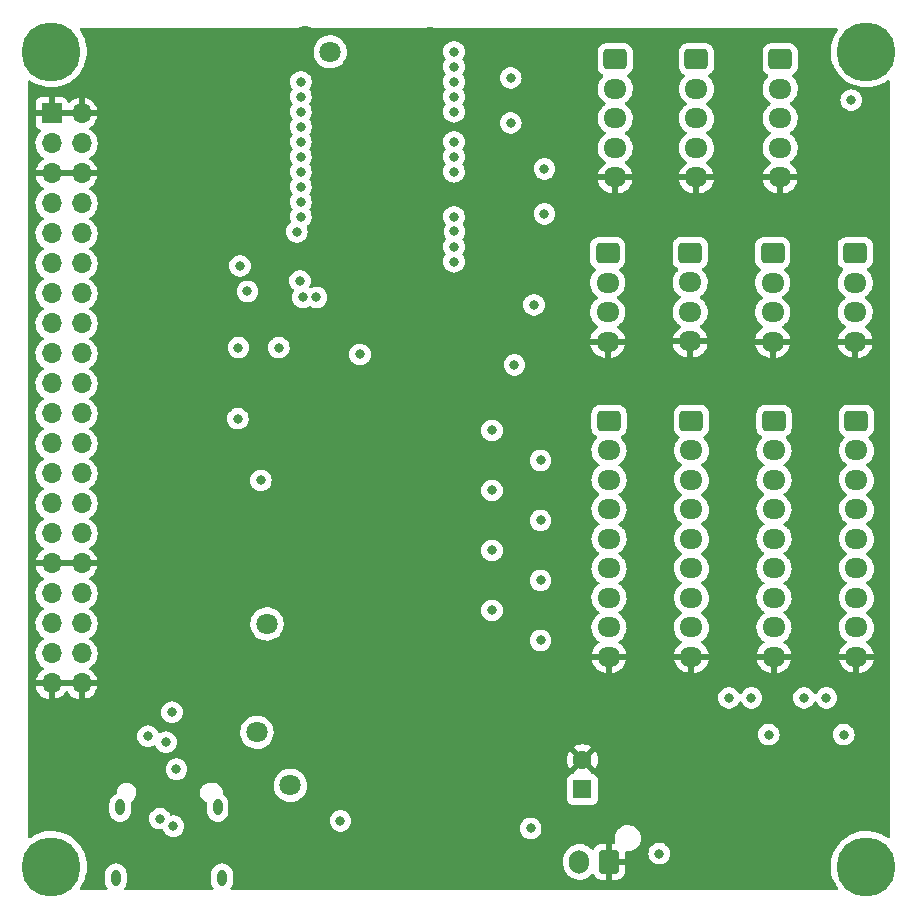
<source format=gbr>
%TF.GenerationSoftware,KiCad,Pcbnew,(6.0.1)*%
%TF.CreationDate,2023-01-07T21:21:10-08:00*%
%TF.ProjectId,ESP32 Dev Carrier - R1,45535033-3220-4446-9576-204361727269,rev?*%
%TF.SameCoordinates,Original*%
%TF.FileFunction,Copper,L2,Inr*%
%TF.FilePolarity,Positive*%
%FSLAX46Y46*%
G04 Gerber Fmt 4.6, Leading zero omitted, Abs format (unit mm)*
G04 Created by KiCad (PCBNEW (6.0.1)) date 2023-01-07 21:21:10*
%MOMM*%
%LPD*%
G01*
G04 APERTURE LIST*
G04 Aperture macros list*
%AMRoundRect*
0 Rectangle with rounded corners*
0 $1 Rounding radius*
0 $2 $3 $4 $5 $6 $7 $8 $9 X,Y pos of 4 corners*
0 Add a 4 corners polygon primitive as box body*
4,1,4,$2,$3,$4,$5,$6,$7,$8,$9,$2,$3,0*
0 Add four circle primitives for the rounded corners*
1,1,$1+$1,$2,$3*
1,1,$1+$1,$4,$5*
1,1,$1+$1,$6,$7*
1,1,$1+$1,$8,$9*
0 Add four rect primitives between the rounded corners*
20,1,$1+$1,$2,$3,$4,$5,0*
20,1,$1+$1,$4,$5,$6,$7,0*
20,1,$1+$1,$6,$7,$8,$9,0*
20,1,$1+$1,$8,$9,$2,$3,0*%
G04 Aperture macros list end*
%TA.AperFunction,ComponentPad*%
%ADD10C,0.800000*%
%TD*%
%TA.AperFunction,ComponentPad*%
%ADD11C,5.000000*%
%TD*%
%TA.AperFunction,ComponentPad*%
%ADD12R,1.600000X1.600000*%
%TD*%
%TA.AperFunction,ComponentPad*%
%ADD13C,1.600000*%
%TD*%
%TA.AperFunction,ComponentPad*%
%ADD14RoundRect,0.250000X0.600000X0.750000X-0.600000X0.750000X-0.600000X-0.750000X0.600000X-0.750000X0*%
%TD*%
%TA.AperFunction,ComponentPad*%
%ADD15O,1.700000X2.000000*%
%TD*%
%TA.AperFunction,ComponentPad*%
%ADD16RoundRect,0.250000X-0.725000X0.600000X-0.725000X-0.600000X0.725000X-0.600000X0.725000X0.600000X0*%
%TD*%
%TA.AperFunction,ComponentPad*%
%ADD17O,1.950000X1.700000*%
%TD*%
%TA.AperFunction,ComponentPad*%
%ADD18R,1.700000X1.700000*%
%TD*%
%TA.AperFunction,ComponentPad*%
%ADD19O,1.700000X1.700000*%
%TD*%
%TA.AperFunction,ComponentPad*%
%ADD20O,0.800000X1.400000*%
%TD*%
%TA.AperFunction,ViaPad*%
%ADD21C,1.800000*%
%TD*%
%TA.AperFunction,ViaPad*%
%ADD22C,0.800000*%
%TD*%
%TA.AperFunction,ViaPad*%
%ADD23C,1.000000*%
%TD*%
G04 APERTURE END LIST*
D10*
%TO.N,N/C*%
%TO.C,H4*%
X70674175Y-73325825D03*
X70125000Y-72000000D03*
X70674175Y-70674175D03*
D11*
X72000000Y-72000000D03*
D10*
X73875000Y-72000000D03*
X73325825Y-73325825D03*
X73325825Y-70674175D03*
X72000000Y-70125000D03*
X72000000Y-73875000D03*
%TD*%
%TO.N,N/C*%
%TO.C,H3*%
X72000000Y-1125000D03*
X70674175Y-4325825D03*
D11*
X72000000Y-3000000D03*
D10*
X73325825Y-4325825D03*
X72000000Y-4875000D03*
X70674175Y-1674175D03*
X70125000Y-3000000D03*
X73325825Y-1674175D03*
X73875000Y-3000000D03*
%TD*%
D12*
%TO.N,VCC*%
%TO.C,C1*%
X47962653Y-65459100D03*
D13*
%TO.N,GND*%
X47962653Y-62959100D03*
%TD*%
D10*
%TO.N,N/C*%
%TO.C,H2*%
X3000000Y-70125000D03*
D11*
X3000000Y-72000000D03*
D10*
X3000000Y-73875000D03*
X4875000Y-72000000D03*
X4325825Y-70674175D03*
X1125000Y-72000000D03*
X1674175Y-73325825D03*
X4325825Y-73325825D03*
X1674175Y-70674175D03*
%TD*%
%TO.N,N/C*%
%TO.C,H1*%
X4325825Y-4325825D03*
X3000000Y-1125000D03*
X4325825Y-1674175D03*
X1674175Y-1674175D03*
D11*
X3000000Y-3000000D03*
D10*
X4875000Y-3000000D03*
X1674175Y-4325825D03*
X1125000Y-3000000D03*
X3000000Y-4875000D03*
%TD*%
D14*
%TO.N,GND*%
%TO.C,J1*%
X50208653Y-71589100D03*
D15*
%TO.N,VCC*%
X47708653Y-71589100D03*
%TD*%
D16*
%TO.N,+5V*%
%TO.C,J6*%
X50734988Y-3643100D03*
D17*
%TO.N,+3V3*%
X50734988Y-6143100D03*
%TO.N,Net-(J3-Pad20)*%
X50734988Y-8643100D03*
%TO.N,Net-(J3-Pad23)*%
X50734988Y-11143100D03*
%TO.N,GND*%
X50734988Y-13643100D03*
%TD*%
D16*
%TO.N,+5V*%
%TO.C,J9*%
X64179988Y-34243100D03*
D17*
%TO.N,+3V3*%
X64179988Y-36743100D03*
%TO.N,Net-(D11-Pad3)*%
X64179988Y-39243100D03*
%TO.N,Net-(D13-Pad3)*%
X64179988Y-41743100D03*
%TO.N,Net-(D10-Pad3)*%
X64179988Y-44243100D03*
%TO.N,Net-(D9-Pad3)*%
X64179988Y-46743100D03*
%TO.N,Net-(D6-Pad3)*%
X64179988Y-49243100D03*
%TO.N,Net-(D5-Pad3)*%
X64179988Y-51743100D03*
%TO.N,GND*%
X64179988Y-54243100D03*
%TD*%
D16*
%TO.N,+5V*%
%TO.C,J4*%
X64704988Y-3643100D03*
D17*
%TO.N,+3V3*%
X64704988Y-6143100D03*
%TO.N,Net-(J3-Pad20)*%
X64704988Y-8643100D03*
%TO.N,Net-(J3-Pad23)*%
X64704988Y-11143100D03*
%TO.N,GND*%
X64704988Y-13643100D03*
%TD*%
D16*
%TO.N,+5V*%
%TO.C,J8*%
X57194988Y-34243100D03*
D17*
%TO.N,+3V3*%
X57194988Y-36743100D03*
%TO.N,Net-(D15-Pad3)*%
X57194988Y-39243100D03*
%TO.N,Net-(D14-Pad3)*%
X57194988Y-41743100D03*
%TO.N,Net-(D10-Pad3)*%
X57194988Y-44243100D03*
%TO.N,Net-(D9-Pad3)*%
X57194988Y-46743100D03*
%TO.N,Net-(D6-Pad3)*%
X57194988Y-49243100D03*
%TO.N,Net-(D5-Pad3)*%
X57194988Y-51743100D03*
%TO.N,GND*%
X57194988Y-54243100D03*
%TD*%
D18*
%TO.N,GND*%
%TO.C,J3*%
X3014988Y-8233100D03*
D19*
X5554988Y-8233100D03*
%TO.N,+3V3*%
X3014988Y-10773100D03*
X5554988Y-10773100D03*
%TO.N,GND*%
X3014988Y-13313100D03*
X5554988Y-13313100D03*
%TO.N,Net-(J3-Pad7)*%
X3014988Y-15853100D03*
%TO.N,Net-(J3-Pad8)*%
X5554988Y-15853100D03*
%TO.N,Net-(D15-Pad3)*%
X3014988Y-18393100D03*
%TO.N,Net-(D14-Pad3)*%
X5554988Y-18393100D03*
%TO.N,Net-(D10-Pad3)*%
X3014988Y-20933100D03*
%TO.N,Net-(D9-Pad3)*%
X5554988Y-20933100D03*
%TO.N,Net-(D6-Pad3)*%
X3014988Y-23473100D03*
%TO.N,Net-(D5-Pad3)*%
X5554988Y-23473100D03*
%TO.N,/GPIP27*%
X3014988Y-26013100D03*
%TO.N,Net-(J3-Pad16)*%
X5554988Y-26013100D03*
%TO.N,Net-(J3-Pad17)*%
X3014988Y-28553100D03*
%TO.N,/GPIO13*%
X5554988Y-28553100D03*
%TO.N,Net-(J3-Pad19)*%
X3014988Y-31093100D03*
%TO.N,Net-(J3-Pad20)*%
X5554988Y-31093100D03*
%TO.N,/MISO*%
X3014988Y-33633100D03*
%TO.N,/MOSI*%
X5554988Y-33633100D03*
%TO.N,Net-(J3-Pad23)*%
X3014988Y-36173100D03*
%TO.N,Net-(D16-Pad3)*%
X5554988Y-36173100D03*
%TO.N,Net-(D17-Pad3)*%
X3014988Y-38713100D03*
%TO.N,Net-(D11-Pad3)*%
X5554988Y-38713100D03*
%TO.N,/IO4*%
X3014988Y-41253100D03*
%TO.N,/PROG*%
X5554988Y-41253100D03*
%TO.N,/IO2*%
X3014988Y-43793100D03*
%TO.N,Net-(D13-Pad3)*%
X5554988Y-43793100D03*
%TO.N,GND*%
X3014988Y-46333100D03*
X5554988Y-46333100D03*
%TO.N,+3V3*%
X3014988Y-48873100D03*
X5554988Y-48873100D03*
%TO.N,+5V*%
X3014988Y-51413100D03*
X5554988Y-51413100D03*
%TO.N,VCC*%
X3014988Y-53953100D03*
X5554988Y-53953100D03*
%TO.N,GND*%
X3014988Y-56493100D03*
X5554988Y-56493100D03*
%TD*%
D16*
%TO.N,+5V*%
%TO.C,J5*%
X57609988Y-3643100D03*
D17*
%TO.N,+3V3*%
X57609988Y-6143100D03*
%TO.N,Net-(J3-Pad20)*%
X57609988Y-8643100D03*
%TO.N,Net-(J3-Pad23)*%
X57609988Y-11143100D03*
%TO.N,GND*%
X57609988Y-13643100D03*
%TD*%
D16*
%TO.N,+5V*%
%TO.C,J14*%
X64069988Y-20053100D03*
D17*
%TO.N,+3V3*%
X64069988Y-22553100D03*
%TO.N,Net-(D17-Pad3)*%
X64069988Y-25053100D03*
%TO.N,GND*%
X64069988Y-27553100D03*
%TD*%
D20*
%TO.N,unconnected-(J2-PadS1)*%
%TO.C,J2*%
X8464000Y-72944000D03*
X17444000Y-72944000D03*
X17084000Y-66994000D03*
X8824000Y-66994000D03*
%TD*%
D16*
%TO.N,+5V*%
%TO.C,J13*%
X71054988Y-20053100D03*
D17*
%TO.N,+3V3*%
X71054988Y-22553100D03*
%TO.N,Net-(D17-Pad3)*%
X71054988Y-25053100D03*
%TO.N,GND*%
X71054988Y-27553100D03*
%TD*%
D16*
%TO.N,+5V*%
%TO.C,J10*%
X71164988Y-34243100D03*
D17*
%TO.N,+3V3*%
X71164988Y-36743100D03*
%TO.N,Net-(D11-Pad3)*%
X71164988Y-39243100D03*
%TO.N,Net-(D13-Pad3)*%
X71164988Y-41743100D03*
%TO.N,Net-(D10-Pad3)*%
X71164988Y-44243100D03*
%TO.N,Net-(D9-Pad3)*%
X71164988Y-46743100D03*
%TO.N,Net-(D6-Pad3)*%
X71164988Y-49243100D03*
%TO.N,Net-(D5-Pad3)*%
X71164988Y-51743100D03*
%TO.N,GND*%
X71164988Y-54243100D03*
%TD*%
D16*
%TO.N,+5V*%
%TO.C,J11*%
X50099988Y-20053100D03*
D17*
%TO.N,+3V3*%
X50099988Y-22553100D03*
%TO.N,Net-(D16-Pad3)*%
X50099988Y-25053100D03*
%TO.N,GND*%
X50099988Y-27553100D03*
%TD*%
D16*
%TO.N,+5V*%
%TO.C,J7*%
X50209988Y-34243100D03*
D17*
%TO.N,+3V3*%
X50209988Y-36743100D03*
%TO.N,Net-(D15-Pad3)*%
X50209988Y-39243100D03*
%TO.N,Net-(D14-Pad3)*%
X50209988Y-41743100D03*
%TO.N,Net-(D10-Pad3)*%
X50209988Y-44243100D03*
%TO.N,Net-(D9-Pad3)*%
X50209988Y-46743100D03*
%TO.N,Net-(D6-Pad3)*%
X50209988Y-49243100D03*
%TO.N,Net-(D5-Pad3)*%
X50209988Y-51743100D03*
%TO.N,GND*%
X50209988Y-54243100D03*
%TD*%
D16*
%TO.N,+5V*%
%TO.C,J12*%
X57084988Y-20033100D03*
D17*
%TO.N,+3V3*%
X57084988Y-22533100D03*
%TO.N,Net-(D16-Pad3)*%
X57084988Y-25033100D03*
%TO.N,GND*%
X57084988Y-27533100D03*
%TD*%
D21*
%TO.N,GND*%
X35088616Y-1745000D03*
X30608616Y-8000000D03*
X25726988Y-69051100D03*
X28608616Y-8000000D03*
X30608616Y-10000000D03*
X28608616Y-10000000D03*
D22*
X44416488Y-35403100D03*
X16922616Y-9550000D03*
X40303988Y-43023100D03*
D23*
X20416653Y-62741535D03*
D22*
X9398000Y-63881000D03*
X42208988Y-24438100D03*
X16160616Y-36195000D03*
X44416488Y-50643100D03*
D21*
X19475988Y-19485100D03*
D22*
X41891500Y-7140000D03*
X44748988Y-10722100D03*
X41891500Y-3330000D03*
D23*
X21673653Y-62741535D03*
D22*
X40303988Y-32863100D03*
X15398616Y-36195000D03*
X40303988Y-37943100D03*
D21*
X14878153Y-51449535D03*
D22*
X9954000Y-68499000D03*
X44748988Y-14532100D03*
X22256616Y-39293000D03*
X15454000Y-68499000D03*
X40303988Y-48103100D03*
X17176616Y-30607000D03*
X65005988Y-70793100D03*
X19208616Y-39293000D03*
X11857616Y-2848100D03*
X15704000Y-63369000D03*
X8636000Y-62992000D03*
X19685000Y-72263000D03*
D21*
X24495940Y-1664990D03*
D22*
X44416488Y-45563100D03*
X44416488Y-40483100D03*
D21*
X39503653Y-59636100D03*
X20403653Y-56035535D03*
%TO.N,+5V*%
X23226988Y-65126100D03*
D22*
X27476988Y-68126100D03*
X43577653Y-68761100D03*
D21*
X20403653Y-60635535D03*
D22*
%TO.N,+3V3*%
X70085988Y-60823100D03*
D21*
X26607616Y-3015000D03*
D22*
X41891500Y-9040000D03*
X54463988Y-70908100D03*
X41891500Y-5230000D03*
X40303988Y-45223100D03*
X43859988Y-24438100D03*
X44416488Y-47763100D03*
X44416488Y-37603100D03*
X40303988Y-35063100D03*
X44748988Y-12922100D03*
X44748988Y-16732100D03*
X40303988Y-50303100D03*
D21*
X21255153Y-51449535D03*
D22*
X44416488Y-42683100D03*
X42208988Y-29518100D03*
X63735988Y-60823100D03*
X40303988Y-40143100D03*
X18790616Y-34073000D03*
X70719988Y-7102100D03*
X44416488Y-52843100D03*
X20732616Y-39293000D03*
%TO.N,/PROG*%
X29127988Y-28629100D03*
X19602988Y-23295100D03*
X24047988Y-22406100D03*
X37120616Y-18215100D03*
%TO.N,Net-(J3-Pad23)*%
X37088616Y-8090000D03*
%TO.N,Net-(D13-Pad3)*%
X66719988Y-57712100D03*
X37088616Y-20790000D03*
%TO.N,/MISO*%
X24301988Y-23803100D03*
X37088616Y-5550000D03*
%TO.N,/MOSI*%
X25444988Y-23803100D03*
X37088616Y-6820000D03*
%TO.N,/USB Interface/RTS*%
X18832616Y-28067000D03*
X22256616Y-28067000D03*
%TO.N,Net-(J3-Pad7)*%
X24128616Y-5550000D03*
%TO.N,Net-(J3-Pad8)*%
X24128616Y-6820000D03*
%TO.N,Net-(D5-Pad3)*%
X24128616Y-14445000D03*
%TO.N,Net-(D6-Pad3)*%
X24128616Y-13175000D03*
%TO.N,Net-(D9-Pad3)*%
X24128616Y-11905000D03*
%TO.N,Net-(J3-Pad17)*%
X23780616Y-18255000D03*
%TO.N,Net-(D10-Pad3)*%
X24128616Y-10635000D03*
%TO.N,Net-(J3-Pad19)*%
X37088616Y-3010000D03*
%TO.N,Net-(D11-Pad3)*%
X68624988Y-57712100D03*
X37088616Y-13170000D03*
%TO.N,Net-(D14-Pad3)*%
X24128616Y-9365000D03*
X60369988Y-57712100D03*
%TO.N,Net-(D15-Pad3)*%
X62274988Y-57712100D03*
X24128616Y-8095000D03*
%TO.N,Net-(D16-Pad3)*%
X37088616Y-10635000D03*
%TO.N,Net-(D17-Pad3)*%
X37088616Y-11900000D03*
%TO.N,Net-(J3-Pad20)*%
X37088616Y-4280000D03*
%TO.N,Net-(J3-Pad16)*%
X24128616Y-16985000D03*
%TO.N,/IO2*%
X37088616Y-19520000D03*
%TO.N,/IO4*%
X37088616Y-16980000D03*
%TO.N,Net-(R8-Pad2)*%
X13208000Y-58928000D03*
X11176000Y-60960000D03*
%TO.N,Net-(U4-Pad4)*%
X13335000Y-68580000D03*
X12700000Y-61468000D03*
%TO.N,Net-(U4-Pad5)*%
X13589000Y-63754000D03*
X12192000Y-67945000D03*
%TO.N,/GPIP27*%
X24128616Y-15715000D03*
%TO.N,/GPIO13*%
X18967988Y-21136100D03*
%TD*%
%TA.AperFunction,Conductor*%
%TO.N,GND*%
G36*
X69554220Y-1020002D02*
G01*
X69600713Y-1073658D01*
X69610817Y-1143932D01*
X69585253Y-1203746D01*
X69525386Y-1280098D01*
X69523493Y-1283187D01*
X69523491Y-1283190D01*
X69477233Y-1358676D01*
X69344105Y-1575921D01*
X69342580Y-1579206D01*
X69342578Y-1579210D01*
X69274498Y-1725876D01*
X69198027Y-1890620D01*
X69164411Y-1992265D01*
X69111364Y-2152665D01*
X69089087Y-2220023D01*
X69088351Y-2223578D01*
X69088350Y-2223581D01*
X69019465Y-2556214D01*
X69018730Y-2559764D01*
X68987888Y-2905341D01*
X68987983Y-2908971D01*
X68987983Y-2908972D01*
X68990800Y-3016565D01*
X68996970Y-3252171D01*
X69045856Y-3595660D01*
X69133897Y-3931253D01*
X69259927Y-4254503D01*
X69261624Y-4257708D01*
X69416985Y-4551134D01*
X69422275Y-4561126D01*
X69424325Y-4564109D01*
X69424327Y-4564112D01*
X69616733Y-4844064D01*
X69616739Y-4844071D01*
X69618790Y-4847056D01*
X69639795Y-4871134D01*
X69822472Y-5080541D01*
X69846866Y-5108505D01*
X69917439Y-5172721D01*
X70059268Y-5301775D01*
X70103481Y-5342006D01*
X70385233Y-5544466D01*
X70688388Y-5713200D01*
X71008928Y-5845972D01*
X71012422Y-5846967D01*
X71012424Y-5846968D01*
X71339103Y-5940025D01*
X71339108Y-5940026D01*
X71342604Y-5941022D01*
X71530085Y-5971723D01*
X71681412Y-5996504D01*
X71681419Y-5996505D01*
X71684993Y-5997090D01*
X71858276Y-6005262D01*
X72027931Y-6013263D01*
X72027932Y-6013263D01*
X72031558Y-6013434D01*
X72040415Y-6012830D01*
X72374073Y-5990084D01*
X72374081Y-5990083D01*
X72377704Y-5989836D01*
X72381279Y-5989173D01*
X72381282Y-5989173D01*
X72715279Y-5927270D01*
X72715283Y-5927269D01*
X72718844Y-5926609D01*
X73050456Y-5824592D01*
X73368145Y-5685136D01*
X73453519Y-5635248D01*
X73664560Y-5511926D01*
X73664562Y-5511925D01*
X73667700Y-5510091D01*
X73670609Y-5507907D01*
X73798347Y-5411999D01*
X73864832Y-5387093D01*
X73934228Y-5402085D01*
X73984501Y-5452216D01*
X74000000Y-5512759D01*
X74000000Y-69482702D01*
X73979998Y-69550823D01*
X73926342Y-69597316D01*
X73856068Y-69607420D01*
X73803724Y-69587284D01*
X73656717Y-69488500D01*
X73534047Y-69406069D01*
X73225741Y-69246940D01*
X72901189Y-69124302D01*
X72897668Y-69123418D01*
X72897663Y-69123416D01*
X72736378Y-69082904D01*
X72564692Y-69039780D01*
X72525346Y-69034600D01*
X72224315Y-68994968D01*
X72224307Y-68994967D01*
X72220711Y-68994494D01*
X72075265Y-68992209D01*
X71877446Y-68989101D01*
X71877442Y-68989101D01*
X71873804Y-68989044D01*
X71870190Y-68989405D01*
X71870184Y-68989405D01*
X71626843Y-69013694D01*
X71528569Y-69023503D01*
X71189583Y-69097414D01*
X71186156Y-69098587D01*
X71186150Y-69098589D01*
X70864765Y-69208624D01*
X70861339Y-69209797D01*
X70548188Y-69359163D01*
X70254279Y-69543532D01*
X70251443Y-69545804D01*
X70251436Y-69545809D01*
X70098632Y-69668228D01*
X69983509Y-69760459D01*
X69980958Y-69763037D01*
X69794326Y-69951634D01*
X69739466Y-70007071D01*
X69737225Y-70009929D01*
X69631954Y-70144187D01*
X69525386Y-70280098D01*
X69523493Y-70283187D01*
X69523491Y-70283190D01*
X69477233Y-70358676D01*
X69344105Y-70575921D01*
X69342580Y-70579206D01*
X69342578Y-70579210D01*
X69278074Y-70718172D01*
X69198027Y-70890620D01*
X69089087Y-71220023D01*
X69088351Y-71223578D01*
X69088350Y-71223581D01*
X69042487Y-71445044D01*
X69018730Y-71559764D01*
X68987888Y-71905341D01*
X68987983Y-71908971D01*
X68987983Y-71908972D01*
X68993170Y-72107056D01*
X68996970Y-72252171D01*
X69045856Y-72595660D01*
X69133897Y-72931253D01*
X69259927Y-73254503D01*
X69261624Y-73257708D01*
X69395113Y-73509825D01*
X69422275Y-73561126D01*
X69424325Y-73564109D01*
X69424327Y-73564112D01*
X69578637Y-73788633D01*
X69600737Y-73856102D01*
X69582852Y-73924809D01*
X69530660Y-73972939D01*
X69474797Y-73986000D01*
X18280493Y-73986000D01*
X18212372Y-73965998D01*
X18165879Y-73912342D01*
X18155775Y-73842068D01*
X18178559Y-73785936D01*
X18178617Y-73785857D01*
X18183040Y-73780944D01*
X18278527Y-73615556D01*
X18337542Y-73433928D01*
X18352500Y-73291610D01*
X18352500Y-72596390D01*
X18337542Y-72454072D01*
X18278527Y-72272444D01*
X18264730Y-72248546D01*
X18186341Y-72112774D01*
X18183040Y-72107056D01*
X18086647Y-72000000D01*
X18059675Y-71970045D01*
X18059674Y-71970044D01*
X18055253Y-71965134D01*
X17920745Y-71867408D01*
X17906094Y-71856763D01*
X17906093Y-71856762D01*
X17900752Y-71852882D01*
X17894724Y-71850198D01*
X17894722Y-71850197D01*
X17775216Y-71796990D01*
X46350153Y-71796990D01*
X46354079Y-71843256D01*
X46364091Y-71961251D01*
X46364733Y-71968820D01*
X46366071Y-71973975D01*
X46366072Y-71973981D01*
X46421310Y-72186803D01*
X46422652Y-72191972D01*
X46424844Y-72196838D01*
X46424845Y-72196841D01*
X46451387Y-72255762D01*
X46517341Y-72402175D01*
X46646094Y-72593419D01*
X46649773Y-72597276D01*
X46649775Y-72597278D01*
X46657262Y-72605126D01*
X46805229Y-72760235D01*
X46990195Y-72897854D01*
X46994946Y-72900270D01*
X46994950Y-72900272D01*
X47048978Y-72927741D01*
X47195704Y-73002340D01*
X47200798Y-73003922D01*
X47200801Y-73003923D01*
X47400673Y-73065985D01*
X47415880Y-73070707D01*
X47421169Y-73071408D01*
X47639142Y-73100298D01*
X47639147Y-73100298D01*
X47644427Y-73100998D01*
X47649756Y-73100798D01*
X47649758Y-73100798D01*
X47759619Y-73096674D01*
X47874811Y-73092349D01*
X47880121Y-73091235D01*
X48095225Y-73046102D01*
X48100444Y-73045007D01*
X48105403Y-73043049D01*
X48105405Y-73043048D01*
X48309909Y-72962285D01*
X48309911Y-72962284D01*
X48314874Y-72960324D01*
X48357207Y-72934636D01*
X48507410Y-72843490D01*
X48507409Y-72843490D01*
X48511970Y-72840723D01*
X48552146Y-72805860D01*
X48682065Y-72693123D01*
X48682067Y-72693121D01*
X48686098Y-72689623D01*
X48715659Y-72653571D01*
X48774319Y-72613576D01*
X48845289Y-72611645D01*
X48906037Y-72648390D01*
X48920237Y-72667159D01*
X49006716Y-72806907D01*
X49015752Y-72818308D01*
X49130482Y-72932839D01*
X49141893Y-72941851D01*
X49279896Y-73026916D01*
X49293077Y-73033063D01*
X49447363Y-73084238D01*
X49460739Y-73087105D01*
X49555091Y-73096772D01*
X49561507Y-73097100D01*
X49936538Y-73097100D01*
X49951777Y-73092625D01*
X49952982Y-73091235D01*
X49954653Y-73083552D01*
X49954653Y-73078984D01*
X50462653Y-73078984D01*
X50467128Y-73094223D01*
X50468518Y-73095428D01*
X50476201Y-73097099D01*
X50855748Y-73097099D01*
X50862267Y-73096762D01*
X50957859Y-73086843D01*
X50971253Y-73083951D01*
X51125437Y-73032512D01*
X51138615Y-73026339D01*
X51276460Y-72941037D01*
X51287861Y-72932001D01*
X51402392Y-72817271D01*
X51411404Y-72805860D01*
X51496469Y-72667857D01*
X51502616Y-72654676D01*
X51553791Y-72500390D01*
X51556658Y-72487014D01*
X51566325Y-72392662D01*
X51566653Y-72386246D01*
X51566653Y-71861215D01*
X51562178Y-71845976D01*
X51560788Y-71844771D01*
X51553105Y-71843100D01*
X50480768Y-71843100D01*
X50465529Y-71847575D01*
X50464324Y-71848965D01*
X50462653Y-71856648D01*
X50462653Y-73078984D01*
X49954653Y-73078984D01*
X49954653Y-71316985D01*
X50462653Y-71316985D01*
X50467128Y-71332224D01*
X50468518Y-71333429D01*
X50476201Y-71335100D01*
X51548537Y-71335100D01*
X51563776Y-71330625D01*
X51564981Y-71329235D01*
X51566652Y-71321552D01*
X51566652Y-70908100D01*
X53550484Y-70908100D01*
X53551174Y-70914665D01*
X53568437Y-71078909D01*
X53570446Y-71098028D01*
X53629461Y-71279656D01*
X53632764Y-71285378D01*
X53632765Y-71285379D01*
X53661382Y-71334944D01*
X53724948Y-71445044D01*
X53729366Y-71449951D01*
X53729367Y-71449952D01*
X53848313Y-71582055D01*
X53852735Y-71586966D01*
X54007236Y-71699218D01*
X54013264Y-71701902D01*
X54013266Y-71701903D01*
X54174827Y-71773834D01*
X54181700Y-71776894D01*
X54275100Y-71796747D01*
X54362044Y-71815228D01*
X54362049Y-71815228D01*
X54368501Y-71816600D01*
X54559475Y-71816600D01*
X54565927Y-71815228D01*
X54565932Y-71815228D01*
X54652876Y-71796747D01*
X54746276Y-71776894D01*
X54753149Y-71773834D01*
X54914710Y-71701903D01*
X54914712Y-71701902D01*
X54920740Y-71699218D01*
X55075241Y-71586966D01*
X55079663Y-71582055D01*
X55198609Y-71449952D01*
X55198610Y-71449951D01*
X55203028Y-71445044D01*
X55266594Y-71334944D01*
X55295211Y-71285379D01*
X55295212Y-71285378D01*
X55298515Y-71279656D01*
X55357530Y-71098028D01*
X55359540Y-71078909D01*
X55376802Y-70914665D01*
X55377492Y-70908100D01*
X55375310Y-70887337D01*
X55358220Y-70724735D01*
X55358220Y-70724733D01*
X55357530Y-70718172D01*
X55298515Y-70536544D01*
X55203028Y-70371156D01*
X55121263Y-70280346D01*
X55079663Y-70234145D01*
X55079662Y-70234144D01*
X55075241Y-70229234D01*
X54945749Y-70135152D01*
X54926082Y-70120863D01*
X54926081Y-70120862D01*
X54920740Y-70116982D01*
X54914712Y-70114298D01*
X54914710Y-70114297D01*
X54752307Y-70041991D01*
X54752306Y-70041991D01*
X54746276Y-70039306D01*
X54652875Y-70019453D01*
X54565932Y-70000972D01*
X54565927Y-70000972D01*
X54559475Y-69999600D01*
X54368501Y-69999600D01*
X54362049Y-70000972D01*
X54362044Y-70000972D01*
X54275101Y-70019453D01*
X54181700Y-70039306D01*
X54175670Y-70041991D01*
X54175669Y-70041991D01*
X54013266Y-70114297D01*
X54013264Y-70114298D01*
X54007236Y-70116982D01*
X54001895Y-70120862D01*
X54001894Y-70120863D01*
X53982227Y-70135152D01*
X53852735Y-70229234D01*
X53848314Y-70234144D01*
X53848313Y-70234145D01*
X53806714Y-70280346D01*
X53724948Y-70371156D01*
X53629461Y-70536544D01*
X53570446Y-70718172D01*
X53569756Y-70724733D01*
X53569756Y-70724735D01*
X53552666Y-70887337D01*
X53550484Y-70908100D01*
X51566652Y-70908100D01*
X51566652Y-70823034D01*
X51586654Y-70754913D01*
X51640310Y-70708420D01*
X51699899Y-70699190D01*
X51699990Y-70697328D01*
X51704010Y-70697525D01*
X51704027Y-70697525D01*
X51705552Y-70697600D01*
X51861499Y-70697600D01*
X52019219Y-70682552D01*
X52222187Y-70623008D01*
X52227515Y-70620264D01*
X52404902Y-70528904D01*
X52404905Y-70528902D01*
X52410233Y-70526158D01*
X52576573Y-70395496D01*
X52580505Y-70390965D01*
X52580508Y-70390962D01*
X52699099Y-70254298D01*
X52715205Y-70235737D01*
X52718205Y-70230551D01*
X52718208Y-70230547D01*
X52818120Y-70057842D01*
X52821126Y-70052646D01*
X52890514Y-69852829D01*
X52894563Y-69824904D01*
X52920005Y-69649436D01*
X52920005Y-69649433D01*
X52920866Y-69643496D01*
X52911086Y-69432201D01*
X52866438Y-69246940D01*
X52862934Y-69232399D01*
X52862933Y-69232397D01*
X52861528Y-69226566D01*
X52854613Y-69211356D01*
X52802454Y-69096641D01*
X52773979Y-69034013D01*
X52651599Y-68861489D01*
X52498803Y-68715219D01*
X52321105Y-68600480D01*
X52248382Y-68571172D01*
X52130485Y-68523658D01*
X52130482Y-68523657D01*
X52124916Y-68521414D01*
X51917316Y-68480872D01*
X51911754Y-68480600D01*
X51755807Y-68480600D01*
X51598087Y-68495648D01*
X51395119Y-68555192D01*
X51389792Y-68557936D01*
X51389791Y-68557936D01*
X51212404Y-68649296D01*
X51212401Y-68649298D01*
X51207073Y-68652042D01*
X51040733Y-68782704D01*
X51036801Y-68787235D01*
X51036798Y-68787238D01*
X50921678Y-68919903D01*
X50902101Y-68942463D01*
X50899101Y-68947649D01*
X50899098Y-68947653D01*
X50845291Y-69040663D01*
X50796180Y-69125554D01*
X50726792Y-69325371D01*
X50725931Y-69331306D01*
X50725931Y-69331308D01*
X50714799Y-69408088D01*
X50696440Y-69534704D01*
X50706220Y-69745999D01*
X50707624Y-69751824D01*
X50707624Y-69751825D01*
X50749499Y-69925579D01*
X50746014Y-69996490D01*
X50704745Y-70054260D01*
X50638794Y-70080547D01*
X50627006Y-70081100D01*
X50480768Y-70081100D01*
X50465529Y-70085575D01*
X50464324Y-70086965D01*
X50462653Y-70094648D01*
X50462653Y-71316985D01*
X49954653Y-71316985D01*
X49954653Y-70099216D01*
X49950178Y-70083977D01*
X49948788Y-70082772D01*
X49941105Y-70081101D01*
X49561558Y-70081101D01*
X49555039Y-70081438D01*
X49459447Y-70091357D01*
X49446053Y-70094249D01*
X49291869Y-70145688D01*
X49278691Y-70151861D01*
X49140846Y-70237163D01*
X49129445Y-70246199D01*
X49014914Y-70360929D01*
X49005900Y-70372343D01*
X48919930Y-70511813D01*
X48867158Y-70559307D01*
X48797087Y-70570731D01*
X48731963Y-70542457D01*
X48721500Y-70532670D01*
X48719737Y-70530821D01*
X48612077Y-70417965D01*
X48427111Y-70280346D01*
X48422360Y-70277930D01*
X48422356Y-70277928D01*
X48300384Y-70215915D01*
X48221602Y-70175860D01*
X48216508Y-70174278D01*
X48216505Y-70174277D01*
X48006524Y-70109076D01*
X48001426Y-70107493D01*
X47996137Y-70106792D01*
X47778164Y-70077902D01*
X47778159Y-70077902D01*
X47772879Y-70077202D01*
X47767550Y-70077402D01*
X47767548Y-70077402D01*
X47669021Y-70081101D01*
X47542495Y-70085851D01*
X47537276Y-70086946D01*
X47516253Y-70091357D01*
X47316862Y-70133193D01*
X47311903Y-70135151D01*
X47311901Y-70135152D01*
X47107397Y-70215915D01*
X47107395Y-70215916D01*
X47102432Y-70217876D01*
X47097873Y-70220643D01*
X47097870Y-70220644D01*
X46999893Y-70280098D01*
X46905336Y-70337477D01*
X46901306Y-70340974D01*
X46808137Y-70421822D01*
X46731208Y-70488577D01*
X46727821Y-70492708D01*
X46588413Y-70662727D01*
X46588409Y-70662733D01*
X46585029Y-70666855D01*
X46582390Y-70671491D01*
X46582388Y-70671494D01*
X46552082Y-70724735D01*
X46470978Y-70867214D01*
X46392316Y-71083925D01*
X46391367Y-71089174D01*
X46391366Y-71089177D01*
X46352030Y-71306708D01*
X46352029Y-71306715D01*
X46351292Y-71310792D01*
X46350153Y-71334944D01*
X46350153Y-71796990D01*
X17775216Y-71796990D01*
X17732319Y-71777891D01*
X17732318Y-71777891D01*
X17726288Y-71775206D01*
X17632887Y-71755353D01*
X17545944Y-71736872D01*
X17545939Y-71736872D01*
X17539487Y-71735500D01*
X17348513Y-71735500D01*
X17342061Y-71736872D01*
X17342056Y-71736872D01*
X17255113Y-71755353D01*
X17161712Y-71775206D01*
X17155682Y-71777891D01*
X17155681Y-71777891D01*
X16993278Y-71850197D01*
X16993276Y-71850198D01*
X16987248Y-71852882D01*
X16981907Y-71856762D01*
X16981906Y-71856763D01*
X16967255Y-71867408D01*
X16832747Y-71965134D01*
X16828326Y-71970044D01*
X16828325Y-71970045D01*
X16801354Y-72000000D01*
X16704960Y-72107056D01*
X16701659Y-72112774D01*
X16623271Y-72248546D01*
X16609473Y-72272444D01*
X16550458Y-72454072D01*
X16535500Y-72596390D01*
X16535500Y-73291610D01*
X16550458Y-73433928D01*
X16609473Y-73615556D01*
X16704960Y-73780944D01*
X16709383Y-73785857D01*
X16709441Y-73785936D01*
X16733301Y-73852804D01*
X16717223Y-73921956D01*
X16666310Y-73971437D01*
X16607507Y-73986000D01*
X9300493Y-73986000D01*
X9232372Y-73965998D01*
X9185879Y-73912342D01*
X9175775Y-73842068D01*
X9198559Y-73785936D01*
X9198617Y-73785857D01*
X9203040Y-73780944D01*
X9298527Y-73615556D01*
X9357542Y-73433928D01*
X9372500Y-73291610D01*
X9372500Y-72596390D01*
X9357542Y-72454072D01*
X9298527Y-72272444D01*
X9284730Y-72248546D01*
X9206341Y-72112774D01*
X9203040Y-72107056D01*
X9106647Y-72000000D01*
X9079675Y-71970045D01*
X9079674Y-71970044D01*
X9075253Y-71965134D01*
X8940745Y-71867408D01*
X8926094Y-71856763D01*
X8926093Y-71856762D01*
X8920752Y-71852882D01*
X8914724Y-71850198D01*
X8914722Y-71850197D01*
X8752319Y-71777891D01*
X8752318Y-71777891D01*
X8746288Y-71775206D01*
X8652887Y-71755353D01*
X8565944Y-71736872D01*
X8565939Y-71736872D01*
X8559487Y-71735500D01*
X8368513Y-71735500D01*
X8362061Y-71736872D01*
X8362056Y-71736872D01*
X8275113Y-71755353D01*
X8181712Y-71775206D01*
X8175682Y-71777891D01*
X8175681Y-71777891D01*
X8013278Y-71850197D01*
X8013276Y-71850198D01*
X8007248Y-71852882D01*
X8001907Y-71856762D01*
X8001906Y-71856763D01*
X7987255Y-71867408D01*
X7852747Y-71965134D01*
X7848326Y-71970044D01*
X7848325Y-71970045D01*
X7821354Y-72000000D01*
X7724960Y-72107056D01*
X7721659Y-72112774D01*
X7643271Y-72248546D01*
X7629473Y-72272444D01*
X7570458Y-72454072D01*
X7555500Y-72596390D01*
X7555500Y-73291610D01*
X7570458Y-73433928D01*
X7629473Y-73615556D01*
X7724960Y-73780944D01*
X7729383Y-73785857D01*
X7729441Y-73785936D01*
X7753301Y-73852804D01*
X7737223Y-73921956D01*
X7686310Y-73971437D01*
X7627507Y-73986000D01*
X5528597Y-73986000D01*
X5460476Y-73965998D01*
X5413983Y-73912342D01*
X5403879Y-73842068D01*
X5423285Y-73790823D01*
X5547778Y-73601300D01*
X5609853Y-73506799D01*
X5718082Y-73291610D01*
X5764117Y-73200080D01*
X5764120Y-73200072D01*
X5765744Y-73196844D01*
X5834948Y-73007736D01*
X5883729Y-72874437D01*
X5883730Y-72874433D01*
X5884977Y-72871026D01*
X5885822Y-72867504D01*
X5885825Y-72867496D01*
X5965124Y-72537191D01*
X5965125Y-72537187D01*
X5965971Y-72533662D01*
X5974808Y-72460635D01*
X6007316Y-72192004D01*
X6007316Y-72191997D01*
X6007652Y-72189225D01*
X6010235Y-72107056D01*
X6013511Y-72002797D01*
X6013599Y-72000000D01*
X6011365Y-71961251D01*
X5993836Y-71657246D01*
X5993835Y-71657241D01*
X5993627Y-71653626D01*
X5946083Y-71381210D01*
X5934600Y-71315415D01*
X5934598Y-71315408D01*
X5933976Y-71311842D01*
X5932456Y-71306708D01*
X5868697Y-71091465D01*
X5835437Y-70979180D01*
X5721430Y-70711894D01*
X5700740Y-70663386D01*
X5700738Y-70663383D01*
X5699316Y-70660048D01*
X5697456Y-70656786D01*
X5529208Y-70361816D01*
X5527417Y-70358676D01*
X5322018Y-70079060D01*
X5298973Y-70054260D01*
X5088309Y-69827559D01*
X5085842Y-69824904D01*
X4822019Y-69599578D01*
X4534047Y-69406069D01*
X4225741Y-69246940D01*
X3901189Y-69124302D01*
X3897668Y-69123418D01*
X3897663Y-69123416D01*
X3736378Y-69082904D01*
X3564692Y-69039780D01*
X3525346Y-69034600D01*
X3224315Y-68994968D01*
X3224307Y-68994967D01*
X3220711Y-68994494D01*
X3075265Y-68992209D01*
X2877446Y-68989101D01*
X2877442Y-68989101D01*
X2873804Y-68989044D01*
X2870190Y-68989405D01*
X2870184Y-68989405D01*
X2626843Y-69013694D01*
X2528569Y-69023503D01*
X2189583Y-69097414D01*
X2186156Y-69098587D01*
X2186150Y-69098589D01*
X1864765Y-69208624D01*
X1861339Y-69209797D01*
X1548188Y-69359163D01*
X1254279Y-69543532D01*
X1243437Y-69552218D01*
X1204780Y-69583188D01*
X1139111Y-69610170D01*
X1069278Y-69597365D01*
X1017455Y-69548838D01*
X1000000Y-69484854D01*
X1000000Y-67341610D01*
X7915500Y-67341610D01*
X7915844Y-67344880D01*
X7927118Y-67452145D01*
X7930458Y-67483928D01*
X7989473Y-67665556D01*
X8084960Y-67830944D01*
X8089378Y-67835851D01*
X8089379Y-67835852D01*
X8207733Y-67967297D01*
X8212747Y-67972866D01*
X8367248Y-68085118D01*
X8373276Y-68087802D01*
X8373278Y-68087803D01*
X8493224Y-68141206D01*
X8541712Y-68162794D01*
X8635112Y-68182647D01*
X8722056Y-68201128D01*
X8722061Y-68201128D01*
X8728513Y-68202500D01*
X8919487Y-68202500D01*
X8925939Y-68201128D01*
X8925944Y-68201128D01*
X9012888Y-68182647D01*
X9106288Y-68162794D01*
X9154776Y-68141206D01*
X9274722Y-68087803D01*
X9274724Y-68087802D01*
X9280752Y-68085118D01*
X9435253Y-67972866D01*
X9440267Y-67967297D01*
X9460343Y-67945000D01*
X11278496Y-67945000D01*
X11279186Y-67951565D01*
X11292512Y-68078351D01*
X11298458Y-68134928D01*
X11357473Y-68316556D01*
X11452960Y-68481944D01*
X11457378Y-68486851D01*
X11457379Y-68486852D01*
X11559690Y-68600480D01*
X11580747Y-68623866D01*
X11619528Y-68652042D01*
X11702009Y-68711968D01*
X11735248Y-68736118D01*
X11741276Y-68738802D01*
X11741278Y-68738803D01*
X11889884Y-68804966D01*
X11909712Y-68813794D01*
X12003113Y-68833647D01*
X12090056Y-68852128D01*
X12090061Y-68852128D01*
X12096513Y-68853500D01*
X12287487Y-68853500D01*
X12300531Y-68850727D01*
X12345941Y-68841076D01*
X12416732Y-68846479D01*
X12473364Y-68889296D01*
X12491970Y-68925387D01*
X12498431Y-68945271D01*
X12500473Y-68951556D01*
X12595960Y-69116944D01*
X12723747Y-69258866D01*
X12769801Y-69292326D01*
X12864453Y-69361095D01*
X12878248Y-69371118D01*
X12884276Y-69373802D01*
X12884278Y-69373803D01*
X13028897Y-69438191D01*
X13052712Y-69448794D01*
X13146112Y-69468647D01*
X13233056Y-69487128D01*
X13233061Y-69487128D01*
X13239513Y-69488500D01*
X13430487Y-69488500D01*
X13436939Y-69487128D01*
X13436944Y-69487128D01*
X13523888Y-69468647D01*
X13617288Y-69448794D01*
X13641103Y-69438191D01*
X13785722Y-69373803D01*
X13785724Y-69373802D01*
X13791752Y-69371118D01*
X13805548Y-69361095D01*
X13900199Y-69292326D01*
X13946253Y-69258866D01*
X14074040Y-69116944D01*
X14169527Y-68951556D01*
X14228542Y-68769928D01*
X14231814Y-68738803D01*
X14247814Y-68586565D01*
X14248504Y-68580000D01*
X14239638Y-68495648D01*
X14229232Y-68396635D01*
X14229232Y-68396633D01*
X14228542Y-68390072D01*
X14169527Y-68208444D01*
X14074040Y-68043056D01*
X14011739Y-67973863D01*
X13950675Y-67906045D01*
X13950674Y-67906044D01*
X13946253Y-67901134D01*
X13791752Y-67788882D01*
X13785724Y-67786198D01*
X13785722Y-67786197D01*
X13623319Y-67713891D01*
X13623318Y-67713891D01*
X13617288Y-67711206D01*
X13523888Y-67691353D01*
X13436944Y-67672872D01*
X13436939Y-67672872D01*
X13430487Y-67671500D01*
X13239513Y-67671500D01*
X13233053Y-67672873D01*
X13233054Y-67672873D01*
X13181059Y-67683924D01*
X13110268Y-67678521D01*
X13053636Y-67635704D01*
X13035030Y-67599613D01*
X13028569Y-67579727D01*
X13028567Y-67579723D01*
X13026527Y-67573444D01*
X12931040Y-67408056D01*
X12868739Y-67338863D01*
X12807675Y-67271045D01*
X12807674Y-67271044D01*
X12803253Y-67266134D01*
X12648752Y-67153882D01*
X12642724Y-67151198D01*
X12642722Y-67151197D01*
X12480319Y-67078891D01*
X12480318Y-67078891D01*
X12474288Y-67076206D01*
X12380887Y-67056353D01*
X12293944Y-67037872D01*
X12293939Y-67037872D01*
X12287487Y-67036500D01*
X12096513Y-67036500D01*
X12090061Y-67037872D01*
X12090056Y-67037872D01*
X12003113Y-67056353D01*
X11909712Y-67076206D01*
X11903682Y-67078891D01*
X11903681Y-67078891D01*
X11741278Y-67151197D01*
X11741276Y-67151198D01*
X11735248Y-67153882D01*
X11580747Y-67266134D01*
X11576326Y-67271044D01*
X11576325Y-67271045D01*
X11515262Y-67338863D01*
X11452960Y-67408056D01*
X11357473Y-67573444D01*
X11298458Y-67755072D01*
X11297768Y-67761633D01*
X11297768Y-67761635D01*
X11288063Y-67853972D01*
X11278496Y-67945000D01*
X9460343Y-67945000D01*
X9558621Y-67835852D01*
X9558622Y-67835851D01*
X9563040Y-67830944D01*
X9658527Y-67665556D01*
X9717542Y-67483928D01*
X9720883Y-67452145D01*
X9732156Y-67344880D01*
X9732500Y-67341610D01*
X9732500Y-66646390D01*
X9725328Y-66578155D01*
X9738100Y-66508319D01*
X9785743Y-66456984D01*
X9860905Y-66411823D01*
X9865862Y-66407135D01*
X9865865Y-66407133D01*
X9987527Y-66292082D01*
X9987529Y-66292080D01*
X9992485Y-66287393D01*
X9996317Y-66281755D01*
X9996320Y-66281751D01*
X10090442Y-66143255D01*
X10094277Y-66137612D01*
X10161530Y-65969466D01*
X10162644Y-65962738D01*
X10162645Y-65962734D01*
X10189993Y-65797539D01*
X10189993Y-65797536D01*
X10191108Y-65790802D01*
X10189900Y-65767741D01*
X10186203Y-65697198D01*
X15566892Y-65697198D01*
X15567249Y-65704015D01*
X15567249Y-65704019D01*
X15575061Y-65853072D01*
X15576370Y-65878047D01*
X15578181Y-65884620D01*
X15578181Y-65884623D01*
X15600244Y-65964722D01*
X15624461Y-66052641D01*
X15708922Y-66212836D01*
X15713327Y-66218049D01*
X15713330Y-66218053D01*
X15821406Y-66345943D01*
X15821410Y-66345947D01*
X15825813Y-66351157D01*
X15831237Y-66355304D01*
X15831238Y-66355305D01*
X15964257Y-66457006D01*
X15964261Y-66457009D01*
X15969678Y-66461150D01*
X15975858Y-66464032D01*
X15975860Y-66464033D01*
X16103210Y-66523417D01*
X16156495Y-66570334D01*
X16175746Y-66644049D01*
X16175500Y-66646390D01*
X16175500Y-67341610D01*
X16175844Y-67344880D01*
X16187118Y-67452145D01*
X16190458Y-67483928D01*
X16249473Y-67665556D01*
X16344960Y-67830944D01*
X16349378Y-67835851D01*
X16349379Y-67835852D01*
X16467733Y-67967297D01*
X16472747Y-67972866D01*
X16627248Y-68085118D01*
X16633276Y-68087802D01*
X16633278Y-68087803D01*
X16753224Y-68141206D01*
X16801712Y-68162794D01*
X16895112Y-68182647D01*
X16982056Y-68201128D01*
X16982061Y-68201128D01*
X16988513Y-68202500D01*
X17179487Y-68202500D01*
X17185939Y-68201128D01*
X17185944Y-68201128D01*
X17272888Y-68182647D01*
X17366288Y-68162794D01*
X17414776Y-68141206D01*
X17448705Y-68126100D01*
X26563484Y-68126100D01*
X26583446Y-68316028D01*
X26642461Y-68497656D01*
X26737948Y-68663044D01*
X26742366Y-68667951D01*
X26742367Y-68667952D01*
X26820327Y-68754535D01*
X26865735Y-68804966D01*
X27020236Y-68917218D01*
X27026264Y-68919902D01*
X27026266Y-68919903D01*
X27182371Y-68989405D01*
X27194700Y-68994894D01*
X27288100Y-69014747D01*
X27375044Y-69033228D01*
X27375049Y-69033228D01*
X27381501Y-69034600D01*
X27572475Y-69034600D01*
X27578927Y-69033228D01*
X27578932Y-69033228D01*
X27665876Y-69014747D01*
X27759276Y-68994894D01*
X27771605Y-68989405D01*
X27927710Y-68919903D01*
X27927712Y-68919902D01*
X27933740Y-68917218D01*
X28088241Y-68804966D01*
X28127738Y-68761100D01*
X42664149Y-68761100D01*
X42664839Y-68767665D01*
X42682735Y-68937933D01*
X42684111Y-68951028D01*
X42743126Y-69132656D01*
X42838613Y-69298044D01*
X42843031Y-69302951D01*
X42843032Y-69302952D01*
X42934383Y-69404408D01*
X42966400Y-69439966D01*
X43025221Y-69482702D01*
X43106283Y-69541597D01*
X43120901Y-69552218D01*
X43126929Y-69554902D01*
X43126931Y-69554903D01*
X43232561Y-69601932D01*
X43295365Y-69629894D01*
X43387302Y-69649436D01*
X43475709Y-69668228D01*
X43475714Y-69668228D01*
X43482166Y-69669600D01*
X43673140Y-69669600D01*
X43679592Y-69668228D01*
X43679597Y-69668228D01*
X43768004Y-69649436D01*
X43859941Y-69629894D01*
X43922745Y-69601932D01*
X44028375Y-69554903D01*
X44028377Y-69554902D01*
X44034405Y-69552218D01*
X44049024Y-69541597D01*
X44130085Y-69482702D01*
X44188906Y-69439966D01*
X44220923Y-69404408D01*
X44312274Y-69302952D01*
X44312275Y-69302951D01*
X44316693Y-69298044D01*
X44412180Y-69132656D01*
X44471195Y-68951028D01*
X44472572Y-68937933D01*
X44490467Y-68767665D01*
X44491157Y-68761100D01*
X44479406Y-68649296D01*
X44471885Y-68577735D01*
X44471885Y-68577733D01*
X44471195Y-68571172D01*
X44412180Y-68389544D01*
X44316693Y-68224156D01*
X44261443Y-68162794D01*
X44193328Y-68087145D01*
X44193327Y-68087144D01*
X44188906Y-68082234D01*
X44034405Y-67969982D01*
X44028377Y-67967298D01*
X44028375Y-67967297D01*
X43865972Y-67894991D01*
X43865971Y-67894991D01*
X43859941Y-67892306D01*
X43766540Y-67872453D01*
X43679597Y-67853972D01*
X43679592Y-67853972D01*
X43673140Y-67852600D01*
X43482166Y-67852600D01*
X43475714Y-67853972D01*
X43475709Y-67853972D01*
X43388766Y-67872453D01*
X43295365Y-67892306D01*
X43289335Y-67894991D01*
X43289334Y-67894991D01*
X43126931Y-67967297D01*
X43126929Y-67967298D01*
X43120901Y-67969982D01*
X42966400Y-68082234D01*
X42961979Y-68087144D01*
X42961978Y-68087145D01*
X42893864Y-68162794D01*
X42838613Y-68224156D01*
X42743126Y-68389544D01*
X42684111Y-68571172D01*
X42683421Y-68577733D01*
X42683421Y-68577735D01*
X42675900Y-68649296D01*
X42664149Y-68761100D01*
X28127738Y-68761100D01*
X28133649Y-68754535D01*
X28211609Y-68667952D01*
X28211610Y-68667951D01*
X28216028Y-68663044D01*
X28311515Y-68497656D01*
X28370530Y-68316028D01*
X28390492Y-68126100D01*
X28374795Y-67976749D01*
X28371220Y-67942735D01*
X28371220Y-67942733D01*
X28370530Y-67936172D01*
X28311515Y-67754544D01*
X28216028Y-67589156D01*
X28121281Y-67483928D01*
X28092663Y-67452145D01*
X28092662Y-67452144D01*
X28088241Y-67447234D01*
X27989145Y-67375236D01*
X27939082Y-67338863D01*
X27939081Y-67338862D01*
X27933740Y-67334982D01*
X27927712Y-67332298D01*
X27927710Y-67332297D01*
X27765307Y-67259991D01*
X27765306Y-67259991D01*
X27759276Y-67257306D01*
X27665875Y-67237453D01*
X27578932Y-67218972D01*
X27578927Y-67218972D01*
X27572475Y-67217600D01*
X27381501Y-67217600D01*
X27375049Y-67218972D01*
X27375044Y-67218972D01*
X27288101Y-67237453D01*
X27194700Y-67257306D01*
X27188670Y-67259991D01*
X27188669Y-67259991D01*
X27026266Y-67332297D01*
X27026264Y-67332298D01*
X27020236Y-67334982D01*
X27014895Y-67338862D01*
X27014894Y-67338863D01*
X26964831Y-67375236D01*
X26865735Y-67447234D01*
X26861314Y-67452144D01*
X26861313Y-67452145D01*
X26832696Y-67483928D01*
X26737948Y-67589156D01*
X26642461Y-67754544D01*
X26583446Y-67936172D01*
X26582756Y-67942733D01*
X26582756Y-67942735D01*
X26579181Y-67976749D01*
X26563484Y-68126100D01*
X17448705Y-68126100D01*
X17534722Y-68087803D01*
X17534724Y-68087802D01*
X17540752Y-68085118D01*
X17695253Y-67972866D01*
X17700267Y-67967297D01*
X17818621Y-67835852D01*
X17818622Y-67835851D01*
X17823040Y-67830944D01*
X17918527Y-67665556D01*
X17977542Y-67483928D01*
X17980883Y-67452145D01*
X17992156Y-67344880D01*
X17992500Y-67341610D01*
X17992500Y-66646390D01*
X17979575Y-66523417D01*
X17978232Y-66510635D01*
X17978232Y-66510633D01*
X17977542Y-66504072D01*
X17918527Y-66322444D01*
X17909746Y-66307234D01*
X17851063Y-66205594D01*
X17823040Y-66157056D01*
X17729025Y-66052641D01*
X17699675Y-66020045D01*
X17699674Y-66020044D01*
X17695253Y-66015134D01*
X17614438Y-65956418D01*
X17587464Y-65936820D01*
X17544110Y-65880597D01*
X17537217Y-65814304D01*
X17539993Y-65797538D01*
X17539993Y-65797536D01*
X17541108Y-65790802D01*
X17539900Y-65767741D01*
X17531987Y-65616766D01*
X17531630Y-65609953D01*
X17508304Y-65525266D01*
X17485352Y-65441941D01*
X17483539Y-65435359D01*
X17399078Y-65275164D01*
X17394673Y-65269951D01*
X17394670Y-65269947D01*
X17286594Y-65142057D01*
X17286590Y-65142053D01*
X17282187Y-65136843D01*
X17229715Y-65096725D01*
X17222971Y-65091569D01*
X21814083Y-65091569D01*
X21814380Y-65096722D01*
X21814380Y-65096725D01*
X21820055Y-65195141D01*
X21827415Y-65322797D01*
X21828552Y-65327843D01*
X21828553Y-65327849D01*
X21852782Y-65435359D01*
X21878334Y-65548742D01*
X21880276Y-65553524D01*
X21880277Y-65553528D01*
X21941385Y-65704019D01*
X21965472Y-65763337D01*
X22086489Y-65960819D01*
X22238135Y-66135884D01*
X22416337Y-66283830D01*
X22616310Y-66400684D01*
X22832682Y-66483309D01*
X22837748Y-66484340D01*
X22837749Y-66484340D01*
X22890834Y-66495140D01*
X23059644Y-66529485D01*
X23190312Y-66534276D01*
X23285937Y-66537783D01*
X23285941Y-66537783D01*
X23291101Y-66537972D01*
X23296221Y-66537316D01*
X23296223Y-66537316D01*
X23369258Y-66527960D01*
X23520835Y-66508542D01*
X23525783Y-66507057D01*
X23525790Y-66507056D01*
X23737735Y-66443469D01*
X23742678Y-66441986D01*
X23747312Y-66439716D01*
X23946037Y-66342362D01*
X23946040Y-66342360D01*
X23950672Y-66340091D01*
X23996736Y-66307234D01*
X46654153Y-66307234D01*
X46660908Y-66369416D01*
X46712038Y-66505805D01*
X46799392Y-66622361D01*
X46915948Y-66709715D01*
X47052337Y-66760845D01*
X47114519Y-66767600D01*
X48810787Y-66767600D01*
X48872969Y-66760845D01*
X49009358Y-66709715D01*
X49125914Y-66622361D01*
X49213268Y-66505805D01*
X49264398Y-66369416D01*
X49271153Y-66307234D01*
X49271153Y-64610966D01*
X49264398Y-64548784D01*
X49213268Y-64412395D01*
X49125914Y-64295839D01*
X49009358Y-64208485D01*
X48872969Y-64157355D01*
X48829401Y-64152622D01*
X48814167Y-64150967D01*
X48814164Y-64150967D01*
X48810787Y-64150600D01*
X48807468Y-64150600D01*
X48740543Y-64126947D01*
X48704849Y-64080944D01*
X48702919Y-64081959D01*
X48697211Y-64071100D01*
X48697021Y-64070855D01*
X48697000Y-64070697D01*
X48677009Y-64032666D01*
X47975465Y-63331122D01*
X47961521Y-63323508D01*
X47959688Y-63323639D01*
X47953073Y-63327890D01*
X47247576Y-64033387D01*
X47224782Y-64075129D01*
X47222606Y-64085129D01*
X47172400Y-64135327D01*
X47118839Y-64150551D01*
X47117934Y-64150600D01*
X47114519Y-64150600D01*
X47111123Y-64150969D01*
X47111121Y-64150969D01*
X47098774Y-64152310D01*
X47052337Y-64157355D01*
X46915948Y-64208485D01*
X46799392Y-64295839D01*
X46712038Y-64412395D01*
X46660908Y-64548784D01*
X46654153Y-64610966D01*
X46654153Y-66307234D01*
X23996736Y-66307234D01*
X24139231Y-66205594D01*
X24303291Y-66042105D01*
X24438446Y-65854017D01*
X24458074Y-65814304D01*
X24538772Y-65651022D01*
X24538773Y-65651020D01*
X24541066Y-65646380D01*
X24608396Y-65424771D01*
X24638628Y-65195141D01*
X24639925Y-65142057D01*
X24640233Y-65129465D01*
X24640233Y-65129461D01*
X24640315Y-65126100D01*
X24631918Y-65023968D01*
X24621761Y-64900418D01*
X24621760Y-64900412D01*
X24621337Y-64895267D01*
X24564913Y-64670633D01*
X24560780Y-64661128D01*
X24474618Y-64462968D01*
X24474616Y-64462965D01*
X24472558Y-64458231D01*
X24346752Y-64263765D01*
X24190875Y-64092458D01*
X24186824Y-64089259D01*
X24186820Y-64089255D01*
X24013165Y-63952111D01*
X24013160Y-63952108D01*
X24009111Y-63948910D01*
X24004595Y-63946417D01*
X24004592Y-63946415D01*
X23810867Y-63839473D01*
X23810863Y-63839471D01*
X23806343Y-63836976D01*
X23801474Y-63835252D01*
X23801470Y-63835250D01*
X23592891Y-63761388D01*
X23592887Y-63761387D01*
X23588016Y-63759662D01*
X23582923Y-63758755D01*
X23582920Y-63758754D01*
X23365083Y-63719951D01*
X23365077Y-63719950D01*
X23359994Y-63719045D01*
X23287084Y-63718154D01*
X23133569Y-63716279D01*
X23133567Y-63716279D01*
X23128399Y-63716216D01*
X22899452Y-63751250D01*
X22679302Y-63823206D01*
X22674714Y-63825594D01*
X22674710Y-63825596D01*
X22648053Y-63839473D01*
X22473860Y-63930152D01*
X22469727Y-63933255D01*
X22469724Y-63933257D01*
X22444613Y-63952111D01*
X22288643Y-64069217D01*
X22273437Y-64085129D01*
X22158568Y-64205333D01*
X22128627Y-64236664D01*
X22125713Y-64240936D01*
X22125712Y-64240937D01*
X22088252Y-64295852D01*
X21998107Y-64427999D01*
X21900590Y-64638081D01*
X21838695Y-64861269D01*
X21814083Y-65091569D01*
X17222971Y-65091569D01*
X17143743Y-65030994D01*
X17143739Y-65030991D01*
X17138322Y-65026850D01*
X17033186Y-64977825D01*
X16980369Y-64953195D01*
X16980366Y-64953194D01*
X16974192Y-64950315D01*
X16967544Y-64948829D01*
X16967541Y-64948828D01*
X16802494Y-64911936D01*
X16802495Y-64911936D01*
X16797457Y-64910810D01*
X16791912Y-64910500D01*
X16358756Y-64910500D01*
X16223963Y-64925143D01*
X16140609Y-64953195D01*
X16058796Y-64980728D01*
X16058794Y-64980729D01*
X16052325Y-64982906D01*
X15897095Y-65076177D01*
X15892138Y-65080865D01*
X15892135Y-65080867D01*
X15771295Y-65195141D01*
X15765515Y-65200607D01*
X15761683Y-65206245D01*
X15761680Y-65206249D01*
X15710740Y-65281205D01*
X15663723Y-65350388D01*
X15596470Y-65518534D01*
X15595356Y-65525262D01*
X15595355Y-65525266D01*
X15575305Y-65646380D01*
X15566892Y-65697198D01*
X10186203Y-65697198D01*
X10181987Y-65616766D01*
X10181630Y-65609953D01*
X10158304Y-65525266D01*
X10135352Y-65441941D01*
X10133539Y-65435359D01*
X10049078Y-65275164D01*
X10044673Y-65269951D01*
X10044670Y-65269947D01*
X9936594Y-65142057D01*
X9936590Y-65142053D01*
X9932187Y-65136843D01*
X9879715Y-65096725D01*
X9793743Y-65030994D01*
X9793739Y-65030991D01*
X9788322Y-65026850D01*
X9683186Y-64977825D01*
X9630369Y-64953195D01*
X9630366Y-64953194D01*
X9624192Y-64950315D01*
X9617544Y-64948829D01*
X9617541Y-64948828D01*
X9452494Y-64911936D01*
X9452495Y-64911936D01*
X9447457Y-64910810D01*
X9441912Y-64910500D01*
X9308756Y-64910500D01*
X9173963Y-64925143D01*
X9090609Y-64953195D01*
X9008796Y-64980728D01*
X9008794Y-64980729D01*
X9002325Y-64982906D01*
X8847095Y-65076177D01*
X8842138Y-65080865D01*
X8842135Y-65080867D01*
X8721295Y-65195141D01*
X8715515Y-65200607D01*
X8711683Y-65206245D01*
X8711680Y-65206249D01*
X8660740Y-65281205D01*
X8613723Y-65350388D01*
X8546470Y-65518534D01*
X8545356Y-65525262D01*
X8545355Y-65525266D01*
X8525305Y-65646380D01*
X8516892Y-65697198D01*
X8519482Y-65746607D01*
X8503074Y-65815679D01*
X8451925Y-65864917D01*
X8444913Y-65868304D01*
X8367248Y-65902882D01*
X8361907Y-65906762D01*
X8361906Y-65906763D01*
X8311843Y-65943136D01*
X8212747Y-66015134D01*
X8208326Y-66020044D01*
X8208325Y-66020045D01*
X8178976Y-66052641D01*
X8084960Y-66157056D01*
X8056937Y-66205594D01*
X7998255Y-66307234D01*
X7989473Y-66322444D01*
X7930458Y-66504072D01*
X7929768Y-66510633D01*
X7929768Y-66510635D01*
X7928425Y-66523417D01*
X7915500Y-66646390D01*
X7915500Y-67341610D01*
X1000000Y-67341610D01*
X1000000Y-63754000D01*
X12675496Y-63754000D01*
X12676186Y-63760565D01*
X12676273Y-63761388D01*
X12695458Y-63943928D01*
X12754473Y-64125556D01*
X12849960Y-64290944D01*
X12854378Y-64295851D01*
X12854379Y-64295852D01*
X12973325Y-64427955D01*
X12977747Y-64432866D01*
X13132248Y-64545118D01*
X13138276Y-64547802D01*
X13138278Y-64547803D01*
X13287820Y-64614383D01*
X13306712Y-64622794D01*
X13400113Y-64642647D01*
X13487056Y-64661128D01*
X13487061Y-64661128D01*
X13493513Y-64662500D01*
X13684487Y-64662500D01*
X13690939Y-64661128D01*
X13690944Y-64661128D01*
X13777887Y-64642647D01*
X13871288Y-64622794D01*
X13890180Y-64614383D01*
X14039722Y-64547803D01*
X14039724Y-64547802D01*
X14045752Y-64545118D01*
X14200253Y-64432866D01*
X14204675Y-64427955D01*
X14323621Y-64295852D01*
X14323622Y-64295851D01*
X14328040Y-64290944D01*
X14423527Y-64125556D01*
X14482542Y-63943928D01*
X14501728Y-63761388D01*
X14501814Y-63760565D01*
X14502504Y-63754000D01*
X14494790Y-63680607D01*
X14483232Y-63570635D01*
X14483232Y-63570633D01*
X14482542Y-63564072D01*
X14423527Y-63382444D01*
X14328040Y-63217056D01*
X14305851Y-63192412D01*
X14204675Y-63080045D01*
X14204674Y-63080044D01*
X14200253Y-63075134D01*
X14048082Y-62964575D01*
X46650136Y-62964575D01*
X46669125Y-63181619D01*
X46671028Y-63192412D01*
X46727417Y-63402861D01*
X46731163Y-63413153D01*
X46823239Y-63610611D01*
X46828722Y-63620106D01*
X46865162Y-63672148D01*
X46875641Y-63680524D01*
X46889087Y-63673456D01*
X47590631Y-62971912D01*
X47597009Y-62960232D01*
X48327061Y-62960232D01*
X48327192Y-62962065D01*
X48331443Y-62968680D01*
X49036940Y-63674177D01*
X49048715Y-63680607D01*
X49060730Y-63671311D01*
X49096584Y-63620106D01*
X49102067Y-63610611D01*
X49194143Y-63413153D01*
X49197889Y-63402861D01*
X49254278Y-63192412D01*
X49256181Y-63181619D01*
X49275170Y-62964575D01*
X49275170Y-62953625D01*
X49256181Y-62736581D01*
X49254278Y-62725788D01*
X49197889Y-62515339D01*
X49194143Y-62505047D01*
X49102067Y-62307589D01*
X49096584Y-62298094D01*
X49060144Y-62246052D01*
X49049665Y-62237676D01*
X49036219Y-62244744D01*
X48334675Y-62946288D01*
X48327061Y-62960232D01*
X47597009Y-62960232D01*
X47598245Y-62957968D01*
X47598114Y-62956135D01*
X47593863Y-62949520D01*
X46888366Y-62244023D01*
X46876591Y-62237593D01*
X46864576Y-62246889D01*
X46828722Y-62298094D01*
X46823239Y-62307589D01*
X46731163Y-62505047D01*
X46727417Y-62515339D01*
X46671028Y-62725788D01*
X46669125Y-62736581D01*
X46650136Y-62953625D01*
X46650136Y-62964575D01*
X14048082Y-62964575D01*
X14045752Y-62962882D01*
X14039724Y-62960198D01*
X14039722Y-62960197D01*
X13877319Y-62887891D01*
X13877318Y-62887891D01*
X13871288Y-62885206D01*
X13777888Y-62865353D01*
X13690944Y-62846872D01*
X13690939Y-62846872D01*
X13684487Y-62845500D01*
X13493513Y-62845500D01*
X13487061Y-62846872D01*
X13487056Y-62846872D01*
X13400112Y-62865353D01*
X13306712Y-62885206D01*
X13300682Y-62887891D01*
X13300681Y-62887891D01*
X13138278Y-62960197D01*
X13138276Y-62960198D01*
X13132248Y-62962882D01*
X12977747Y-63075134D01*
X12973326Y-63080044D01*
X12973325Y-63080045D01*
X12872150Y-63192412D01*
X12849960Y-63217056D01*
X12754473Y-63382444D01*
X12695458Y-63564072D01*
X12694768Y-63570633D01*
X12694768Y-63570635D01*
X12683210Y-63680607D01*
X12675496Y-63754000D01*
X1000000Y-63754000D01*
X1000000Y-60960000D01*
X10262496Y-60960000D01*
X10282458Y-61149928D01*
X10341473Y-61331556D01*
X10344776Y-61337278D01*
X10344777Y-61337279D01*
X10378686Y-61396010D01*
X10436960Y-61496944D01*
X10564747Y-61638866D01*
X10719248Y-61751118D01*
X10725276Y-61753802D01*
X10725278Y-61753803D01*
X10813912Y-61793265D01*
X10893712Y-61828794D01*
X10987113Y-61848647D01*
X11074056Y-61867128D01*
X11074061Y-61867128D01*
X11080513Y-61868500D01*
X11271487Y-61868500D01*
X11277939Y-61867128D01*
X11277944Y-61867128D01*
X11364887Y-61848647D01*
X11458288Y-61828794D01*
X11538088Y-61793265D01*
X11626722Y-61753803D01*
X11626724Y-61753802D01*
X11632752Y-61751118D01*
X11657478Y-61733153D01*
X11724344Y-61709296D01*
X11793496Y-61725376D01*
X11842976Y-61776289D01*
X11851370Y-61796151D01*
X11865473Y-61839556D01*
X11960960Y-62004944D01*
X11965378Y-62009851D01*
X11965379Y-62009852D01*
X11999194Y-62047407D01*
X12088747Y-62146866D01*
X12187843Y-62218864D01*
X12222472Y-62244023D01*
X12243248Y-62259118D01*
X12249276Y-62261802D01*
X12249278Y-62261803D01*
X12352116Y-62307589D01*
X12417712Y-62336794D01*
X12511113Y-62356647D01*
X12598056Y-62375128D01*
X12598061Y-62375128D01*
X12604513Y-62376500D01*
X12795487Y-62376500D01*
X12801939Y-62375128D01*
X12801944Y-62375128D01*
X12888887Y-62356647D01*
X12982288Y-62336794D01*
X13047884Y-62307589D01*
X13150722Y-62261803D01*
X13150724Y-62261802D01*
X13156752Y-62259118D01*
X13177529Y-62244023D01*
X13212157Y-62218864D01*
X13311253Y-62146866D01*
X13400806Y-62047407D01*
X13434621Y-62009852D01*
X13434622Y-62009851D01*
X13439040Y-62004944D01*
X13534527Y-61839556D01*
X13593542Y-61657928D01*
X13594735Y-61646583D01*
X13612814Y-61474565D01*
X13613504Y-61468000D01*
X13593542Y-61278072D01*
X13534527Y-61096444D01*
X13512434Y-61058177D01*
X13455751Y-60960000D01*
X13439040Y-60931056D01*
X13354608Y-60837284D01*
X13315675Y-60794045D01*
X13315674Y-60794044D01*
X13311253Y-60789134D01*
X13156752Y-60676882D01*
X13150724Y-60674198D01*
X13150722Y-60674197D01*
X12988319Y-60601891D01*
X12988318Y-60601891D01*
X12986326Y-60601004D01*
X18990748Y-60601004D01*
X18991045Y-60606157D01*
X18991045Y-60606160D01*
X18996607Y-60702624D01*
X19004080Y-60832232D01*
X19005217Y-60837278D01*
X19005218Y-60837284D01*
X19031394Y-60953435D01*
X19054999Y-61058177D01*
X19056941Y-61062959D01*
X19056942Y-61062963D01*
X19107865Y-61188371D01*
X19142137Y-61272772D01*
X19263154Y-61470254D01*
X19414800Y-61645319D01*
X19593002Y-61793265D01*
X19792975Y-61910119D01*
X20009347Y-61992744D01*
X20014413Y-61993775D01*
X20014414Y-61993775D01*
X20041207Y-61999226D01*
X20236309Y-62038920D01*
X20366977Y-62043711D01*
X20462602Y-62047218D01*
X20462606Y-62047218D01*
X20467766Y-62047407D01*
X20472886Y-62046751D01*
X20472888Y-62046751D01*
X20545923Y-62037395D01*
X20697500Y-62017977D01*
X20702448Y-62016492D01*
X20702455Y-62016491D01*
X20914400Y-61952904D01*
X20919343Y-61951421D01*
X20999889Y-61911962D01*
X21081283Y-61872088D01*
X47241229Y-61872088D01*
X47248297Y-61885534D01*
X47949841Y-62587078D01*
X47963785Y-62594692D01*
X47965618Y-62594561D01*
X47972233Y-62590310D01*
X48677730Y-61884813D01*
X48684160Y-61873038D01*
X48674864Y-61861023D01*
X48623659Y-61825169D01*
X48614164Y-61819686D01*
X48416706Y-61727610D01*
X48406414Y-61723864D01*
X48195965Y-61667475D01*
X48185172Y-61665572D01*
X47968128Y-61646583D01*
X47957178Y-61646583D01*
X47740134Y-61665572D01*
X47729341Y-61667475D01*
X47518892Y-61723864D01*
X47508600Y-61727610D01*
X47311142Y-61819686D01*
X47301647Y-61825169D01*
X47249605Y-61861609D01*
X47241229Y-61872088D01*
X21081283Y-61872088D01*
X21122702Y-61851797D01*
X21122705Y-61851795D01*
X21127337Y-61849526D01*
X21315896Y-61715029D01*
X21479956Y-61551540D01*
X21615111Y-61363452D01*
X21619622Y-61354326D01*
X21715437Y-61160457D01*
X21715438Y-61160455D01*
X21717731Y-61155815D01*
X21785061Y-60934206D01*
X21799689Y-60823100D01*
X62822484Y-60823100D01*
X62823174Y-60829665D01*
X62837563Y-60966565D01*
X62842446Y-61013028D01*
X62901461Y-61194656D01*
X62996948Y-61360044D01*
X63124735Y-61501966D01*
X63279236Y-61614218D01*
X63285264Y-61616902D01*
X63285266Y-61616903D01*
X63447669Y-61689209D01*
X63453700Y-61691894D01*
X63535570Y-61709296D01*
X63634044Y-61730228D01*
X63634049Y-61730228D01*
X63640501Y-61731600D01*
X63831475Y-61731600D01*
X63837927Y-61730228D01*
X63837932Y-61730228D01*
X63936406Y-61709296D01*
X64018276Y-61691894D01*
X64024307Y-61689209D01*
X64186710Y-61616903D01*
X64186712Y-61616902D01*
X64192740Y-61614218D01*
X64347241Y-61501966D01*
X64475028Y-61360044D01*
X64570515Y-61194656D01*
X64629530Y-61013028D01*
X64634414Y-60966565D01*
X64648802Y-60829665D01*
X64649492Y-60823100D01*
X69172484Y-60823100D01*
X69173174Y-60829665D01*
X69187563Y-60966565D01*
X69192446Y-61013028D01*
X69251461Y-61194656D01*
X69346948Y-61360044D01*
X69474735Y-61501966D01*
X69629236Y-61614218D01*
X69635264Y-61616902D01*
X69635266Y-61616903D01*
X69797669Y-61689209D01*
X69803700Y-61691894D01*
X69885570Y-61709296D01*
X69984044Y-61730228D01*
X69984049Y-61730228D01*
X69990501Y-61731600D01*
X70181475Y-61731600D01*
X70187927Y-61730228D01*
X70187932Y-61730228D01*
X70286406Y-61709296D01*
X70368276Y-61691894D01*
X70374307Y-61689209D01*
X70536710Y-61616903D01*
X70536712Y-61616902D01*
X70542740Y-61614218D01*
X70697241Y-61501966D01*
X70825028Y-61360044D01*
X70920515Y-61194656D01*
X70979530Y-61013028D01*
X70984414Y-60966565D01*
X70998802Y-60829665D01*
X70999492Y-60823100D01*
X70979530Y-60633172D01*
X70920515Y-60451544D01*
X70904068Y-60423056D01*
X70828329Y-60291874D01*
X70825028Y-60286156D01*
X70697241Y-60144234D01*
X70542740Y-60031982D01*
X70536712Y-60029298D01*
X70536710Y-60029297D01*
X70374307Y-59956991D01*
X70374306Y-59956991D01*
X70368276Y-59954306D01*
X70268783Y-59933158D01*
X70187932Y-59915972D01*
X70187927Y-59915972D01*
X70181475Y-59914600D01*
X69990501Y-59914600D01*
X69984049Y-59915972D01*
X69984044Y-59915972D01*
X69903193Y-59933158D01*
X69803700Y-59954306D01*
X69797670Y-59956991D01*
X69797669Y-59956991D01*
X69635266Y-60029297D01*
X69635264Y-60029298D01*
X69629236Y-60031982D01*
X69474735Y-60144234D01*
X69346948Y-60286156D01*
X69343647Y-60291874D01*
X69267909Y-60423056D01*
X69251461Y-60451544D01*
X69192446Y-60633172D01*
X69172484Y-60823100D01*
X64649492Y-60823100D01*
X64629530Y-60633172D01*
X64570515Y-60451544D01*
X64554068Y-60423056D01*
X64478329Y-60291874D01*
X64475028Y-60286156D01*
X64347241Y-60144234D01*
X64192740Y-60031982D01*
X64186712Y-60029298D01*
X64186710Y-60029297D01*
X64024307Y-59956991D01*
X64024306Y-59956991D01*
X64018276Y-59954306D01*
X63918783Y-59933158D01*
X63837932Y-59915972D01*
X63837927Y-59915972D01*
X63831475Y-59914600D01*
X63640501Y-59914600D01*
X63634049Y-59915972D01*
X63634044Y-59915972D01*
X63553193Y-59933158D01*
X63453700Y-59954306D01*
X63447670Y-59956991D01*
X63447669Y-59956991D01*
X63285266Y-60029297D01*
X63285264Y-60029298D01*
X63279236Y-60031982D01*
X63124735Y-60144234D01*
X62996948Y-60286156D01*
X62993647Y-60291874D01*
X62917909Y-60423056D01*
X62901461Y-60451544D01*
X62842446Y-60633172D01*
X62822484Y-60823100D01*
X21799689Y-60823100D01*
X21815293Y-60704576D01*
X21816585Y-60651711D01*
X21816898Y-60638900D01*
X21816898Y-60638896D01*
X21816980Y-60635535D01*
X21801383Y-60445821D01*
X21798426Y-60409853D01*
X21798425Y-60409847D01*
X21798002Y-60404702D01*
X21741578Y-60180068D01*
X21735547Y-60166197D01*
X21651283Y-59972403D01*
X21651281Y-59972400D01*
X21649223Y-59967666D01*
X21523417Y-59773200D01*
X21367540Y-59601893D01*
X21363489Y-59598694D01*
X21363485Y-59598690D01*
X21189830Y-59461546D01*
X21189825Y-59461543D01*
X21185776Y-59458345D01*
X21181260Y-59455852D01*
X21181257Y-59455850D01*
X20987532Y-59348908D01*
X20987528Y-59348906D01*
X20983008Y-59346411D01*
X20978139Y-59344687D01*
X20978135Y-59344685D01*
X20769556Y-59270823D01*
X20769552Y-59270822D01*
X20764681Y-59269097D01*
X20759588Y-59268190D01*
X20759585Y-59268189D01*
X20541748Y-59229386D01*
X20541742Y-59229385D01*
X20536659Y-59228480D01*
X20463749Y-59227589D01*
X20310234Y-59225714D01*
X20310232Y-59225714D01*
X20305064Y-59225651D01*
X20076117Y-59260685D01*
X19855967Y-59332641D01*
X19851379Y-59335029D01*
X19851375Y-59335031D01*
X19824718Y-59348908D01*
X19650525Y-59439587D01*
X19646392Y-59442690D01*
X19646389Y-59442692D01*
X19469443Y-59575547D01*
X19465308Y-59578652D01*
X19305292Y-59746099D01*
X19302378Y-59750371D01*
X19302377Y-59750372D01*
X19286805Y-59773200D01*
X19174772Y-59937434D01*
X19077255Y-60147516D01*
X19015360Y-60370704D01*
X18990748Y-60601004D01*
X12986326Y-60601004D01*
X12982288Y-60599206D01*
X12888887Y-60579353D01*
X12801944Y-60560872D01*
X12801939Y-60560872D01*
X12795487Y-60559500D01*
X12604513Y-60559500D01*
X12598061Y-60560872D01*
X12598056Y-60560872D01*
X12511113Y-60579353D01*
X12417712Y-60599206D01*
X12411682Y-60601891D01*
X12411681Y-60601891D01*
X12249278Y-60674197D01*
X12249276Y-60674198D01*
X12243248Y-60676882D01*
X12218522Y-60694847D01*
X12151656Y-60718704D01*
X12082504Y-60702624D01*
X12033024Y-60651711D01*
X12024629Y-60631846D01*
X12012569Y-60594728D01*
X12012568Y-60594726D01*
X12010527Y-60588444D01*
X11915040Y-60423056D01*
X11787253Y-60281134D01*
X11632752Y-60168882D01*
X11626724Y-60166198D01*
X11626722Y-60166197D01*
X11464319Y-60093891D01*
X11464318Y-60093891D01*
X11458288Y-60091206D01*
X11364888Y-60071353D01*
X11277944Y-60052872D01*
X11277939Y-60052872D01*
X11271487Y-60051500D01*
X11080513Y-60051500D01*
X11074061Y-60052872D01*
X11074056Y-60052872D01*
X10987112Y-60071353D01*
X10893712Y-60091206D01*
X10887682Y-60093891D01*
X10887681Y-60093891D01*
X10725278Y-60166197D01*
X10725276Y-60166198D01*
X10719248Y-60168882D01*
X10564747Y-60281134D01*
X10436960Y-60423056D01*
X10341473Y-60588444D01*
X10282458Y-60770072D01*
X10281768Y-60776633D01*
X10281768Y-60776635D01*
X10275925Y-60832232D01*
X10262496Y-60960000D01*
X1000000Y-60960000D01*
X1000000Y-58928000D01*
X12294496Y-58928000D01*
X12314458Y-59117928D01*
X12373473Y-59299556D01*
X12376776Y-59305278D01*
X12376777Y-59305279D01*
X12399528Y-59344685D01*
X12468960Y-59464944D01*
X12596747Y-59606866D01*
X12751248Y-59719118D01*
X12757276Y-59721802D01*
X12757278Y-59721803D01*
X12919681Y-59794109D01*
X12925712Y-59796794D01*
X13019113Y-59816647D01*
X13106056Y-59835128D01*
X13106061Y-59835128D01*
X13112513Y-59836500D01*
X13303487Y-59836500D01*
X13309939Y-59835128D01*
X13309944Y-59835128D01*
X13396887Y-59816647D01*
X13490288Y-59796794D01*
X13496319Y-59794109D01*
X13658722Y-59721803D01*
X13658724Y-59721802D01*
X13664752Y-59719118D01*
X13819253Y-59606866D01*
X13947040Y-59464944D01*
X14016472Y-59344685D01*
X14039223Y-59305279D01*
X14039224Y-59305278D01*
X14042527Y-59299556D01*
X14101542Y-59117928D01*
X14121504Y-58928000D01*
X14101542Y-58738072D01*
X14042527Y-58556444D01*
X13947040Y-58391056D01*
X13819253Y-58249134D01*
X13664752Y-58136882D01*
X13658724Y-58134198D01*
X13658722Y-58134197D01*
X13496319Y-58061891D01*
X13496318Y-58061891D01*
X13490288Y-58059206D01*
X13396888Y-58039353D01*
X13309944Y-58020872D01*
X13309939Y-58020872D01*
X13303487Y-58019500D01*
X13112513Y-58019500D01*
X13106061Y-58020872D01*
X13106056Y-58020872D01*
X13019112Y-58039353D01*
X12925712Y-58059206D01*
X12919682Y-58061891D01*
X12919681Y-58061891D01*
X12757278Y-58134197D01*
X12757276Y-58134198D01*
X12751248Y-58136882D01*
X12596747Y-58249134D01*
X12468960Y-58391056D01*
X12373473Y-58556444D01*
X12314458Y-58738072D01*
X12294496Y-58928000D01*
X1000000Y-58928000D01*
X1000000Y-56761066D01*
X1683245Y-56761066D01*
X1713553Y-56895546D01*
X1716633Y-56905375D01*
X1796758Y-57102703D01*
X1801401Y-57111894D01*
X1912682Y-57293488D01*
X1918765Y-57301799D01*
X2058201Y-57462767D01*
X2065568Y-57469983D01*
X2229422Y-57606016D01*
X2237869Y-57611931D01*
X2421744Y-57719379D01*
X2431030Y-57723829D01*
X2629989Y-57799803D01*
X2639887Y-57802679D01*
X2743238Y-57823706D01*
X2757287Y-57822510D01*
X2760988Y-57812165D01*
X2760988Y-57811617D01*
X3268988Y-57811617D01*
X3273052Y-57825459D01*
X3286466Y-57827493D01*
X3293172Y-57826634D01*
X3303250Y-57824492D01*
X3507243Y-57763291D01*
X3516830Y-57759533D01*
X3708083Y-57665839D01*
X3716933Y-57660564D01*
X3890316Y-57536892D01*
X3898188Y-57530239D01*
X4049040Y-57379912D01*
X4055718Y-57372065D01*
X4183010Y-57194919D01*
X4184135Y-57195727D01*
X4231657Y-57151976D01*
X4301595Y-57139761D01*
X4367034Y-57167297D01*
X4394858Y-57199128D01*
X4452678Y-57293483D01*
X4458765Y-57301799D01*
X4598201Y-57462767D01*
X4605568Y-57469983D01*
X4769422Y-57606016D01*
X4777869Y-57611931D01*
X4961744Y-57719379D01*
X4971030Y-57723829D01*
X5169989Y-57799803D01*
X5179887Y-57802679D01*
X5283238Y-57823706D01*
X5297287Y-57822510D01*
X5300988Y-57812165D01*
X5300988Y-57811617D01*
X5808988Y-57811617D01*
X5813052Y-57825459D01*
X5826466Y-57827493D01*
X5833172Y-57826634D01*
X5843250Y-57824492D01*
X6047243Y-57763291D01*
X6056830Y-57759533D01*
X6153653Y-57712100D01*
X59456484Y-57712100D01*
X59457174Y-57718665D01*
X59466944Y-57811617D01*
X59476446Y-57902028D01*
X59535461Y-58083656D01*
X59630948Y-58249044D01*
X59758735Y-58390966D01*
X59913236Y-58503218D01*
X59919264Y-58505902D01*
X59919266Y-58505903D01*
X60081669Y-58578209D01*
X60087700Y-58580894D01*
X60181101Y-58600747D01*
X60268044Y-58619228D01*
X60268049Y-58619228D01*
X60274501Y-58620600D01*
X60465475Y-58620600D01*
X60471927Y-58619228D01*
X60471932Y-58619228D01*
X60558875Y-58600747D01*
X60652276Y-58580894D01*
X60658307Y-58578209D01*
X60820710Y-58505903D01*
X60820712Y-58505902D01*
X60826740Y-58503218D01*
X60981241Y-58390966D01*
X61109028Y-58249044D01*
X61204515Y-58083656D01*
X61206555Y-58077377D01*
X61207382Y-58075520D01*
X61253362Y-58021425D01*
X61321289Y-58000776D01*
X61389597Y-58020129D01*
X61437594Y-58075520D01*
X61438421Y-58077377D01*
X61440461Y-58083656D01*
X61535948Y-58249044D01*
X61663735Y-58390966D01*
X61818236Y-58503218D01*
X61824264Y-58505902D01*
X61824266Y-58505903D01*
X61986669Y-58578209D01*
X61992700Y-58580894D01*
X62086101Y-58600747D01*
X62173044Y-58619228D01*
X62173049Y-58619228D01*
X62179501Y-58620600D01*
X62370475Y-58620600D01*
X62376927Y-58619228D01*
X62376932Y-58619228D01*
X62463875Y-58600747D01*
X62557276Y-58580894D01*
X62563307Y-58578209D01*
X62725710Y-58505903D01*
X62725712Y-58505902D01*
X62731740Y-58503218D01*
X62886241Y-58390966D01*
X63014028Y-58249044D01*
X63109515Y-58083656D01*
X63168530Y-57902028D01*
X63178033Y-57811617D01*
X63187802Y-57718665D01*
X63188492Y-57712100D01*
X65806484Y-57712100D01*
X65807174Y-57718665D01*
X65816944Y-57811617D01*
X65826446Y-57902028D01*
X65885461Y-58083656D01*
X65980948Y-58249044D01*
X66108735Y-58390966D01*
X66263236Y-58503218D01*
X66269264Y-58505902D01*
X66269266Y-58505903D01*
X66431669Y-58578209D01*
X66437700Y-58580894D01*
X66531101Y-58600747D01*
X66618044Y-58619228D01*
X66618049Y-58619228D01*
X66624501Y-58620600D01*
X66815475Y-58620600D01*
X66821927Y-58619228D01*
X66821932Y-58619228D01*
X66908875Y-58600747D01*
X67002276Y-58580894D01*
X67008307Y-58578209D01*
X67170710Y-58505903D01*
X67170712Y-58505902D01*
X67176740Y-58503218D01*
X67331241Y-58390966D01*
X67459028Y-58249044D01*
X67554515Y-58083656D01*
X67556555Y-58077377D01*
X67557382Y-58075520D01*
X67603362Y-58021425D01*
X67671289Y-58000776D01*
X67739597Y-58020129D01*
X67787594Y-58075520D01*
X67788421Y-58077377D01*
X67790461Y-58083656D01*
X67885948Y-58249044D01*
X68013735Y-58390966D01*
X68168236Y-58503218D01*
X68174264Y-58505902D01*
X68174266Y-58505903D01*
X68336669Y-58578209D01*
X68342700Y-58580894D01*
X68436101Y-58600747D01*
X68523044Y-58619228D01*
X68523049Y-58619228D01*
X68529501Y-58620600D01*
X68720475Y-58620600D01*
X68726927Y-58619228D01*
X68726932Y-58619228D01*
X68813875Y-58600747D01*
X68907276Y-58580894D01*
X68913307Y-58578209D01*
X69075710Y-58505903D01*
X69075712Y-58505902D01*
X69081740Y-58503218D01*
X69236241Y-58390966D01*
X69364028Y-58249044D01*
X69459515Y-58083656D01*
X69518530Y-57902028D01*
X69528033Y-57811617D01*
X69537802Y-57718665D01*
X69538492Y-57712100D01*
X69518530Y-57522172D01*
X69459515Y-57340544D01*
X69364028Y-57175156D01*
X69236241Y-57033234D01*
X69081740Y-56920982D01*
X69075712Y-56918298D01*
X69075710Y-56918297D01*
X68913307Y-56845991D01*
X68913306Y-56845991D01*
X68907276Y-56843306D01*
X68813875Y-56823453D01*
X68726932Y-56804972D01*
X68726927Y-56804972D01*
X68720475Y-56803600D01*
X68529501Y-56803600D01*
X68523049Y-56804972D01*
X68523044Y-56804972D01*
X68436101Y-56823453D01*
X68342700Y-56843306D01*
X68336670Y-56845991D01*
X68336669Y-56845991D01*
X68174266Y-56918297D01*
X68174264Y-56918298D01*
X68168236Y-56920982D01*
X68013735Y-57033234D01*
X67885948Y-57175156D01*
X67790461Y-57340544D01*
X67788421Y-57346823D01*
X67787594Y-57348680D01*
X67741614Y-57402775D01*
X67673687Y-57423424D01*
X67605379Y-57404071D01*
X67557382Y-57348680D01*
X67556555Y-57346823D01*
X67554515Y-57340544D01*
X67459028Y-57175156D01*
X67331241Y-57033234D01*
X67176740Y-56920982D01*
X67170712Y-56918298D01*
X67170710Y-56918297D01*
X67008307Y-56845991D01*
X67008306Y-56845991D01*
X67002276Y-56843306D01*
X66908875Y-56823453D01*
X66821932Y-56804972D01*
X66821927Y-56804972D01*
X66815475Y-56803600D01*
X66624501Y-56803600D01*
X66618049Y-56804972D01*
X66618044Y-56804972D01*
X66531101Y-56823453D01*
X66437700Y-56843306D01*
X66431670Y-56845991D01*
X66431669Y-56845991D01*
X66269266Y-56918297D01*
X66269264Y-56918298D01*
X66263236Y-56920982D01*
X66108735Y-57033234D01*
X65980948Y-57175156D01*
X65885461Y-57340544D01*
X65826446Y-57522172D01*
X65806484Y-57712100D01*
X63188492Y-57712100D01*
X63168530Y-57522172D01*
X63109515Y-57340544D01*
X63014028Y-57175156D01*
X62886241Y-57033234D01*
X62731740Y-56920982D01*
X62725712Y-56918298D01*
X62725710Y-56918297D01*
X62563307Y-56845991D01*
X62563306Y-56845991D01*
X62557276Y-56843306D01*
X62463875Y-56823453D01*
X62376932Y-56804972D01*
X62376927Y-56804972D01*
X62370475Y-56803600D01*
X62179501Y-56803600D01*
X62173049Y-56804972D01*
X62173044Y-56804972D01*
X62086101Y-56823453D01*
X61992700Y-56843306D01*
X61986670Y-56845991D01*
X61986669Y-56845991D01*
X61824266Y-56918297D01*
X61824264Y-56918298D01*
X61818236Y-56920982D01*
X61663735Y-57033234D01*
X61535948Y-57175156D01*
X61440461Y-57340544D01*
X61438421Y-57346823D01*
X61437594Y-57348680D01*
X61391614Y-57402775D01*
X61323687Y-57423424D01*
X61255379Y-57404071D01*
X61207382Y-57348680D01*
X61206555Y-57346823D01*
X61204515Y-57340544D01*
X61109028Y-57175156D01*
X60981241Y-57033234D01*
X60826740Y-56920982D01*
X60820712Y-56918298D01*
X60820710Y-56918297D01*
X60658307Y-56845991D01*
X60658306Y-56845991D01*
X60652276Y-56843306D01*
X60558875Y-56823453D01*
X60471932Y-56804972D01*
X60471927Y-56804972D01*
X60465475Y-56803600D01*
X60274501Y-56803600D01*
X60268049Y-56804972D01*
X60268044Y-56804972D01*
X60181101Y-56823453D01*
X60087700Y-56843306D01*
X60081670Y-56845991D01*
X60081669Y-56845991D01*
X59919266Y-56918297D01*
X59919264Y-56918298D01*
X59913236Y-56920982D01*
X59758735Y-57033234D01*
X59630948Y-57175156D01*
X59535461Y-57340544D01*
X59476446Y-57522172D01*
X59456484Y-57712100D01*
X6153653Y-57712100D01*
X6248083Y-57665839D01*
X6256933Y-57660564D01*
X6430316Y-57536892D01*
X6438188Y-57530239D01*
X6589040Y-57379912D01*
X6595718Y-57372065D01*
X6719991Y-57199120D01*
X6725301Y-57190283D01*
X6819658Y-56999367D01*
X6823457Y-56989772D01*
X6885365Y-56786010D01*
X6887543Y-56775937D01*
X6888974Y-56765062D01*
X6886763Y-56750878D01*
X6873605Y-56747100D01*
X5827103Y-56747100D01*
X5811864Y-56751575D01*
X5810659Y-56752965D01*
X5808988Y-56760648D01*
X5808988Y-57811617D01*
X5300988Y-57811617D01*
X5300988Y-56765215D01*
X5296513Y-56749976D01*
X5295123Y-56748771D01*
X5287440Y-56747100D01*
X3287103Y-56747100D01*
X3271864Y-56751575D01*
X3270659Y-56752965D01*
X3268988Y-56760648D01*
X3268988Y-57811617D01*
X2760988Y-57811617D01*
X2760988Y-56765215D01*
X2756513Y-56749976D01*
X2755123Y-56748771D01*
X2747440Y-56747100D01*
X1698213Y-56747100D01*
X1684682Y-56751073D01*
X1683245Y-56761066D01*
X1000000Y-56761066D01*
X1000000Y-53919795D01*
X1652239Y-53919795D01*
X1652536Y-53924948D01*
X1652536Y-53924951D01*
X1657999Y-54019690D01*
X1665098Y-54142815D01*
X1666235Y-54147861D01*
X1666236Y-54147867D01*
X1686107Y-54236039D01*
X1714210Y-54360739D01*
X1752449Y-54454911D01*
X1783133Y-54530476D01*
X1798254Y-54567716D01*
X1836128Y-54629521D01*
X1912279Y-54753788D01*
X1914975Y-54758188D01*
X2061238Y-54927038D01*
X2233114Y-55069732D01*
X2306943Y-55112874D01*
X2355667Y-55164512D01*
X2368738Y-55234295D01*
X2342007Y-55300067D01*
X2301550Y-55333427D01*
X2293445Y-55337646D01*
X2284726Y-55343136D01*
X2114421Y-55471005D01*
X2106714Y-55477848D01*
X1959578Y-55631817D01*
X1953092Y-55639827D01*
X1833086Y-55815749D01*
X1827988Y-55824723D01*
X1738326Y-56017883D01*
X1734763Y-56027570D01*
X1679377Y-56227283D01*
X1680900Y-56235707D01*
X1693280Y-56239100D01*
X6873332Y-56239100D01*
X6886863Y-56235127D01*
X6888168Y-56226047D01*
X6846202Y-56058975D01*
X6842882Y-56049224D01*
X6757960Y-55853914D01*
X6753093Y-55844839D01*
X6637414Y-55666026D01*
X6631124Y-55657857D01*
X6487794Y-55500340D01*
X6480261Y-55493315D01*
X6313127Y-55361322D01*
X6304544Y-55355620D01*
X6267590Y-55335220D01*
X6217619Y-55284787D01*
X6202847Y-55215345D01*
X6227963Y-55148939D01*
X6255315Y-55122332D01*
X6278785Y-55105591D01*
X6434848Y-54994273D01*
X6463647Y-54965575D01*
X6575952Y-54853661D01*
X6593084Y-54836589D01*
X6652582Y-54753789D01*
X6720423Y-54659377D01*
X6723441Y-54655177D01*
X6744308Y-54612957D01*
X6794362Y-54511680D01*
X48753740Y-54511680D01*
X48778465Y-54629521D01*
X48781525Y-54639717D01*
X48862251Y-54844129D01*
X48866982Y-54853661D01*
X48981004Y-55041562D01*
X48987268Y-55050152D01*
X49131315Y-55216152D01*
X49138946Y-55223572D01*
X49308899Y-55362926D01*
X49317666Y-55368950D01*
X49508670Y-55477676D01*
X49518334Y-55482141D01*
X49724929Y-55557131D01*
X49735196Y-55559902D01*
X49938162Y-55596604D01*
X49951402Y-55595185D01*
X49955988Y-55580550D01*
X49955988Y-55576949D01*
X50463988Y-55576949D01*
X50468298Y-55591627D01*
X50480181Y-55593690D01*
X50559313Y-55586976D01*
X50569785Y-55585186D01*
X50782523Y-55529970D01*
X50792563Y-55526435D01*
X50992958Y-55436163D01*
X51002244Y-55430994D01*
X51184563Y-55308250D01*
X51192858Y-55301581D01*
X51351888Y-55149872D01*
X51358929Y-55141914D01*
X51490129Y-54965575D01*
X51495733Y-54956538D01*
X51595345Y-54760616D01*
X51599345Y-54750765D01*
X51664522Y-54540860D01*
X51666805Y-54530476D01*
X51668849Y-54515057D01*
X51668325Y-54511680D01*
X55738740Y-54511680D01*
X55763465Y-54629521D01*
X55766525Y-54639717D01*
X55847251Y-54844129D01*
X55851982Y-54853661D01*
X55966004Y-55041562D01*
X55972268Y-55050152D01*
X56116315Y-55216152D01*
X56123946Y-55223572D01*
X56293899Y-55362926D01*
X56302666Y-55368950D01*
X56493670Y-55477676D01*
X56503334Y-55482141D01*
X56709929Y-55557131D01*
X56720196Y-55559902D01*
X56923162Y-55596604D01*
X56936402Y-55595185D01*
X56940988Y-55580550D01*
X56940988Y-55576949D01*
X57448988Y-55576949D01*
X57453298Y-55591627D01*
X57465181Y-55593690D01*
X57544313Y-55586976D01*
X57554785Y-55585186D01*
X57767523Y-55529970D01*
X57777563Y-55526435D01*
X57977958Y-55436163D01*
X57987244Y-55430994D01*
X58169563Y-55308250D01*
X58177858Y-55301581D01*
X58336888Y-55149872D01*
X58343929Y-55141914D01*
X58475129Y-54965575D01*
X58480733Y-54956538D01*
X58580345Y-54760616D01*
X58584345Y-54750765D01*
X58649522Y-54540860D01*
X58651805Y-54530476D01*
X58653849Y-54515057D01*
X58653325Y-54511680D01*
X62723740Y-54511680D01*
X62748465Y-54629521D01*
X62751525Y-54639717D01*
X62832251Y-54844129D01*
X62836982Y-54853661D01*
X62951004Y-55041562D01*
X62957268Y-55050152D01*
X63101315Y-55216152D01*
X63108946Y-55223572D01*
X63278899Y-55362926D01*
X63287666Y-55368950D01*
X63478670Y-55477676D01*
X63488334Y-55482141D01*
X63694929Y-55557131D01*
X63705196Y-55559902D01*
X63908162Y-55596604D01*
X63921402Y-55595185D01*
X63925988Y-55580550D01*
X63925988Y-55576949D01*
X64433988Y-55576949D01*
X64438298Y-55591627D01*
X64450181Y-55593690D01*
X64529313Y-55586976D01*
X64539785Y-55585186D01*
X64752523Y-55529970D01*
X64762563Y-55526435D01*
X64962958Y-55436163D01*
X64972244Y-55430994D01*
X65154563Y-55308250D01*
X65162858Y-55301581D01*
X65321888Y-55149872D01*
X65328929Y-55141914D01*
X65460129Y-54965575D01*
X65465733Y-54956538D01*
X65565345Y-54760616D01*
X65569345Y-54750765D01*
X65634522Y-54540860D01*
X65636805Y-54530476D01*
X65638849Y-54515057D01*
X65638325Y-54511680D01*
X69708740Y-54511680D01*
X69733465Y-54629521D01*
X69736525Y-54639717D01*
X69817251Y-54844129D01*
X69821982Y-54853661D01*
X69936004Y-55041562D01*
X69942268Y-55050152D01*
X70086315Y-55216152D01*
X70093946Y-55223572D01*
X70263899Y-55362926D01*
X70272666Y-55368950D01*
X70463670Y-55477676D01*
X70473334Y-55482141D01*
X70679929Y-55557131D01*
X70690196Y-55559902D01*
X70893162Y-55596604D01*
X70906402Y-55595185D01*
X70910988Y-55580550D01*
X70910988Y-55576949D01*
X71418988Y-55576949D01*
X71423298Y-55591627D01*
X71435181Y-55593690D01*
X71514313Y-55586976D01*
X71524785Y-55585186D01*
X71737523Y-55529970D01*
X71747563Y-55526435D01*
X71947958Y-55436163D01*
X71957244Y-55430994D01*
X72139563Y-55308250D01*
X72147858Y-55301581D01*
X72306888Y-55149872D01*
X72313929Y-55141914D01*
X72445129Y-54965575D01*
X72450733Y-54956538D01*
X72550345Y-54760616D01*
X72554345Y-54750765D01*
X72619522Y-54540860D01*
X72621805Y-54530476D01*
X72623849Y-54515057D01*
X72621653Y-54500893D01*
X72608466Y-54497100D01*
X71437103Y-54497100D01*
X71421864Y-54501575D01*
X71420659Y-54502965D01*
X71418988Y-54510648D01*
X71418988Y-55576949D01*
X70910988Y-55576949D01*
X70910988Y-54515215D01*
X70906513Y-54499976D01*
X70905123Y-54498771D01*
X70897440Y-54497100D01*
X69723796Y-54497100D01*
X69710265Y-54501073D01*
X69708740Y-54511680D01*
X65638325Y-54511680D01*
X65636653Y-54500893D01*
X65623466Y-54497100D01*
X64452103Y-54497100D01*
X64436864Y-54501575D01*
X64435659Y-54502965D01*
X64433988Y-54510648D01*
X64433988Y-55576949D01*
X63925988Y-55576949D01*
X63925988Y-54515215D01*
X63921513Y-54499976D01*
X63920123Y-54498771D01*
X63912440Y-54497100D01*
X62738796Y-54497100D01*
X62725265Y-54501073D01*
X62723740Y-54511680D01*
X58653325Y-54511680D01*
X58651653Y-54500893D01*
X58638466Y-54497100D01*
X57467103Y-54497100D01*
X57451864Y-54501575D01*
X57450659Y-54502965D01*
X57448988Y-54510648D01*
X57448988Y-55576949D01*
X56940988Y-55576949D01*
X56940988Y-54515215D01*
X56936513Y-54499976D01*
X56935123Y-54498771D01*
X56927440Y-54497100D01*
X55753796Y-54497100D01*
X55740265Y-54501073D01*
X55738740Y-54511680D01*
X51668325Y-54511680D01*
X51666653Y-54500893D01*
X51653466Y-54497100D01*
X50482103Y-54497100D01*
X50466864Y-54501575D01*
X50465659Y-54502965D01*
X50463988Y-54510648D01*
X50463988Y-55576949D01*
X49955988Y-55576949D01*
X49955988Y-54515215D01*
X49951513Y-54499976D01*
X49950123Y-54498771D01*
X49942440Y-54497100D01*
X48768796Y-54497100D01*
X48755265Y-54501073D01*
X48753740Y-54511680D01*
X6794362Y-54511680D01*
X6820124Y-54459553D01*
X6820125Y-54459551D01*
X6822418Y-54454911D01*
X6887358Y-54241169D01*
X6916517Y-54019690D01*
X6916599Y-54016340D01*
X6918062Y-53956465D01*
X6918062Y-53956461D01*
X6918144Y-53953100D01*
X6899840Y-53730461D01*
X6845419Y-53513802D01*
X6756342Y-53308940D01*
X6635002Y-53121377D01*
X6484658Y-52956151D01*
X6480607Y-52952952D01*
X6480603Y-52952948D01*
X6313402Y-52820900D01*
X6313398Y-52820898D01*
X6309347Y-52817698D01*
X6268041Y-52794896D01*
X6218072Y-52744464D01*
X6203300Y-52675021D01*
X6228416Y-52608616D01*
X6255768Y-52582009D01*
X6312059Y-52541857D01*
X6434848Y-52454273D01*
X6593084Y-52296589D01*
X6652582Y-52213789D01*
X6720423Y-52119377D01*
X6723441Y-52115177D01*
X6739846Y-52081985D01*
X6820124Y-51919553D01*
X6820125Y-51919551D01*
X6822418Y-51914911D01*
X6887358Y-51701169D01*
X6916517Y-51479690D01*
X6917172Y-51452900D01*
X6918062Y-51416465D01*
X6918062Y-51416461D01*
X6918098Y-51415004D01*
X19842248Y-51415004D01*
X19842545Y-51420157D01*
X19842545Y-51420160D01*
X19848220Y-51518576D01*
X19855580Y-51646232D01*
X19856717Y-51651278D01*
X19856718Y-51651284D01*
X19888894Y-51794058D01*
X19906499Y-51872177D01*
X19908441Y-51876959D01*
X19908442Y-51876963D01*
X19967713Y-52022929D01*
X19993637Y-52086772D01*
X20114654Y-52284254D01*
X20266300Y-52459319D01*
X20444502Y-52607265D01*
X20644475Y-52724119D01*
X20860847Y-52806744D01*
X20865913Y-52807775D01*
X20865914Y-52807775D01*
X20870161Y-52808639D01*
X21087809Y-52852920D01*
X21218477Y-52857711D01*
X21314102Y-52861218D01*
X21314106Y-52861218D01*
X21319266Y-52861407D01*
X21324386Y-52860751D01*
X21324388Y-52860751D01*
X21410925Y-52849665D01*
X21462172Y-52843100D01*
X43502984Y-52843100D01*
X43503674Y-52849665D01*
X43520068Y-53005642D01*
X43522946Y-53033028D01*
X43581961Y-53214656D01*
X43677448Y-53380044D01*
X43681866Y-53384951D01*
X43681867Y-53384952D01*
X43753498Y-53464506D01*
X43805235Y-53521966D01*
X43959736Y-53634218D01*
X43965764Y-53636902D01*
X43965766Y-53636903D01*
X43977374Y-53642071D01*
X44134200Y-53711894D01*
X44227600Y-53731747D01*
X44314544Y-53750228D01*
X44314549Y-53750228D01*
X44321001Y-53751600D01*
X44511975Y-53751600D01*
X44518427Y-53750228D01*
X44518432Y-53750228D01*
X44605376Y-53731747D01*
X44698776Y-53711894D01*
X44855602Y-53642071D01*
X44867210Y-53636903D01*
X44867212Y-53636902D01*
X44873240Y-53634218D01*
X45027741Y-53521966D01*
X45079478Y-53464506D01*
X45151109Y-53384952D01*
X45151110Y-53384951D01*
X45155528Y-53380044D01*
X45251015Y-53214656D01*
X45310030Y-53033028D01*
X45312909Y-53005642D01*
X45329302Y-52849665D01*
X45329992Y-52843100D01*
X45319625Y-52744464D01*
X45310720Y-52659735D01*
X45310720Y-52659733D01*
X45310030Y-52653172D01*
X45251015Y-52471544D01*
X45242775Y-52457271D01*
X45199970Y-52383131D01*
X45155528Y-52306156D01*
X45135808Y-52284254D01*
X45032163Y-52169145D01*
X45032162Y-52169144D01*
X45027741Y-52164234D01*
X44914535Y-52081985D01*
X44878582Y-52055863D01*
X44878581Y-52055862D01*
X44873240Y-52051982D01*
X44867212Y-52049298D01*
X44867210Y-52049297D01*
X44704807Y-51976991D01*
X44704806Y-51976991D01*
X44698776Y-51974306D01*
X44605375Y-51954453D01*
X44518432Y-51935972D01*
X44518427Y-51935972D01*
X44511975Y-51934600D01*
X44321001Y-51934600D01*
X44314549Y-51935972D01*
X44314544Y-51935972D01*
X44227600Y-51954453D01*
X44134200Y-51974306D01*
X44128170Y-51976991D01*
X44128169Y-51976991D01*
X43965766Y-52049297D01*
X43965764Y-52049298D01*
X43959736Y-52051982D01*
X43954395Y-52055862D01*
X43954394Y-52055863D01*
X43918441Y-52081985D01*
X43805235Y-52164234D01*
X43800814Y-52169144D01*
X43800813Y-52169145D01*
X43697169Y-52284254D01*
X43677448Y-52306156D01*
X43633006Y-52383131D01*
X43590202Y-52457271D01*
X43581961Y-52471544D01*
X43522946Y-52653172D01*
X43522256Y-52659733D01*
X43522256Y-52659735D01*
X43513351Y-52744464D01*
X43502984Y-52843100D01*
X21462172Y-52843100D01*
X21549000Y-52831977D01*
X21553948Y-52830492D01*
X21553955Y-52830491D01*
X21765900Y-52766904D01*
X21770843Y-52765421D01*
X21775477Y-52763151D01*
X21974202Y-52665797D01*
X21974205Y-52665795D01*
X21978837Y-52663526D01*
X22167396Y-52529029D01*
X22331456Y-52365540D01*
X22339833Y-52353883D01*
X22374128Y-52306156D01*
X22466611Y-52177452D01*
X22495314Y-52119377D01*
X22566937Y-51974457D01*
X22566938Y-51974455D01*
X22569231Y-51969815D01*
X22636561Y-51748206D01*
X22645689Y-51678874D01*
X48723090Y-51678874D01*
X48723290Y-51684203D01*
X48723290Y-51684205D01*
X48727415Y-51794066D01*
X48731739Y-51909258D01*
X48779081Y-52134891D01*
X48781039Y-52139850D01*
X48781040Y-52139852D01*
X48844380Y-52300237D01*
X48863764Y-52349321D01*
X48866531Y-52353880D01*
X48866532Y-52353883D01*
X48931871Y-52461558D01*
X48983365Y-52546417D01*
X48986862Y-52550447D01*
X49113563Y-52696457D01*
X49134465Y-52720545D01*
X49138596Y-52723932D01*
X49308615Y-52863340D01*
X49308621Y-52863344D01*
X49312743Y-52866724D01*
X49317386Y-52869367D01*
X49344723Y-52884929D01*
X49394029Y-52936012D01*
X49407890Y-53005642D01*
X49381906Y-53071713D01*
X49352756Y-53098951D01*
X49235410Y-53177952D01*
X49227118Y-53184619D01*
X49068088Y-53336328D01*
X49061047Y-53344286D01*
X48929847Y-53520625D01*
X48924243Y-53529662D01*
X48824631Y-53725584D01*
X48820631Y-53735435D01*
X48755454Y-53945340D01*
X48753171Y-53955724D01*
X48751127Y-53971143D01*
X48753323Y-53985307D01*
X48766510Y-53989100D01*
X51651180Y-53989100D01*
X51664711Y-53985127D01*
X51666236Y-53974520D01*
X51641511Y-53856679D01*
X51638451Y-53846483D01*
X51557725Y-53642071D01*
X51552994Y-53632539D01*
X51438972Y-53444638D01*
X51432708Y-53436048D01*
X51288661Y-53270048D01*
X51281030Y-53262628D01*
X51111077Y-53123274D01*
X51102314Y-53117252D01*
X51075277Y-53101862D01*
X51025970Y-53050780D01*
X51012108Y-52981149D01*
X51038091Y-52915078D01*
X51067241Y-52887839D01*
X51143445Y-52836535D01*
X51189307Y-52805659D01*
X51198156Y-52797218D01*
X51274979Y-52723932D01*
X51356123Y-52646524D01*
X51493742Y-52461558D01*
X51598228Y-52256049D01*
X51609985Y-52218188D01*
X51665012Y-52040971D01*
X51666595Y-52035873D01*
X51679836Y-51935972D01*
X51696186Y-51812611D01*
X51696186Y-51812606D01*
X51696886Y-51807326D01*
X51692064Y-51678874D01*
X55708090Y-51678874D01*
X55708290Y-51684203D01*
X55708290Y-51684205D01*
X55712415Y-51794066D01*
X55716739Y-51909258D01*
X55764081Y-52134891D01*
X55766039Y-52139850D01*
X55766040Y-52139852D01*
X55829380Y-52300237D01*
X55848764Y-52349321D01*
X55851531Y-52353880D01*
X55851532Y-52353883D01*
X55916871Y-52461558D01*
X55968365Y-52546417D01*
X55971862Y-52550447D01*
X56098563Y-52696457D01*
X56119465Y-52720545D01*
X56123596Y-52723932D01*
X56293615Y-52863340D01*
X56293621Y-52863344D01*
X56297743Y-52866724D01*
X56302386Y-52869367D01*
X56329723Y-52884929D01*
X56379029Y-52936012D01*
X56392890Y-53005642D01*
X56366906Y-53071713D01*
X56337756Y-53098951D01*
X56220410Y-53177952D01*
X56212118Y-53184619D01*
X56053088Y-53336328D01*
X56046047Y-53344286D01*
X55914847Y-53520625D01*
X55909243Y-53529662D01*
X55809631Y-53725584D01*
X55805631Y-53735435D01*
X55740454Y-53945340D01*
X55738171Y-53955724D01*
X55736127Y-53971143D01*
X55738323Y-53985307D01*
X55751510Y-53989100D01*
X58636180Y-53989100D01*
X58649711Y-53985127D01*
X58651236Y-53974520D01*
X58626511Y-53856679D01*
X58623451Y-53846483D01*
X58542725Y-53642071D01*
X58537994Y-53632539D01*
X58423972Y-53444638D01*
X58417708Y-53436048D01*
X58273661Y-53270048D01*
X58266030Y-53262628D01*
X58096077Y-53123274D01*
X58087314Y-53117252D01*
X58060277Y-53101862D01*
X58010970Y-53050780D01*
X57997108Y-52981149D01*
X58023091Y-52915078D01*
X58052241Y-52887839D01*
X58128445Y-52836535D01*
X58174307Y-52805659D01*
X58183156Y-52797218D01*
X58259979Y-52723932D01*
X58341123Y-52646524D01*
X58478742Y-52461558D01*
X58583228Y-52256049D01*
X58594985Y-52218188D01*
X58650012Y-52040971D01*
X58651595Y-52035873D01*
X58664836Y-51935972D01*
X58681186Y-51812611D01*
X58681186Y-51812606D01*
X58681886Y-51807326D01*
X58677064Y-51678874D01*
X62693090Y-51678874D01*
X62693290Y-51684203D01*
X62693290Y-51684205D01*
X62697415Y-51794066D01*
X62701739Y-51909258D01*
X62749081Y-52134891D01*
X62751039Y-52139850D01*
X62751040Y-52139852D01*
X62814380Y-52300237D01*
X62833764Y-52349321D01*
X62836531Y-52353880D01*
X62836532Y-52353883D01*
X62901871Y-52461558D01*
X62953365Y-52546417D01*
X62956862Y-52550447D01*
X63083563Y-52696457D01*
X63104465Y-52720545D01*
X63108596Y-52723932D01*
X63278615Y-52863340D01*
X63278621Y-52863344D01*
X63282743Y-52866724D01*
X63287386Y-52869367D01*
X63314723Y-52884929D01*
X63364029Y-52936012D01*
X63377890Y-53005642D01*
X63351906Y-53071713D01*
X63322756Y-53098951D01*
X63205410Y-53177952D01*
X63197118Y-53184619D01*
X63038088Y-53336328D01*
X63031047Y-53344286D01*
X62899847Y-53520625D01*
X62894243Y-53529662D01*
X62794631Y-53725584D01*
X62790631Y-53735435D01*
X62725454Y-53945340D01*
X62723171Y-53955724D01*
X62721127Y-53971143D01*
X62723323Y-53985307D01*
X62736510Y-53989100D01*
X65621180Y-53989100D01*
X65634711Y-53985127D01*
X65636236Y-53974520D01*
X65611511Y-53856679D01*
X65608451Y-53846483D01*
X65527725Y-53642071D01*
X65522994Y-53632539D01*
X65408972Y-53444638D01*
X65402708Y-53436048D01*
X65258661Y-53270048D01*
X65251030Y-53262628D01*
X65081077Y-53123274D01*
X65072314Y-53117252D01*
X65045277Y-53101862D01*
X64995970Y-53050780D01*
X64982108Y-52981149D01*
X65008091Y-52915078D01*
X65037241Y-52887839D01*
X65113445Y-52836535D01*
X65159307Y-52805659D01*
X65168156Y-52797218D01*
X65244979Y-52723932D01*
X65326123Y-52646524D01*
X65463742Y-52461558D01*
X65568228Y-52256049D01*
X65579985Y-52218188D01*
X65635012Y-52040971D01*
X65636595Y-52035873D01*
X65649836Y-51935972D01*
X65666186Y-51812611D01*
X65666186Y-51812606D01*
X65666886Y-51807326D01*
X65662064Y-51678874D01*
X69678090Y-51678874D01*
X69678290Y-51684203D01*
X69678290Y-51684205D01*
X69682414Y-51794066D01*
X69686739Y-51909258D01*
X69734081Y-52134891D01*
X69736039Y-52139850D01*
X69736040Y-52139852D01*
X69799380Y-52300237D01*
X69818764Y-52349321D01*
X69821531Y-52353880D01*
X69821532Y-52353883D01*
X69886871Y-52461558D01*
X69938365Y-52546417D01*
X69941862Y-52550447D01*
X70068563Y-52696457D01*
X70089465Y-52720545D01*
X70093596Y-52723932D01*
X70263615Y-52863340D01*
X70263621Y-52863344D01*
X70267743Y-52866724D01*
X70272386Y-52869367D01*
X70299723Y-52884929D01*
X70349029Y-52936012D01*
X70362890Y-53005642D01*
X70336906Y-53071713D01*
X70307756Y-53098951D01*
X70190410Y-53177952D01*
X70182118Y-53184619D01*
X70023088Y-53336328D01*
X70016047Y-53344286D01*
X69884847Y-53520625D01*
X69879243Y-53529662D01*
X69779631Y-53725584D01*
X69775631Y-53735435D01*
X69710454Y-53945340D01*
X69708171Y-53955724D01*
X69706127Y-53971143D01*
X69708323Y-53985307D01*
X69721510Y-53989100D01*
X72606180Y-53989100D01*
X72619711Y-53985127D01*
X72621236Y-53974520D01*
X72596511Y-53856679D01*
X72593451Y-53846483D01*
X72512725Y-53642071D01*
X72507994Y-53632539D01*
X72393972Y-53444638D01*
X72387708Y-53436048D01*
X72243661Y-53270048D01*
X72236030Y-53262628D01*
X72066077Y-53123274D01*
X72057314Y-53117252D01*
X72030277Y-53101862D01*
X71980970Y-53050780D01*
X71967108Y-52981149D01*
X71993091Y-52915078D01*
X72022241Y-52887839D01*
X72098445Y-52836535D01*
X72144307Y-52805659D01*
X72153156Y-52797218D01*
X72229979Y-52723932D01*
X72311123Y-52646524D01*
X72448742Y-52461558D01*
X72553228Y-52256049D01*
X72564985Y-52218188D01*
X72620012Y-52040971D01*
X72621595Y-52035873D01*
X72634836Y-51935972D01*
X72651186Y-51812611D01*
X72651186Y-51812606D01*
X72651886Y-51807326D01*
X72643237Y-51576942D01*
X72595895Y-51351309D01*
X72519423Y-51157670D01*
X72513173Y-51141844D01*
X72513172Y-51141842D01*
X72511212Y-51136879D01*
X72391611Y-50939783D01*
X72304743Y-50839676D01*
X72244011Y-50769688D01*
X72244009Y-50769686D01*
X72240511Y-50765655D01*
X72172823Y-50710154D01*
X72066361Y-50622860D01*
X72066355Y-50622856D01*
X72062233Y-50619476D01*
X72030738Y-50601548D01*
X71981433Y-50550468D01*
X71967571Y-50480838D01*
X71993554Y-50414767D01*
X72022704Y-50387527D01*
X72058630Y-50363340D01*
X72144307Y-50305659D01*
X72153872Y-50296535D01*
X72250386Y-50204464D01*
X72311123Y-50146524D01*
X72319682Y-50135021D01*
X72445556Y-49965840D01*
X72448742Y-49961558D01*
X72460807Y-49937829D01*
X72548089Y-49766156D01*
X72553228Y-49756049D01*
X72589309Y-49639852D01*
X72620012Y-49540971D01*
X72621595Y-49535873D01*
X72634701Y-49436991D01*
X72651186Y-49312611D01*
X72651186Y-49312606D01*
X72651886Y-49307326D01*
X72643237Y-49076942D01*
X72595895Y-48851309D01*
X72511212Y-48636879D01*
X72391611Y-48439783D01*
X72304743Y-48339676D01*
X72244011Y-48269688D01*
X72244009Y-48269686D01*
X72240511Y-48265655D01*
X72153900Y-48194638D01*
X72066361Y-48122860D01*
X72066355Y-48122856D01*
X72062233Y-48119476D01*
X72030738Y-48101548D01*
X71981433Y-48050468D01*
X71967571Y-47980838D01*
X71993554Y-47914767D01*
X72022704Y-47887527D01*
X72077509Y-47850630D01*
X72144307Y-47805659D01*
X72311123Y-47646524D01*
X72448742Y-47461558D01*
X72481144Y-47397829D01*
X72508330Y-47344356D01*
X72553228Y-47256049D01*
X72589309Y-47139852D01*
X72620012Y-47040971D01*
X72621595Y-47035873D01*
X72630419Y-46969297D01*
X72651186Y-46812611D01*
X72651186Y-46812606D01*
X72651886Y-46807326D01*
X72643237Y-46576942D01*
X72595895Y-46351309D01*
X72511212Y-46136879D01*
X72483915Y-46091894D01*
X72394378Y-45944343D01*
X72391611Y-45939783D01*
X72304743Y-45839676D01*
X72244011Y-45769688D01*
X72244009Y-45769686D01*
X72240511Y-45765655D01*
X72153017Y-45693914D01*
X72066361Y-45622860D01*
X72066355Y-45622856D01*
X72062233Y-45619476D01*
X72030738Y-45601548D01*
X71981433Y-45550468D01*
X71967571Y-45480838D01*
X71993554Y-45414767D01*
X72022704Y-45387527D01*
X72103228Y-45333315D01*
X72144307Y-45305659D01*
X72311123Y-45146524D01*
X72448742Y-44961558D01*
X72453158Y-44952874D01*
X72550810Y-44760804D01*
X72553228Y-44756049D01*
X72576769Y-44680237D01*
X72620012Y-44540971D01*
X72621595Y-44535873D01*
X72627604Y-44490538D01*
X72651186Y-44312611D01*
X72651186Y-44312606D01*
X72651886Y-44307326D01*
X72650890Y-44280780D01*
X72643437Y-44082273D01*
X72643237Y-44076942D01*
X72595895Y-43851309D01*
X72572907Y-43793100D01*
X72513173Y-43641844D01*
X72513172Y-43641842D01*
X72511212Y-43636879D01*
X72482904Y-43590228D01*
X72394378Y-43444343D01*
X72391611Y-43439783D01*
X72304743Y-43339676D01*
X72244011Y-43269688D01*
X72244009Y-43269686D01*
X72240511Y-43265655D01*
X72190870Y-43224952D01*
X72066361Y-43122860D01*
X72066355Y-43122856D01*
X72062233Y-43119476D01*
X72030738Y-43101548D01*
X71981433Y-43050468D01*
X71967571Y-42980838D01*
X71993554Y-42914767D01*
X72022704Y-42887527D01*
X72058630Y-42863340D01*
X72144307Y-42805659D01*
X72173854Y-42777473D01*
X72237757Y-42716512D01*
X72311123Y-42646524D01*
X72448742Y-42461558D01*
X72467840Y-42423996D01*
X72525013Y-42311544D01*
X72553228Y-42256049D01*
X72562237Y-42227038D01*
X72620012Y-42040971D01*
X72621595Y-42035873D01*
X72622296Y-42030584D01*
X72651186Y-41812611D01*
X72651186Y-41812606D01*
X72651886Y-41807326D01*
X72650658Y-41774600D01*
X72643437Y-41582273D01*
X72643237Y-41576942D01*
X72595895Y-41351309D01*
X72593936Y-41346348D01*
X72513173Y-41141844D01*
X72513172Y-41141842D01*
X72511212Y-41136879D01*
X72391611Y-40939783D01*
X72304743Y-40839676D01*
X72244011Y-40769688D01*
X72244009Y-40769686D01*
X72240511Y-40765655D01*
X72142087Y-40684952D01*
X72066361Y-40622860D01*
X72066355Y-40622856D01*
X72062233Y-40619476D01*
X72030738Y-40601548D01*
X71981433Y-40550468D01*
X71967571Y-40480838D01*
X71993554Y-40414767D01*
X72022704Y-40387527D01*
X72103654Y-40333028D01*
X72144307Y-40305659D01*
X72311123Y-40146524D01*
X72448742Y-39961558D01*
X72488177Y-39883996D01*
X72508330Y-39844356D01*
X72553228Y-39756049D01*
X72573632Y-39690340D01*
X72620012Y-39540971D01*
X72621595Y-39535873D01*
X72631090Y-39464234D01*
X72651186Y-39312611D01*
X72651186Y-39312606D01*
X72651886Y-39307326D01*
X72643237Y-39076942D01*
X72595895Y-38851309D01*
X72593936Y-38846348D01*
X72513173Y-38641844D01*
X72513172Y-38641842D01*
X72511212Y-38636879D01*
X72391611Y-38439783D01*
X72378094Y-38424206D01*
X72244011Y-38269688D01*
X72244009Y-38269686D01*
X72240511Y-38265655D01*
X72190326Y-38224506D01*
X72066361Y-38122860D01*
X72066355Y-38122856D01*
X72062233Y-38119476D01*
X72030738Y-38101548D01*
X71981433Y-38050468D01*
X71967571Y-37980838D01*
X71993554Y-37914767D01*
X72022704Y-37887527D01*
X72058630Y-37863340D01*
X72144307Y-37805659D01*
X72164428Y-37786465D01*
X72307266Y-37650203D01*
X72311123Y-37646524D01*
X72448742Y-37461558D01*
X72451336Y-37456457D01*
X72508330Y-37344356D01*
X72553228Y-37256049D01*
X72567332Y-37210629D01*
X72620012Y-37040971D01*
X72621595Y-37035873D01*
X72628723Y-36982090D01*
X72651186Y-36812611D01*
X72651186Y-36812606D01*
X72651886Y-36807326D01*
X72643237Y-36576942D01*
X72595895Y-36351309D01*
X72546169Y-36225396D01*
X72513173Y-36141844D01*
X72513172Y-36141842D01*
X72511212Y-36136879D01*
X72391611Y-35939783D01*
X72304743Y-35839676D01*
X72244011Y-35769688D01*
X72244009Y-35769686D01*
X72240511Y-35765655D01*
X72204868Y-35736430D01*
X72164874Y-35677771D01*
X72162942Y-35606801D01*
X72199686Y-35546052D01*
X72218456Y-35531852D01*
X72358108Y-35445432D01*
X72364336Y-35441578D01*
X72489293Y-35316403D01*
X72577518Y-35173276D01*
X72578263Y-35172068D01*
X72578264Y-35172066D01*
X72582103Y-35165838D01*
X72614002Y-35069665D01*
X72635620Y-35004489D01*
X72635620Y-35004487D01*
X72637785Y-34997961D01*
X72648488Y-34893500D01*
X72648488Y-33592700D01*
X72637514Y-33486934D01*
X72581538Y-33319154D01*
X72488466Y-33168752D01*
X72363291Y-33043795D01*
X72274300Y-32988940D01*
X72218956Y-32954825D01*
X72218954Y-32954824D01*
X72212726Y-32950985D01*
X72052242Y-32897755D01*
X72051377Y-32897468D01*
X72051375Y-32897468D01*
X72044849Y-32895303D01*
X72038013Y-32894603D01*
X72038010Y-32894602D01*
X71994957Y-32890191D01*
X71940388Y-32884600D01*
X70389588Y-32884600D01*
X70386342Y-32884937D01*
X70386338Y-32884937D01*
X70290680Y-32894862D01*
X70290676Y-32894863D01*
X70283822Y-32895574D01*
X70277286Y-32897755D01*
X70277284Y-32897755D01*
X70180173Y-32930154D01*
X70116042Y-32951550D01*
X69965640Y-33044622D01*
X69840683Y-33169797D01*
X69836843Y-33176027D01*
X69836842Y-33176028D01*
X69771593Y-33281882D01*
X69747873Y-33320362D01*
X69692191Y-33488239D01*
X69681488Y-33592700D01*
X69681488Y-34893500D01*
X69681825Y-34896746D01*
X69681825Y-34896750D01*
X69690619Y-34981500D01*
X69692462Y-34999266D01*
X69694643Y-35005802D01*
X69694643Y-35005804D01*
X69713759Y-35063100D01*
X69748438Y-35167046D01*
X69841510Y-35317448D01*
X69966685Y-35442405D01*
X70112328Y-35532181D01*
X70159820Y-35584952D01*
X70171244Y-35655024D01*
X70142970Y-35720148D01*
X70133183Y-35730610D01*
X70018853Y-35839676D01*
X69881234Y-36024642D01*
X69776748Y-36230151D01*
X69775166Y-36235245D01*
X69775165Y-36235248D01*
X69737159Y-36357647D01*
X69708381Y-36450327D01*
X69707680Y-36455616D01*
X69679272Y-36669957D01*
X69678090Y-36678874D01*
X69678290Y-36684203D01*
X69678290Y-36684205D01*
X69680171Y-36734306D01*
X69686739Y-36909258D01*
X69687834Y-36914477D01*
X69710410Y-37022074D01*
X69734081Y-37134891D01*
X69736039Y-37139850D01*
X69736040Y-37139852D01*
X69766615Y-37217271D01*
X69818764Y-37349321D01*
X69821531Y-37353880D01*
X69821532Y-37353883D01*
X69850996Y-37402438D01*
X69938365Y-37546417D01*
X69941862Y-37550447D01*
X70082873Y-37712948D01*
X70089465Y-37720545D01*
X70093596Y-37723932D01*
X70263615Y-37863340D01*
X70263621Y-37863344D01*
X70267743Y-37866724D01*
X70299238Y-37884652D01*
X70348543Y-37935732D01*
X70362405Y-38005362D01*
X70336422Y-38071433D01*
X70307272Y-38098673D01*
X70185669Y-38180541D01*
X70018853Y-38339676D01*
X69881234Y-38524642D01*
X69776748Y-38730151D01*
X69775166Y-38735245D01*
X69775165Y-38735248D01*
X69724739Y-38897647D01*
X69708381Y-38950327D01*
X69707680Y-38955616D01*
X69685161Y-39125525D01*
X69678090Y-39178874D01*
X69678290Y-39184203D01*
X69678290Y-39184205D01*
X69681621Y-39272934D01*
X69686739Y-39409258D01*
X69734081Y-39634891D01*
X69736039Y-39639850D01*
X69736040Y-39639852D01*
X69812059Y-39832342D01*
X69818764Y-39849321D01*
X69821531Y-39853880D01*
X69821532Y-39853883D01*
X69899424Y-39982244D01*
X69938365Y-40046417D01*
X69941862Y-40050447D01*
X70072939Y-40201500D01*
X70089465Y-40220545D01*
X70110110Y-40237473D01*
X70263615Y-40363340D01*
X70263621Y-40363344D01*
X70267743Y-40366724D01*
X70299238Y-40384652D01*
X70348543Y-40435732D01*
X70362405Y-40505362D01*
X70336422Y-40571433D01*
X70307272Y-40598673D01*
X70185669Y-40680541D01*
X70018853Y-40839676D01*
X69881234Y-41024642D01*
X69776748Y-41230151D01*
X69775166Y-41235245D01*
X69775165Y-41235248D01*
X69713103Y-41435120D01*
X69708381Y-41450327D01*
X69707680Y-41455616D01*
X69680494Y-41660739D01*
X69678090Y-41678874D01*
X69686739Y-41909258D01*
X69734081Y-42134891D01*
X69736039Y-42139850D01*
X69736040Y-42139852D01*
X69736592Y-42141248D01*
X69818764Y-42349321D01*
X69821531Y-42353880D01*
X69821532Y-42353883D01*
X69902245Y-42486894D01*
X69938365Y-42546417D01*
X69941862Y-42550447D01*
X70028426Y-42650203D01*
X70089465Y-42720545D01*
X70093596Y-42723932D01*
X70263615Y-42863340D01*
X70263621Y-42863344D01*
X70267743Y-42866724D01*
X70299238Y-42884652D01*
X70348543Y-42935732D01*
X70362405Y-43005362D01*
X70336422Y-43071433D01*
X70307272Y-43098673D01*
X70185669Y-43180541D01*
X70018853Y-43339676D01*
X70015670Y-43343954D01*
X70008343Y-43353802D01*
X69881234Y-43524642D01*
X69878818Y-43529393D01*
X69878816Y-43529397D01*
X69867378Y-43551894D01*
X69776748Y-43730151D01*
X69775166Y-43735245D01*
X69775165Y-43735248D01*
X69736525Y-43859690D01*
X69708381Y-43950327D01*
X69707680Y-43955616D01*
X69691040Y-44081169D01*
X69678090Y-44178874D01*
X69678290Y-44184203D01*
X69678290Y-44184205D01*
X69681916Y-44280780D01*
X69686739Y-44409258D01*
X69734081Y-44634891D01*
X69736039Y-44639850D01*
X69736040Y-44639852D01*
X69787573Y-44770340D01*
X69818764Y-44849321D01*
X69938365Y-45046417D01*
X69941862Y-45050447D01*
X70032461Y-45154853D01*
X70089465Y-45220545D01*
X70093596Y-45223932D01*
X70263615Y-45363340D01*
X70263621Y-45363344D01*
X70267743Y-45366724D01*
X70299238Y-45384652D01*
X70348543Y-45435732D01*
X70362405Y-45505362D01*
X70336422Y-45571433D01*
X70307272Y-45598673D01*
X70185669Y-45680541D01*
X70181812Y-45684220D01*
X70181810Y-45684222D01*
X70112452Y-45750387D01*
X70018853Y-45839676D01*
X69881234Y-46024642D01*
X69878818Y-46029393D01*
X69878816Y-46029397D01*
X69859554Y-46067283D01*
X69776748Y-46230151D01*
X69775166Y-46235245D01*
X69775165Y-46235248D01*
X69713103Y-46435120D01*
X69708381Y-46450327D01*
X69707680Y-46455616D01*
X69689753Y-46590878D01*
X69678090Y-46678874D01*
X69678290Y-46684203D01*
X69678290Y-46684205D01*
X69682415Y-46794066D01*
X69686739Y-46909258D01*
X69734081Y-47134891D01*
X69736039Y-47139850D01*
X69736040Y-47139852D01*
X69803229Y-47309983D01*
X69818764Y-47349321D01*
X69821531Y-47353880D01*
X69821532Y-47353883D01*
X69848199Y-47397829D01*
X69938365Y-47546417D01*
X69941862Y-47550447D01*
X70053845Y-47679496D01*
X70089465Y-47720545D01*
X70093596Y-47723932D01*
X70263615Y-47863340D01*
X70263621Y-47863344D01*
X70267743Y-47866724D01*
X70299238Y-47884652D01*
X70348543Y-47935732D01*
X70362405Y-48005362D01*
X70336422Y-48071433D01*
X70307272Y-48098673D01*
X70185669Y-48180541D01*
X70181812Y-48184220D01*
X70181810Y-48184222D01*
X70169987Y-48195501D01*
X70018853Y-48339676D01*
X69881234Y-48524642D01*
X69878818Y-48529393D01*
X69878816Y-48529397D01*
X69836469Y-48612688D01*
X69776748Y-48730151D01*
X69775166Y-48735245D01*
X69775165Y-48735248D01*
X69733402Y-48869746D01*
X69708381Y-48950327D01*
X69707680Y-48955616D01*
X69680437Y-49161169D01*
X69678090Y-49178874D01*
X69686739Y-49409258D01*
X69734081Y-49634891D01*
X69736039Y-49639850D01*
X69736040Y-49639852D01*
X69788179Y-49771874D01*
X69818764Y-49849321D01*
X69821531Y-49853880D01*
X69821532Y-49853883D01*
X69858178Y-49914273D01*
X69938365Y-50046417D01*
X69941862Y-50050447D01*
X70075511Y-50204464D01*
X70089465Y-50220545D01*
X70093596Y-50223932D01*
X70263615Y-50363340D01*
X70263621Y-50363344D01*
X70267743Y-50366724D01*
X70299238Y-50384652D01*
X70348543Y-50435732D01*
X70362405Y-50505362D01*
X70336422Y-50571433D01*
X70307272Y-50598673D01*
X70185669Y-50680541D01*
X70181812Y-50684220D01*
X70181810Y-50684222D01*
X70151939Y-50712718D01*
X70018853Y-50839676D01*
X70015670Y-50843954D01*
X69959778Y-50919075D01*
X69881234Y-51024642D01*
X69776748Y-51230151D01*
X69775166Y-51235245D01*
X69775165Y-51235248D01*
X69717748Y-51420160D01*
X69708381Y-51450327D01*
X69707680Y-51455616D01*
X69681747Y-51651284D01*
X69678090Y-51678874D01*
X65662064Y-51678874D01*
X65658237Y-51576942D01*
X65610895Y-51351309D01*
X65534423Y-51157670D01*
X65528173Y-51141844D01*
X65528172Y-51141842D01*
X65526212Y-51136879D01*
X65406611Y-50939783D01*
X65319743Y-50839676D01*
X65259011Y-50769688D01*
X65259009Y-50769686D01*
X65255511Y-50765655D01*
X65187823Y-50710154D01*
X65081361Y-50622860D01*
X65081355Y-50622856D01*
X65077233Y-50619476D01*
X65045738Y-50601548D01*
X64996433Y-50550468D01*
X64982571Y-50480838D01*
X65008554Y-50414767D01*
X65037704Y-50387527D01*
X65073630Y-50363340D01*
X65159307Y-50305659D01*
X65168872Y-50296535D01*
X65265386Y-50204464D01*
X65326123Y-50146524D01*
X65334682Y-50135021D01*
X65460556Y-49965840D01*
X65463742Y-49961558D01*
X65475807Y-49937829D01*
X65563089Y-49766156D01*
X65568228Y-49756049D01*
X65604309Y-49639852D01*
X65635012Y-49540971D01*
X65636595Y-49535873D01*
X65649701Y-49436991D01*
X65666186Y-49312611D01*
X65666186Y-49312606D01*
X65666886Y-49307326D01*
X65658237Y-49076942D01*
X65610895Y-48851309D01*
X65526212Y-48636879D01*
X65406611Y-48439783D01*
X65319743Y-48339676D01*
X65259011Y-48269688D01*
X65259009Y-48269686D01*
X65255511Y-48265655D01*
X65168900Y-48194638D01*
X65081361Y-48122860D01*
X65081355Y-48122856D01*
X65077233Y-48119476D01*
X65045738Y-48101548D01*
X64996433Y-48050468D01*
X64982571Y-47980838D01*
X65008554Y-47914767D01*
X65037704Y-47887527D01*
X65092509Y-47850630D01*
X65159307Y-47805659D01*
X65326123Y-47646524D01*
X65463742Y-47461558D01*
X65496144Y-47397829D01*
X65523330Y-47344356D01*
X65568228Y-47256049D01*
X65604309Y-47139852D01*
X65635012Y-47040971D01*
X65636595Y-47035873D01*
X65645419Y-46969297D01*
X65666186Y-46812611D01*
X65666186Y-46812606D01*
X65666886Y-46807326D01*
X65658237Y-46576942D01*
X65610895Y-46351309D01*
X65526212Y-46136879D01*
X65498915Y-46091894D01*
X65409378Y-45944343D01*
X65406611Y-45939783D01*
X65319743Y-45839676D01*
X65259011Y-45769688D01*
X65259009Y-45769686D01*
X65255511Y-45765655D01*
X65168017Y-45693914D01*
X65081361Y-45622860D01*
X65081355Y-45622856D01*
X65077233Y-45619476D01*
X65045738Y-45601548D01*
X64996433Y-45550468D01*
X64982571Y-45480838D01*
X65008554Y-45414767D01*
X65037704Y-45387527D01*
X65118228Y-45333315D01*
X65159307Y-45305659D01*
X65326123Y-45146524D01*
X65463742Y-44961558D01*
X65468158Y-44952874D01*
X65565810Y-44760804D01*
X65568228Y-44756049D01*
X65591769Y-44680237D01*
X65635012Y-44540971D01*
X65636595Y-44535873D01*
X65642604Y-44490538D01*
X65666186Y-44312611D01*
X65666186Y-44312606D01*
X65666886Y-44307326D01*
X65665890Y-44280780D01*
X65658437Y-44082273D01*
X65658237Y-44076942D01*
X65610895Y-43851309D01*
X65587907Y-43793100D01*
X65528173Y-43641844D01*
X65528172Y-43641842D01*
X65526212Y-43636879D01*
X65497904Y-43590228D01*
X65409378Y-43444343D01*
X65406611Y-43439783D01*
X65319743Y-43339676D01*
X65259011Y-43269688D01*
X65259009Y-43269686D01*
X65255511Y-43265655D01*
X65205870Y-43224952D01*
X65081361Y-43122860D01*
X65081355Y-43122856D01*
X65077233Y-43119476D01*
X65045738Y-43101548D01*
X64996433Y-43050468D01*
X64982571Y-42980838D01*
X65008554Y-42914767D01*
X65037704Y-42887527D01*
X65073630Y-42863340D01*
X65159307Y-42805659D01*
X65188854Y-42777473D01*
X65252757Y-42716512D01*
X65326123Y-42646524D01*
X65463742Y-42461558D01*
X65482840Y-42423996D01*
X65540013Y-42311544D01*
X65568228Y-42256049D01*
X65577237Y-42227038D01*
X65635012Y-42040971D01*
X65636595Y-42035873D01*
X65637296Y-42030584D01*
X65666186Y-41812611D01*
X65666186Y-41812606D01*
X65666886Y-41807326D01*
X65665658Y-41774600D01*
X65658437Y-41582273D01*
X65658237Y-41576942D01*
X65610895Y-41351309D01*
X65608936Y-41346348D01*
X65528173Y-41141844D01*
X65528172Y-41141842D01*
X65526212Y-41136879D01*
X65406611Y-40939783D01*
X65319743Y-40839676D01*
X65259011Y-40769688D01*
X65259009Y-40769686D01*
X65255511Y-40765655D01*
X65157087Y-40684952D01*
X65081361Y-40622860D01*
X65081355Y-40622856D01*
X65077233Y-40619476D01*
X65045738Y-40601548D01*
X64996433Y-40550468D01*
X64982571Y-40480838D01*
X65008554Y-40414767D01*
X65037704Y-40387527D01*
X65118654Y-40333028D01*
X65159307Y-40305659D01*
X65326123Y-40146524D01*
X65463742Y-39961558D01*
X65503177Y-39883996D01*
X65523330Y-39844356D01*
X65568228Y-39756049D01*
X65588632Y-39690340D01*
X65635012Y-39540971D01*
X65636595Y-39535873D01*
X65646090Y-39464234D01*
X65666186Y-39312611D01*
X65666186Y-39312606D01*
X65666886Y-39307326D01*
X65658237Y-39076942D01*
X65610895Y-38851309D01*
X65608936Y-38846348D01*
X65528173Y-38641844D01*
X65528172Y-38641842D01*
X65526212Y-38636879D01*
X65406611Y-38439783D01*
X65393094Y-38424206D01*
X65259011Y-38269688D01*
X65259009Y-38269686D01*
X65255511Y-38265655D01*
X65205326Y-38224506D01*
X65081361Y-38122860D01*
X65081355Y-38122856D01*
X65077233Y-38119476D01*
X65045738Y-38101548D01*
X64996433Y-38050468D01*
X64982571Y-37980838D01*
X65008554Y-37914767D01*
X65037704Y-37887527D01*
X65073630Y-37863340D01*
X65159307Y-37805659D01*
X65179428Y-37786465D01*
X65322266Y-37650203D01*
X65326123Y-37646524D01*
X65463742Y-37461558D01*
X65466336Y-37456457D01*
X65523330Y-37344356D01*
X65568228Y-37256049D01*
X65582332Y-37210629D01*
X65635012Y-37040971D01*
X65636595Y-37035873D01*
X65643723Y-36982090D01*
X65666186Y-36812611D01*
X65666186Y-36812606D01*
X65666886Y-36807326D01*
X65658237Y-36576942D01*
X65610895Y-36351309D01*
X65561169Y-36225396D01*
X65528173Y-36141844D01*
X65528172Y-36141842D01*
X65526212Y-36136879D01*
X65406611Y-35939783D01*
X65319743Y-35839676D01*
X65259011Y-35769688D01*
X65259009Y-35769686D01*
X65255511Y-35765655D01*
X65219868Y-35736430D01*
X65179874Y-35677771D01*
X65177942Y-35606801D01*
X65214686Y-35546052D01*
X65233456Y-35531852D01*
X65373108Y-35445432D01*
X65379336Y-35441578D01*
X65504293Y-35316403D01*
X65592518Y-35173276D01*
X65593263Y-35172068D01*
X65593264Y-35172066D01*
X65597103Y-35165838D01*
X65629002Y-35069665D01*
X65650620Y-35004489D01*
X65650620Y-35004487D01*
X65652785Y-34997961D01*
X65663488Y-34893500D01*
X65663488Y-33592700D01*
X65652514Y-33486934D01*
X65596538Y-33319154D01*
X65503466Y-33168752D01*
X65378291Y-33043795D01*
X65289300Y-32988940D01*
X65233956Y-32954825D01*
X65233954Y-32954824D01*
X65227726Y-32950985D01*
X65067242Y-32897755D01*
X65066377Y-32897468D01*
X65066375Y-32897468D01*
X65059849Y-32895303D01*
X65053013Y-32894603D01*
X65053010Y-32894602D01*
X65009957Y-32890191D01*
X64955388Y-32884600D01*
X63404588Y-32884600D01*
X63401342Y-32884937D01*
X63401338Y-32884937D01*
X63305680Y-32894862D01*
X63305676Y-32894863D01*
X63298822Y-32895574D01*
X63292286Y-32897755D01*
X63292284Y-32897755D01*
X63195173Y-32930154D01*
X63131042Y-32951550D01*
X62980640Y-33044622D01*
X62855683Y-33169797D01*
X62851843Y-33176027D01*
X62851842Y-33176028D01*
X62786593Y-33281882D01*
X62762873Y-33320362D01*
X62707191Y-33488239D01*
X62696488Y-33592700D01*
X62696488Y-34893500D01*
X62696825Y-34896746D01*
X62696825Y-34896750D01*
X62705619Y-34981500D01*
X62707462Y-34999266D01*
X62709643Y-35005802D01*
X62709643Y-35005804D01*
X62728759Y-35063100D01*
X62763438Y-35167046D01*
X62856510Y-35317448D01*
X62981685Y-35442405D01*
X63127328Y-35532181D01*
X63174820Y-35584952D01*
X63186244Y-35655024D01*
X63157970Y-35720148D01*
X63148183Y-35730610D01*
X63033853Y-35839676D01*
X62896234Y-36024642D01*
X62791748Y-36230151D01*
X62790166Y-36235245D01*
X62790165Y-36235248D01*
X62752159Y-36357647D01*
X62723381Y-36450327D01*
X62722680Y-36455616D01*
X62694272Y-36669957D01*
X62693090Y-36678874D01*
X62693290Y-36684203D01*
X62693290Y-36684205D01*
X62695171Y-36734306D01*
X62701739Y-36909258D01*
X62702834Y-36914477D01*
X62725410Y-37022074D01*
X62749081Y-37134891D01*
X62751039Y-37139850D01*
X62751040Y-37139852D01*
X62781615Y-37217271D01*
X62833764Y-37349321D01*
X62836531Y-37353880D01*
X62836532Y-37353883D01*
X62865996Y-37402438D01*
X62953365Y-37546417D01*
X62956862Y-37550447D01*
X63097873Y-37712948D01*
X63104465Y-37720545D01*
X63108596Y-37723932D01*
X63278615Y-37863340D01*
X63278621Y-37863344D01*
X63282743Y-37866724D01*
X63314238Y-37884652D01*
X63363543Y-37935732D01*
X63377405Y-38005362D01*
X63351422Y-38071433D01*
X63322272Y-38098673D01*
X63200669Y-38180541D01*
X63033853Y-38339676D01*
X62896234Y-38524642D01*
X62791748Y-38730151D01*
X62790166Y-38735245D01*
X62790165Y-38735248D01*
X62739739Y-38897647D01*
X62723381Y-38950327D01*
X62722680Y-38955616D01*
X62700161Y-39125525D01*
X62693090Y-39178874D01*
X62693290Y-39184203D01*
X62693290Y-39184205D01*
X62696621Y-39272934D01*
X62701739Y-39409258D01*
X62749081Y-39634891D01*
X62751039Y-39639850D01*
X62751040Y-39639852D01*
X62827059Y-39832342D01*
X62833764Y-39849321D01*
X62836531Y-39853880D01*
X62836532Y-39853883D01*
X62914424Y-39982244D01*
X62953365Y-40046417D01*
X62956862Y-40050447D01*
X63087939Y-40201500D01*
X63104465Y-40220545D01*
X63125110Y-40237473D01*
X63278615Y-40363340D01*
X63278621Y-40363344D01*
X63282743Y-40366724D01*
X63314238Y-40384652D01*
X63363543Y-40435732D01*
X63377405Y-40505362D01*
X63351422Y-40571433D01*
X63322272Y-40598673D01*
X63200669Y-40680541D01*
X63033853Y-40839676D01*
X62896234Y-41024642D01*
X62791748Y-41230151D01*
X62790166Y-41235245D01*
X62790165Y-41235248D01*
X62728103Y-41435120D01*
X62723381Y-41450327D01*
X62722680Y-41455616D01*
X62695494Y-41660739D01*
X62693090Y-41678874D01*
X62701739Y-41909258D01*
X62749081Y-42134891D01*
X62751039Y-42139850D01*
X62751040Y-42139852D01*
X62751592Y-42141248D01*
X62833764Y-42349321D01*
X62836531Y-42353880D01*
X62836532Y-42353883D01*
X62917245Y-42486894D01*
X62953365Y-42546417D01*
X62956862Y-42550447D01*
X63043426Y-42650203D01*
X63104465Y-42720545D01*
X63108596Y-42723932D01*
X63278615Y-42863340D01*
X63278621Y-42863344D01*
X63282743Y-42866724D01*
X63314238Y-42884652D01*
X63363543Y-42935732D01*
X63377405Y-43005362D01*
X63351422Y-43071433D01*
X63322272Y-43098673D01*
X63200669Y-43180541D01*
X63033853Y-43339676D01*
X63030670Y-43343954D01*
X63023343Y-43353802D01*
X62896234Y-43524642D01*
X62893818Y-43529393D01*
X62893816Y-43529397D01*
X62882378Y-43551894D01*
X62791748Y-43730151D01*
X62790166Y-43735245D01*
X62790165Y-43735248D01*
X62751525Y-43859690D01*
X62723381Y-43950327D01*
X62722680Y-43955616D01*
X62706040Y-44081169D01*
X62693090Y-44178874D01*
X62693290Y-44184203D01*
X62693290Y-44184205D01*
X62696916Y-44280780D01*
X62701739Y-44409258D01*
X62749081Y-44634891D01*
X62751039Y-44639850D01*
X62751040Y-44639852D01*
X62802573Y-44770340D01*
X62833764Y-44849321D01*
X62953365Y-45046417D01*
X62956862Y-45050447D01*
X63047461Y-45154853D01*
X63104465Y-45220545D01*
X63108596Y-45223932D01*
X63278615Y-45363340D01*
X63278621Y-45363344D01*
X63282743Y-45366724D01*
X63314238Y-45384652D01*
X63363543Y-45435732D01*
X63377405Y-45505362D01*
X63351422Y-45571433D01*
X63322272Y-45598673D01*
X63200669Y-45680541D01*
X63196812Y-45684220D01*
X63196810Y-45684222D01*
X63127452Y-45750387D01*
X63033853Y-45839676D01*
X62896234Y-46024642D01*
X62893818Y-46029393D01*
X62893816Y-46029397D01*
X62874554Y-46067283D01*
X62791748Y-46230151D01*
X62790166Y-46235245D01*
X62790165Y-46235248D01*
X62728103Y-46435120D01*
X62723381Y-46450327D01*
X62722680Y-46455616D01*
X62704753Y-46590878D01*
X62693090Y-46678874D01*
X62693290Y-46684203D01*
X62693290Y-46684205D01*
X62697415Y-46794066D01*
X62701739Y-46909258D01*
X62749081Y-47134891D01*
X62751039Y-47139850D01*
X62751040Y-47139852D01*
X62818229Y-47309983D01*
X62833764Y-47349321D01*
X62836531Y-47353880D01*
X62836532Y-47353883D01*
X62863199Y-47397829D01*
X62953365Y-47546417D01*
X62956862Y-47550447D01*
X63068845Y-47679496D01*
X63104465Y-47720545D01*
X63108596Y-47723932D01*
X63278615Y-47863340D01*
X63278621Y-47863344D01*
X63282743Y-47866724D01*
X63314238Y-47884652D01*
X63363543Y-47935732D01*
X63377405Y-48005362D01*
X63351422Y-48071433D01*
X63322272Y-48098673D01*
X63200669Y-48180541D01*
X63196812Y-48184220D01*
X63196810Y-48184222D01*
X63184987Y-48195501D01*
X63033853Y-48339676D01*
X62896234Y-48524642D01*
X62893818Y-48529393D01*
X62893816Y-48529397D01*
X62851469Y-48612688D01*
X62791748Y-48730151D01*
X62790166Y-48735245D01*
X62790165Y-48735248D01*
X62748402Y-48869746D01*
X62723381Y-48950327D01*
X62722680Y-48955616D01*
X62695437Y-49161169D01*
X62693090Y-49178874D01*
X62701739Y-49409258D01*
X62749081Y-49634891D01*
X62751039Y-49639850D01*
X62751040Y-49639852D01*
X62803179Y-49771874D01*
X62833764Y-49849321D01*
X62836531Y-49853880D01*
X62836532Y-49853883D01*
X62873178Y-49914273D01*
X62953365Y-50046417D01*
X62956862Y-50050447D01*
X63090511Y-50204464D01*
X63104465Y-50220545D01*
X63108596Y-50223932D01*
X63278615Y-50363340D01*
X63278621Y-50363344D01*
X63282743Y-50366724D01*
X63314238Y-50384652D01*
X63363543Y-50435732D01*
X63377405Y-50505362D01*
X63351422Y-50571433D01*
X63322272Y-50598673D01*
X63200669Y-50680541D01*
X63196812Y-50684220D01*
X63196810Y-50684222D01*
X63166939Y-50712718D01*
X63033853Y-50839676D01*
X63030670Y-50843954D01*
X62974778Y-50919075D01*
X62896234Y-51024642D01*
X62791748Y-51230151D01*
X62790166Y-51235245D01*
X62790165Y-51235248D01*
X62732748Y-51420160D01*
X62723381Y-51450327D01*
X62722680Y-51455616D01*
X62696747Y-51651284D01*
X62693090Y-51678874D01*
X58677064Y-51678874D01*
X58673237Y-51576942D01*
X58625895Y-51351309D01*
X58549423Y-51157670D01*
X58543173Y-51141844D01*
X58543172Y-51141842D01*
X58541212Y-51136879D01*
X58421611Y-50939783D01*
X58334743Y-50839676D01*
X58274011Y-50769688D01*
X58274009Y-50769686D01*
X58270511Y-50765655D01*
X58202823Y-50710154D01*
X58096361Y-50622860D01*
X58096355Y-50622856D01*
X58092233Y-50619476D01*
X58060738Y-50601548D01*
X58011433Y-50550468D01*
X57997571Y-50480838D01*
X58023554Y-50414767D01*
X58052704Y-50387527D01*
X58088630Y-50363340D01*
X58174307Y-50305659D01*
X58183872Y-50296535D01*
X58280386Y-50204464D01*
X58341123Y-50146524D01*
X58349682Y-50135021D01*
X58475556Y-49965840D01*
X58478742Y-49961558D01*
X58490807Y-49937829D01*
X58578089Y-49766156D01*
X58583228Y-49756049D01*
X58619309Y-49639852D01*
X58650012Y-49540971D01*
X58651595Y-49535873D01*
X58664701Y-49436991D01*
X58681186Y-49312611D01*
X58681186Y-49312606D01*
X58681886Y-49307326D01*
X58673237Y-49076942D01*
X58625895Y-48851309D01*
X58541212Y-48636879D01*
X58421611Y-48439783D01*
X58334743Y-48339676D01*
X58274011Y-48269688D01*
X58274009Y-48269686D01*
X58270511Y-48265655D01*
X58183900Y-48194638D01*
X58096361Y-48122860D01*
X58096355Y-48122856D01*
X58092233Y-48119476D01*
X58060738Y-48101548D01*
X58011433Y-48050468D01*
X57997571Y-47980838D01*
X58023554Y-47914767D01*
X58052704Y-47887527D01*
X58107509Y-47850630D01*
X58174307Y-47805659D01*
X58341123Y-47646524D01*
X58478742Y-47461558D01*
X58511144Y-47397829D01*
X58538330Y-47344356D01*
X58583228Y-47256049D01*
X58619309Y-47139852D01*
X58650012Y-47040971D01*
X58651595Y-47035873D01*
X58660419Y-46969297D01*
X58681186Y-46812611D01*
X58681186Y-46812606D01*
X58681886Y-46807326D01*
X58673237Y-46576942D01*
X58625895Y-46351309D01*
X58541212Y-46136879D01*
X58513915Y-46091894D01*
X58424378Y-45944343D01*
X58421611Y-45939783D01*
X58334743Y-45839676D01*
X58274011Y-45769688D01*
X58274009Y-45769686D01*
X58270511Y-45765655D01*
X58183017Y-45693914D01*
X58096361Y-45622860D01*
X58096355Y-45622856D01*
X58092233Y-45619476D01*
X58060738Y-45601548D01*
X58011433Y-45550468D01*
X57997571Y-45480838D01*
X58023554Y-45414767D01*
X58052704Y-45387527D01*
X58133228Y-45333315D01*
X58174307Y-45305659D01*
X58341123Y-45146524D01*
X58478742Y-44961558D01*
X58483158Y-44952874D01*
X58580810Y-44760804D01*
X58583228Y-44756049D01*
X58606769Y-44680237D01*
X58650012Y-44540971D01*
X58651595Y-44535873D01*
X58657604Y-44490538D01*
X58681186Y-44312611D01*
X58681186Y-44312606D01*
X58681886Y-44307326D01*
X58680890Y-44280780D01*
X58673437Y-44082273D01*
X58673237Y-44076942D01*
X58625895Y-43851309D01*
X58602907Y-43793100D01*
X58543173Y-43641844D01*
X58543172Y-43641842D01*
X58541212Y-43636879D01*
X58512904Y-43590228D01*
X58424378Y-43444343D01*
X58421611Y-43439783D01*
X58334743Y-43339676D01*
X58274011Y-43269688D01*
X58274009Y-43269686D01*
X58270511Y-43265655D01*
X58220870Y-43224952D01*
X58096361Y-43122860D01*
X58096355Y-43122856D01*
X58092233Y-43119476D01*
X58060738Y-43101548D01*
X58011433Y-43050468D01*
X57997571Y-42980838D01*
X58023554Y-42914767D01*
X58052704Y-42887527D01*
X58088630Y-42863340D01*
X58174307Y-42805659D01*
X58203854Y-42777473D01*
X58267757Y-42716512D01*
X58341123Y-42646524D01*
X58478742Y-42461558D01*
X58497840Y-42423996D01*
X58555013Y-42311544D01*
X58583228Y-42256049D01*
X58592237Y-42227038D01*
X58650012Y-42040971D01*
X58651595Y-42035873D01*
X58652296Y-42030584D01*
X58681186Y-41812611D01*
X58681186Y-41812606D01*
X58681886Y-41807326D01*
X58680658Y-41774600D01*
X58673437Y-41582273D01*
X58673237Y-41576942D01*
X58625895Y-41351309D01*
X58623936Y-41346348D01*
X58543173Y-41141844D01*
X58543172Y-41141842D01*
X58541212Y-41136879D01*
X58421611Y-40939783D01*
X58334743Y-40839676D01*
X58274011Y-40769688D01*
X58274009Y-40769686D01*
X58270511Y-40765655D01*
X58172087Y-40684952D01*
X58096361Y-40622860D01*
X58096355Y-40622856D01*
X58092233Y-40619476D01*
X58060738Y-40601548D01*
X58011433Y-40550468D01*
X57997571Y-40480838D01*
X58023554Y-40414767D01*
X58052704Y-40387527D01*
X58133654Y-40333028D01*
X58174307Y-40305659D01*
X58341123Y-40146524D01*
X58478742Y-39961558D01*
X58518177Y-39883996D01*
X58538330Y-39844356D01*
X58583228Y-39756049D01*
X58603632Y-39690340D01*
X58650012Y-39540971D01*
X58651595Y-39535873D01*
X58661090Y-39464234D01*
X58681186Y-39312611D01*
X58681186Y-39312606D01*
X58681886Y-39307326D01*
X58673237Y-39076942D01*
X58625895Y-38851309D01*
X58623936Y-38846348D01*
X58543173Y-38641844D01*
X58543172Y-38641842D01*
X58541212Y-38636879D01*
X58421611Y-38439783D01*
X58408094Y-38424206D01*
X58274011Y-38269688D01*
X58274009Y-38269686D01*
X58270511Y-38265655D01*
X58220326Y-38224506D01*
X58096361Y-38122860D01*
X58096355Y-38122856D01*
X58092233Y-38119476D01*
X58060738Y-38101548D01*
X58011433Y-38050468D01*
X57997571Y-37980838D01*
X58023554Y-37914767D01*
X58052704Y-37887527D01*
X58088630Y-37863340D01*
X58174307Y-37805659D01*
X58194428Y-37786465D01*
X58337266Y-37650203D01*
X58341123Y-37646524D01*
X58478742Y-37461558D01*
X58481336Y-37456457D01*
X58538330Y-37344356D01*
X58583228Y-37256049D01*
X58597332Y-37210629D01*
X58650012Y-37040971D01*
X58651595Y-37035873D01*
X58658723Y-36982090D01*
X58681186Y-36812611D01*
X58681186Y-36812606D01*
X58681886Y-36807326D01*
X58673237Y-36576942D01*
X58625895Y-36351309D01*
X58576169Y-36225396D01*
X58543173Y-36141844D01*
X58543172Y-36141842D01*
X58541212Y-36136879D01*
X58421611Y-35939783D01*
X58334743Y-35839676D01*
X58274011Y-35769688D01*
X58274009Y-35769686D01*
X58270511Y-35765655D01*
X58234868Y-35736430D01*
X58194874Y-35677771D01*
X58192942Y-35606801D01*
X58229686Y-35546052D01*
X58248456Y-35531852D01*
X58388108Y-35445432D01*
X58394336Y-35441578D01*
X58519293Y-35316403D01*
X58607518Y-35173276D01*
X58608263Y-35172068D01*
X58608264Y-35172066D01*
X58612103Y-35165838D01*
X58644002Y-35069665D01*
X58665620Y-35004489D01*
X58665620Y-35004487D01*
X58667785Y-34997961D01*
X58678488Y-34893500D01*
X58678488Y-33592700D01*
X58667514Y-33486934D01*
X58611538Y-33319154D01*
X58518466Y-33168752D01*
X58393291Y-33043795D01*
X58304300Y-32988940D01*
X58248956Y-32954825D01*
X58248954Y-32954824D01*
X58242726Y-32950985D01*
X58082242Y-32897755D01*
X58081377Y-32897468D01*
X58081375Y-32897468D01*
X58074849Y-32895303D01*
X58068013Y-32894603D01*
X58068010Y-32894602D01*
X58024957Y-32890191D01*
X57970388Y-32884600D01*
X56419588Y-32884600D01*
X56416342Y-32884937D01*
X56416338Y-32884937D01*
X56320680Y-32894862D01*
X56320676Y-32894863D01*
X56313822Y-32895574D01*
X56307286Y-32897755D01*
X56307284Y-32897755D01*
X56210173Y-32930154D01*
X56146042Y-32951550D01*
X55995640Y-33044622D01*
X55870683Y-33169797D01*
X55866843Y-33176027D01*
X55866842Y-33176028D01*
X55801593Y-33281882D01*
X55777873Y-33320362D01*
X55722191Y-33488239D01*
X55711488Y-33592700D01*
X55711488Y-34893500D01*
X55711825Y-34896746D01*
X55711825Y-34896750D01*
X55720619Y-34981500D01*
X55722462Y-34999266D01*
X55724643Y-35005802D01*
X55724643Y-35005804D01*
X55743759Y-35063100D01*
X55778438Y-35167046D01*
X55871510Y-35317448D01*
X55996685Y-35442405D01*
X56142328Y-35532181D01*
X56189820Y-35584952D01*
X56201244Y-35655024D01*
X56172970Y-35720148D01*
X56163183Y-35730610D01*
X56048853Y-35839676D01*
X55911234Y-36024642D01*
X55806748Y-36230151D01*
X55805166Y-36235245D01*
X55805165Y-36235248D01*
X55767159Y-36357647D01*
X55738381Y-36450327D01*
X55737680Y-36455616D01*
X55709272Y-36669957D01*
X55708090Y-36678874D01*
X55708290Y-36684203D01*
X55708290Y-36684205D01*
X55710171Y-36734306D01*
X55716739Y-36909258D01*
X55717834Y-36914477D01*
X55740410Y-37022074D01*
X55764081Y-37134891D01*
X55766039Y-37139850D01*
X55766040Y-37139852D01*
X55796615Y-37217271D01*
X55848764Y-37349321D01*
X55851531Y-37353880D01*
X55851532Y-37353883D01*
X55880996Y-37402438D01*
X55968365Y-37546417D01*
X55971862Y-37550447D01*
X56112873Y-37712948D01*
X56119465Y-37720545D01*
X56123596Y-37723932D01*
X56293615Y-37863340D01*
X56293621Y-37863344D01*
X56297743Y-37866724D01*
X56329238Y-37884652D01*
X56378543Y-37935732D01*
X56392405Y-38005362D01*
X56366422Y-38071433D01*
X56337272Y-38098673D01*
X56215669Y-38180541D01*
X56048853Y-38339676D01*
X55911234Y-38524642D01*
X55806748Y-38730151D01*
X55805166Y-38735245D01*
X55805165Y-38735248D01*
X55754739Y-38897647D01*
X55738381Y-38950327D01*
X55737680Y-38955616D01*
X55715161Y-39125525D01*
X55708090Y-39178874D01*
X55708290Y-39184203D01*
X55708290Y-39184205D01*
X55711621Y-39272934D01*
X55716739Y-39409258D01*
X55764081Y-39634891D01*
X55766039Y-39639850D01*
X55766040Y-39639852D01*
X55842059Y-39832342D01*
X55848764Y-39849321D01*
X55851531Y-39853880D01*
X55851532Y-39853883D01*
X55929424Y-39982244D01*
X55968365Y-40046417D01*
X55971862Y-40050447D01*
X56102939Y-40201500D01*
X56119465Y-40220545D01*
X56140110Y-40237473D01*
X56293615Y-40363340D01*
X56293621Y-40363344D01*
X56297743Y-40366724D01*
X56329238Y-40384652D01*
X56378543Y-40435732D01*
X56392405Y-40505362D01*
X56366422Y-40571433D01*
X56337272Y-40598673D01*
X56215669Y-40680541D01*
X56048853Y-40839676D01*
X55911234Y-41024642D01*
X55806748Y-41230151D01*
X55805166Y-41235245D01*
X55805165Y-41235248D01*
X55743103Y-41435120D01*
X55738381Y-41450327D01*
X55737680Y-41455616D01*
X55710494Y-41660739D01*
X55708090Y-41678874D01*
X55716739Y-41909258D01*
X55764081Y-42134891D01*
X55766039Y-42139850D01*
X55766040Y-42139852D01*
X55766592Y-42141248D01*
X55848764Y-42349321D01*
X55851531Y-42353880D01*
X55851532Y-42353883D01*
X55932245Y-42486894D01*
X55968365Y-42546417D01*
X55971862Y-42550447D01*
X56058426Y-42650203D01*
X56119465Y-42720545D01*
X56123596Y-42723932D01*
X56293615Y-42863340D01*
X56293621Y-42863344D01*
X56297743Y-42866724D01*
X56329238Y-42884652D01*
X56378543Y-42935732D01*
X56392405Y-43005362D01*
X56366422Y-43071433D01*
X56337272Y-43098673D01*
X56215669Y-43180541D01*
X56048853Y-43339676D01*
X56045670Y-43343954D01*
X56038343Y-43353802D01*
X55911234Y-43524642D01*
X55908818Y-43529393D01*
X55908816Y-43529397D01*
X55897378Y-43551894D01*
X55806748Y-43730151D01*
X55805166Y-43735245D01*
X55805165Y-43735248D01*
X55766525Y-43859690D01*
X55738381Y-43950327D01*
X55737680Y-43955616D01*
X55721040Y-44081169D01*
X55708090Y-44178874D01*
X55708290Y-44184203D01*
X55708290Y-44184205D01*
X55711916Y-44280780D01*
X55716739Y-44409258D01*
X55764081Y-44634891D01*
X55766039Y-44639850D01*
X55766040Y-44639852D01*
X55817573Y-44770340D01*
X55848764Y-44849321D01*
X55968365Y-45046417D01*
X55971862Y-45050447D01*
X56062461Y-45154853D01*
X56119465Y-45220545D01*
X56123596Y-45223932D01*
X56293615Y-45363340D01*
X56293621Y-45363344D01*
X56297743Y-45366724D01*
X56329238Y-45384652D01*
X56378543Y-45435732D01*
X56392405Y-45505362D01*
X56366422Y-45571433D01*
X56337272Y-45598673D01*
X56215669Y-45680541D01*
X56211812Y-45684220D01*
X56211810Y-45684222D01*
X56142452Y-45750387D01*
X56048853Y-45839676D01*
X55911234Y-46024642D01*
X55908818Y-46029393D01*
X55908816Y-46029397D01*
X55889554Y-46067283D01*
X55806748Y-46230151D01*
X55805166Y-46235245D01*
X55805165Y-46235248D01*
X55743103Y-46435120D01*
X55738381Y-46450327D01*
X55737680Y-46455616D01*
X55719753Y-46590878D01*
X55708090Y-46678874D01*
X55708290Y-46684203D01*
X55708290Y-46684205D01*
X55712415Y-46794066D01*
X55716739Y-46909258D01*
X55764081Y-47134891D01*
X55766039Y-47139850D01*
X55766040Y-47139852D01*
X55833229Y-47309983D01*
X55848764Y-47349321D01*
X55851531Y-47353880D01*
X55851532Y-47353883D01*
X55878199Y-47397829D01*
X55968365Y-47546417D01*
X55971862Y-47550447D01*
X56083845Y-47679496D01*
X56119465Y-47720545D01*
X56123596Y-47723932D01*
X56293615Y-47863340D01*
X56293621Y-47863344D01*
X56297743Y-47866724D01*
X56329238Y-47884652D01*
X56378543Y-47935732D01*
X56392405Y-48005362D01*
X56366422Y-48071433D01*
X56337272Y-48098673D01*
X56215669Y-48180541D01*
X56211812Y-48184220D01*
X56211810Y-48184222D01*
X56199987Y-48195501D01*
X56048853Y-48339676D01*
X55911234Y-48524642D01*
X55908818Y-48529393D01*
X55908816Y-48529397D01*
X55866469Y-48612688D01*
X55806748Y-48730151D01*
X55805166Y-48735245D01*
X55805165Y-48735248D01*
X55763402Y-48869746D01*
X55738381Y-48950327D01*
X55737680Y-48955616D01*
X55710437Y-49161169D01*
X55708090Y-49178874D01*
X55716739Y-49409258D01*
X55764081Y-49634891D01*
X55766039Y-49639850D01*
X55766040Y-49639852D01*
X55818179Y-49771874D01*
X55848764Y-49849321D01*
X55851531Y-49853880D01*
X55851532Y-49853883D01*
X55888178Y-49914273D01*
X55968365Y-50046417D01*
X55971862Y-50050447D01*
X56105511Y-50204464D01*
X56119465Y-50220545D01*
X56123596Y-50223932D01*
X56293615Y-50363340D01*
X56293621Y-50363344D01*
X56297743Y-50366724D01*
X56329238Y-50384652D01*
X56378543Y-50435732D01*
X56392405Y-50505362D01*
X56366422Y-50571433D01*
X56337272Y-50598673D01*
X56215669Y-50680541D01*
X56211812Y-50684220D01*
X56211810Y-50684222D01*
X56181939Y-50712718D01*
X56048853Y-50839676D01*
X56045670Y-50843954D01*
X55989778Y-50919075D01*
X55911234Y-51024642D01*
X55806748Y-51230151D01*
X55805166Y-51235245D01*
X55805165Y-51235248D01*
X55747748Y-51420160D01*
X55738381Y-51450327D01*
X55737680Y-51455616D01*
X55711747Y-51651284D01*
X55708090Y-51678874D01*
X51692064Y-51678874D01*
X51688237Y-51576942D01*
X51640895Y-51351309D01*
X51564423Y-51157670D01*
X51558173Y-51141844D01*
X51558172Y-51141842D01*
X51556212Y-51136879D01*
X51436611Y-50939783D01*
X51349743Y-50839676D01*
X51289011Y-50769688D01*
X51289009Y-50769686D01*
X51285511Y-50765655D01*
X51217823Y-50710154D01*
X51111361Y-50622860D01*
X51111355Y-50622856D01*
X51107233Y-50619476D01*
X51075738Y-50601548D01*
X51026433Y-50550468D01*
X51012571Y-50480838D01*
X51038554Y-50414767D01*
X51067704Y-50387527D01*
X51103630Y-50363340D01*
X51189307Y-50305659D01*
X51198872Y-50296535D01*
X51295386Y-50204464D01*
X51356123Y-50146524D01*
X51364682Y-50135021D01*
X51490556Y-49965840D01*
X51493742Y-49961558D01*
X51505807Y-49937829D01*
X51593089Y-49766156D01*
X51598228Y-49756049D01*
X51634309Y-49639852D01*
X51665012Y-49540971D01*
X51666595Y-49535873D01*
X51679701Y-49436991D01*
X51696186Y-49312611D01*
X51696186Y-49312606D01*
X51696886Y-49307326D01*
X51688237Y-49076942D01*
X51640895Y-48851309D01*
X51556212Y-48636879D01*
X51436611Y-48439783D01*
X51349743Y-48339676D01*
X51289011Y-48269688D01*
X51289009Y-48269686D01*
X51285511Y-48265655D01*
X51198900Y-48194638D01*
X51111361Y-48122860D01*
X51111355Y-48122856D01*
X51107233Y-48119476D01*
X51075738Y-48101548D01*
X51026433Y-48050468D01*
X51012571Y-47980838D01*
X51038554Y-47914767D01*
X51067704Y-47887527D01*
X51122509Y-47850630D01*
X51189307Y-47805659D01*
X51356123Y-47646524D01*
X51493742Y-47461558D01*
X51526144Y-47397829D01*
X51553330Y-47344356D01*
X51598228Y-47256049D01*
X51634309Y-47139852D01*
X51665012Y-47040971D01*
X51666595Y-47035873D01*
X51675419Y-46969297D01*
X51696186Y-46812611D01*
X51696186Y-46812606D01*
X51696886Y-46807326D01*
X51688237Y-46576942D01*
X51640895Y-46351309D01*
X51556212Y-46136879D01*
X51528915Y-46091894D01*
X51439378Y-45944343D01*
X51436611Y-45939783D01*
X51349743Y-45839676D01*
X51289011Y-45769688D01*
X51289009Y-45769686D01*
X51285511Y-45765655D01*
X51198017Y-45693914D01*
X51111361Y-45622860D01*
X51111355Y-45622856D01*
X51107233Y-45619476D01*
X51075738Y-45601548D01*
X51026433Y-45550468D01*
X51012571Y-45480838D01*
X51038554Y-45414767D01*
X51067704Y-45387527D01*
X51148228Y-45333315D01*
X51189307Y-45305659D01*
X51356123Y-45146524D01*
X51493742Y-44961558D01*
X51498158Y-44952874D01*
X51595810Y-44760804D01*
X51598228Y-44756049D01*
X51621769Y-44680237D01*
X51665012Y-44540971D01*
X51666595Y-44535873D01*
X51672604Y-44490538D01*
X51696186Y-44312611D01*
X51696186Y-44312606D01*
X51696886Y-44307326D01*
X51695890Y-44280780D01*
X51688437Y-44082273D01*
X51688237Y-44076942D01*
X51640895Y-43851309D01*
X51617907Y-43793100D01*
X51558173Y-43641844D01*
X51558172Y-43641842D01*
X51556212Y-43636879D01*
X51527904Y-43590228D01*
X51439378Y-43444343D01*
X51436611Y-43439783D01*
X51349743Y-43339676D01*
X51289011Y-43269688D01*
X51289009Y-43269686D01*
X51285511Y-43265655D01*
X51235870Y-43224952D01*
X51111361Y-43122860D01*
X51111355Y-43122856D01*
X51107233Y-43119476D01*
X51075738Y-43101548D01*
X51026433Y-43050468D01*
X51012571Y-42980838D01*
X51038554Y-42914767D01*
X51067704Y-42887527D01*
X51103630Y-42863340D01*
X51189307Y-42805659D01*
X51218854Y-42777473D01*
X51282757Y-42716512D01*
X51356123Y-42646524D01*
X51493742Y-42461558D01*
X51512840Y-42423996D01*
X51570013Y-42311544D01*
X51598228Y-42256049D01*
X51607237Y-42227038D01*
X51665012Y-42040971D01*
X51666595Y-42035873D01*
X51667296Y-42030584D01*
X51696186Y-41812611D01*
X51696186Y-41812606D01*
X51696886Y-41807326D01*
X51695658Y-41774600D01*
X51688437Y-41582273D01*
X51688237Y-41576942D01*
X51640895Y-41351309D01*
X51638936Y-41346348D01*
X51558173Y-41141844D01*
X51558172Y-41141842D01*
X51556212Y-41136879D01*
X51436611Y-40939783D01*
X51349743Y-40839676D01*
X51289011Y-40769688D01*
X51289009Y-40769686D01*
X51285511Y-40765655D01*
X51187087Y-40684952D01*
X51111361Y-40622860D01*
X51111355Y-40622856D01*
X51107233Y-40619476D01*
X51075738Y-40601548D01*
X51026433Y-40550468D01*
X51012571Y-40480838D01*
X51038554Y-40414767D01*
X51067704Y-40387527D01*
X51148654Y-40333028D01*
X51189307Y-40305659D01*
X51356123Y-40146524D01*
X51493742Y-39961558D01*
X51533177Y-39883996D01*
X51553330Y-39844356D01*
X51598228Y-39756049D01*
X51618632Y-39690340D01*
X51665012Y-39540971D01*
X51666595Y-39535873D01*
X51676090Y-39464234D01*
X51696186Y-39312611D01*
X51696186Y-39312606D01*
X51696886Y-39307326D01*
X51688237Y-39076942D01*
X51640895Y-38851309D01*
X51638936Y-38846348D01*
X51558173Y-38641844D01*
X51558172Y-38641842D01*
X51556212Y-38636879D01*
X51436611Y-38439783D01*
X51423094Y-38424206D01*
X51289011Y-38269688D01*
X51289009Y-38269686D01*
X51285511Y-38265655D01*
X51235326Y-38224506D01*
X51111361Y-38122860D01*
X51111355Y-38122856D01*
X51107233Y-38119476D01*
X51075738Y-38101548D01*
X51026433Y-38050468D01*
X51012571Y-37980838D01*
X51038554Y-37914767D01*
X51067704Y-37887527D01*
X51103630Y-37863340D01*
X51189307Y-37805659D01*
X51209428Y-37786465D01*
X51352266Y-37650203D01*
X51356123Y-37646524D01*
X51493742Y-37461558D01*
X51496336Y-37456457D01*
X51553330Y-37344356D01*
X51598228Y-37256049D01*
X51612332Y-37210629D01*
X51665012Y-37040971D01*
X51666595Y-37035873D01*
X51673723Y-36982090D01*
X51696186Y-36812611D01*
X51696186Y-36812606D01*
X51696886Y-36807326D01*
X51688237Y-36576942D01*
X51640895Y-36351309D01*
X51591169Y-36225396D01*
X51558173Y-36141844D01*
X51558172Y-36141842D01*
X51556212Y-36136879D01*
X51436611Y-35939783D01*
X51349743Y-35839676D01*
X51289011Y-35769688D01*
X51289009Y-35769686D01*
X51285511Y-35765655D01*
X51249868Y-35736430D01*
X51209874Y-35677771D01*
X51207942Y-35606801D01*
X51244686Y-35546052D01*
X51263456Y-35531852D01*
X51403108Y-35445432D01*
X51409336Y-35441578D01*
X51534293Y-35316403D01*
X51622518Y-35173276D01*
X51623263Y-35172068D01*
X51623264Y-35172066D01*
X51627103Y-35165838D01*
X51659002Y-35069665D01*
X51680620Y-35004489D01*
X51680620Y-35004487D01*
X51682785Y-34997961D01*
X51693488Y-34893500D01*
X51693488Y-33592700D01*
X51682514Y-33486934D01*
X51626538Y-33319154D01*
X51533466Y-33168752D01*
X51408291Y-33043795D01*
X51319300Y-32988940D01*
X51263956Y-32954825D01*
X51263954Y-32954824D01*
X51257726Y-32950985D01*
X51097242Y-32897755D01*
X51096377Y-32897468D01*
X51096375Y-32897468D01*
X51089849Y-32895303D01*
X51083013Y-32894603D01*
X51083010Y-32894602D01*
X51039957Y-32890191D01*
X50985388Y-32884600D01*
X49434588Y-32884600D01*
X49431342Y-32884937D01*
X49431338Y-32884937D01*
X49335680Y-32894862D01*
X49335676Y-32894863D01*
X49328822Y-32895574D01*
X49322286Y-32897755D01*
X49322284Y-32897755D01*
X49225173Y-32930154D01*
X49161042Y-32951550D01*
X49010640Y-33044622D01*
X48885683Y-33169797D01*
X48881843Y-33176027D01*
X48881842Y-33176028D01*
X48816593Y-33281882D01*
X48792873Y-33320362D01*
X48737191Y-33488239D01*
X48726488Y-33592700D01*
X48726488Y-34893500D01*
X48726825Y-34896746D01*
X48726825Y-34896750D01*
X48735619Y-34981500D01*
X48737462Y-34999266D01*
X48739643Y-35005802D01*
X48739643Y-35005804D01*
X48758759Y-35063100D01*
X48793438Y-35167046D01*
X48886510Y-35317448D01*
X49011685Y-35442405D01*
X49157328Y-35532181D01*
X49204820Y-35584952D01*
X49216244Y-35655024D01*
X49187970Y-35720148D01*
X49178183Y-35730610D01*
X49063853Y-35839676D01*
X48926234Y-36024642D01*
X48821748Y-36230151D01*
X48820166Y-36235245D01*
X48820165Y-36235248D01*
X48782159Y-36357647D01*
X48753381Y-36450327D01*
X48752680Y-36455616D01*
X48724272Y-36669957D01*
X48723090Y-36678874D01*
X48723290Y-36684203D01*
X48723290Y-36684205D01*
X48725171Y-36734306D01*
X48731739Y-36909258D01*
X48732834Y-36914477D01*
X48755410Y-37022074D01*
X48779081Y-37134891D01*
X48781039Y-37139850D01*
X48781040Y-37139852D01*
X48811615Y-37217271D01*
X48863764Y-37349321D01*
X48866531Y-37353880D01*
X48866532Y-37353883D01*
X48895996Y-37402438D01*
X48983365Y-37546417D01*
X48986862Y-37550447D01*
X49127873Y-37712948D01*
X49134465Y-37720545D01*
X49138596Y-37723932D01*
X49308615Y-37863340D01*
X49308621Y-37863344D01*
X49312743Y-37866724D01*
X49344238Y-37884652D01*
X49393543Y-37935732D01*
X49407405Y-38005362D01*
X49381422Y-38071433D01*
X49352272Y-38098673D01*
X49230669Y-38180541D01*
X49063853Y-38339676D01*
X48926234Y-38524642D01*
X48821748Y-38730151D01*
X48820166Y-38735245D01*
X48820165Y-38735248D01*
X48769739Y-38897647D01*
X48753381Y-38950327D01*
X48752680Y-38955616D01*
X48730161Y-39125525D01*
X48723090Y-39178874D01*
X48723290Y-39184203D01*
X48723290Y-39184205D01*
X48726621Y-39272934D01*
X48731739Y-39409258D01*
X48779081Y-39634891D01*
X48781039Y-39639850D01*
X48781040Y-39639852D01*
X48857059Y-39832342D01*
X48863764Y-39849321D01*
X48866531Y-39853880D01*
X48866532Y-39853883D01*
X48944424Y-39982244D01*
X48983365Y-40046417D01*
X48986862Y-40050447D01*
X49117939Y-40201500D01*
X49134465Y-40220545D01*
X49155110Y-40237473D01*
X49308615Y-40363340D01*
X49308621Y-40363344D01*
X49312743Y-40366724D01*
X49344238Y-40384652D01*
X49393543Y-40435732D01*
X49407405Y-40505362D01*
X49381422Y-40571433D01*
X49352272Y-40598673D01*
X49230669Y-40680541D01*
X49063853Y-40839676D01*
X48926234Y-41024642D01*
X48821748Y-41230151D01*
X48820166Y-41235245D01*
X48820165Y-41235248D01*
X48758103Y-41435120D01*
X48753381Y-41450327D01*
X48752680Y-41455616D01*
X48725494Y-41660739D01*
X48723090Y-41678874D01*
X48731739Y-41909258D01*
X48779081Y-42134891D01*
X48781039Y-42139850D01*
X48781040Y-42139852D01*
X48781592Y-42141248D01*
X48863764Y-42349321D01*
X48866531Y-42353880D01*
X48866532Y-42353883D01*
X48947245Y-42486894D01*
X48983365Y-42546417D01*
X48986862Y-42550447D01*
X49073426Y-42650203D01*
X49134465Y-42720545D01*
X49138596Y-42723932D01*
X49308615Y-42863340D01*
X49308621Y-42863344D01*
X49312743Y-42866724D01*
X49344238Y-42884652D01*
X49393543Y-42935732D01*
X49407405Y-43005362D01*
X49381422Y-43071433D01*
X49352272Y-43098673D01*
X49230669Y-43180541D01*
X49063853Y-43339676D01*
X49060670Y-43343954D01*
X49053343Y-43353802D01*
X48926234Y-43524642D01*
X48923818Y-43529393D01*
X48923816Y-43529397D01*
X48912378Y-43551894D01*
X48821748Y-43730151D01*
X48820166Y-43735245D01*
X48820165Y-43735248D01*
X48781525Y-43859690D01*
X48753381Y-43950327D01*
X48752680Y-43955616D01*
X48736040Y-44081169D01*
X48723090Y-44178874D01*
X48723290Y-44184203D01*
X48723290Y-44184205D01*
X48726916Y-44280780D01*
X48731739Y-44409258D01*
X48779081Y-44634891D01*
X48781039Y-44639850D01*
X48781040Y-44639852D01*
X48832573Y-44770340D01*
X48863764Y-44849321D01*
X48983365Y-45046417D01*
X48986862Y-45050447D01*
X49077461Y-45154853D01*
X49134465Y-45220545D01*
X49138596Y-45223932D01*
X49308615Y-45363340D01*
X49308621Y-45363344D01*
X49312743Y-45366724D01*
X49344238Y-45384652D01*
X49393543Y-45435732D01*
X49407405Y-45505362D01*
X49381422Y-45571433D01*
X49352272Y-45598673D01*
X49230669Y-45680541D01*
X49226812Y-45684220D01*
X49226810Y-45684222D01*
X49157452Y-45750387D01*
X49063853Y-45839676D01*
X48926234Y-46024642D01*
X48923818Y-46029393D01*
X48923816Y-46029397D01*
X48904554Y-46067283D01*
X48821748Y-46230151D01*
X48820166Y-46235245D01*
X48820165Y-46235248D01*
X48758103Y-46435120D01*
X48753381Y-46450327D01*
X48752680Y-46455616D01*
X48734753Y-46590878D01*
X48723090Y-46678874D01*
X48723290Y-46684203D01*
X48723290Y-46684205D01*
X48727415Y-46794066D01*
X48731739Y-46909258D01*
X48779081Y-47134891D01*
X48781039Y-47139850D01*
X48781040Y-47139852D01*
X48848229Y-47309983D01*
X48863764Y-47349321D01*
X48866531Y-47353880D01*
X48866532Y-47353883D01*
X48893199Y-47397829D01*
X48983365Y-47546417D01*
X48986862Y-47550447D01*
X49098845Y-47679496D01*
X49134465Y-47720545D01*
X49138596Y-47723932D01*
X49308615Y-47863340D01*
X49308621Y-47863344D01*
X49312743Y-47866724D01*
X49344238Y-47884652D01*
X49393543Y-47935732D01*
X49407405Y-48005362D01*
X49381422Y-48071433D01*
X49352272Y-48098673D01*
X49230669Y-48180541D01*
X49226812Y-48184220D01*
X49226810Y-48184222D01*
X49214987Y-48195501D01*
X49063853Y-48339676D01*
X48926234Y-48524642D01*
X48923818Y-48529393D01*
X48923816Y-48529397D01*
X48881469Y-48612688D01*
X48821748Y-48730151D01*
X48820166Y-48735245D01*
X48820165Y-48735248D01*
X48778402Y-48869746D01*
X48753381Y-48950327D01*
X48752680Y-48955616D01*
X48725437Y-49161169D01*
X48723090Y-49178874D01*
X48731739Y-49409258D01*
X48779081Y-49634891D01*
X48781039Y-49639850D01*
X48781040Y-49639852D01*
X48833179Y-49771874D01*
X48863764Y-49849321D01*
X48866531Y-49853880D01*
X48866532Y-49853883D01*
X48903178Y-49914273D01*
X48983365Y-50046417D01*
X48986862Y-50050447D01*
X49120511Y-50204464D01*
X49134465Y-50220545D01*
X49138596Y-50223932D01*
X49308615Y-50363340D01*
X49308621Y-50363344D01*
X49312743Y-50366724D01*
X49344238Y-50384652D01*
X49393543Y-50435732D01*
X49407405Y-50505362D01*
X49381422Y-50571433D01*
X49352272Y-50598673D01*
X49230669Y-50680541D01*
X49226812Y-50684220D01*
X49226810Y-50684222D01*
X49196939Y-50712718D01*
X49063853Y-50839676D01*
X49060670Y-50843954D01*
X49004778Y-50919075D01*
X48926234Y-51024642D01*
X48821748Y-51230151D01*
X48820166Y-51235245D01*
X48820165Y-51235248D01*
X48762748Y-51420160D01*
X48753381Y-51450327D01*
X48752680Y-51455616D01*
X48726747Y-51651284D01*
X48723090Y-51678874D01*
X22645689Y-51678874D01*
X22666793Y-51518576D01*
X22667825Y-51476340D01*
X22668398Y-51452900D01*
X22668398Y-51452896D01*
X22668480Y-51449535D01*
X22660404Y-51351309D01*
X22649926Y-51223853D01*
X22649925Y-51223847D01*
X22649502Y-51218702D01*
X22593078Y-50994068D01*
X22591019Y-50989332D01*
X22502783Y-50786403D01*
X22502781Y-50786400D01*
X22500723Y-50781666D01*
X22374917Y-50587200D01*
X22369619Y-50581377D01*
X22325287Y-50532657D01*
X22219040Y-50415893D01*
X22214989Y-50412694D01*
X22214985Y-50412690D01*
X22076220Y-50303100D01*
X39390484Y-50303100D01*
X39391174Y-50309665D01*
X39402221Y-50414767D01*
X39410446Y-50493028D01*
X39469461Y-50674656D01*
X39564948Y-50840044D01*
X39692735Y-50981966D01*
X39847236Y-51094218D01*
X39853264Y-51096902D01*
X39853266Y-51096903D01*
X39954206Y-51141844D01*
X40021700Y-51171894D01*
X40115101Y-51191747D01*
X40202044Y-51210228D01*
X40202049Y-51210228D01*
X40208501Y-51211600D01*
X40399475Y-51211600D01*
X40405927Y-51210228D01*
X40405932Y-51210228D01*
X40492876Y-51191747D01*
X40586276Y-51171894D01*
X40653770Y-51141844D01*
X40754710Y-51096903D01*
X40754712Y-51096902D01*
X40760740Y-51094218D01*
X40915241Y-50981966D01*
X41043028Y-50840044D01*
X41138515Y-50674656D01*
X41197530Y-50493028D01*
X41205756Y-50414767D01*
X41216802Y-50309665D01*
X41217492Y-50303100D01*
X41203475Y-50169738D01*
X41198220Y-50119735D01*
X41198220Y-50119733D01*
X41197530Y-50113172D01*
X41138515Y-49931544D01*
X41130275Y-49917271D01*
X41046329Y-49771874D01*
X41043028Y-49766156D01*
X40959861Y-49673789D01*
X40919663Y-49629145D01*
X40919662Y-49629144D01*
X40915241Y-49624234D01*
X40793623Y-49535873D01*
X40766082Y-49515863D01*
X40766081Y-49515862D01*
X40760740Y-49511982D01*
X40754712Y-49509298D01*
X40754710Y-49509297D01*
X40592307Y-49436991D01*
X40592306Y-49436991D01*
X40586276Y-49434306D01*
X40492876Y-49414453D01*
X40405932Y-49395972D01*
X40405927Y-49395972D01*
X40399475Y-49394600D01*
X40208501Y-49394600D01*
X40202049Y-49395972D01*
X40202044Y-49395972D01*
X40115100Y-49414453D01*
X40021700Y-49434306D01*
X40015670Y-49436991D01*
X40015669Y-49436991D01*
X39853266Y-49509297D01*
X39853264Y-49509298D01*
X39847236Y-49511982D01*
X39841895Y-49515862D01*
X39841894Y-49515863D01*
X39814353Y-49535873D01*
X39692735Y-49624234D01*
X39688314Y-49629144D01*
X39688313Y-49629145D01*
X39648116Y-49673789D01*
X39564948Y-49766156D01*
X39561647Y-49771874D01*
X39477702Y-49917271D01*
X39469461Y-49931544D01*
X39410446Y-50113172D01*
X39409756Y-50119733D01*
X39409756Y-50119735D01*
X39404501Y-50169738D01*
X39390484Y-50303100D01*
X22076220Y-50303100D01*
X22041330Y-50275546D01*
X22041325Y-50275543D01*
X22037276Y-50272345D01*
X22032760Y-50269852D01*
X22032757Y-50269850D01*
X21839032Y-50162908D01*
X21839028Y-50162906D01*
X21834508Y-50160411D01*
X21829639Y-50158687D01*
X21829635Y-50158685D01*
X21621056Y-50084823D01*
X21621052Y-50084822D01*
X21616181Y-50083097D01*
X21611088Y-50082190D01*
X21611085Y-50082189D01*
X21393248Y-50043386D01*
X21393242Y-50043385D01*
X21388159Y-50042480D01*
X21315249Y-50041589D01*
X21161734Y-50039714D01*
X21161732Y-50039714D01*
X21156564Y-50039651D01*
X20927617Y-50074685D01*
X20707467Y-50146641D01*
X20702879Y-50149029D01*
X20702875Y-50149031D01*
X20566989Y-50219769D01*
X20502025Y-50253587D01*
X20497892Y-50256690D01*
X20497889Y-50256692D01*
X20320943Y-50389547D01*
X20316808Y-50392652D01*
X20294598Y-50415893D01*
X20165996Y-50550468D01*
X20156792Y-50560099D01*
X20153878Y-50564371D01*
X20153877Y-50564372D01*
X20128516Y-50601550D01*
X20026272Y-50751434D01*
X19928755Y-50961516D01*
X19866860Y-51184704D01*
X19842248Y-51415004D01*
X6918098Y-51415004D01*
X6918144Y-51413100D01*
X6899840Y-51190461D01*
X6845419Y-50973802D01*
X6756342Y-50768940D01*
X6716894Y-50707962D01*
X6637810Y-50585717D01*
X6637808Y-50585714D01*
X6635002Y-50581377D01*
X6484658Y-50416151D01*
X6480607Y-50412952D01*
X6480603Y-50412948D01*
X6313402Y-50280900D01*
X6313398Y-50280898D01*
X6309347Y-50277698D01*
X6268041Y-50254896D01*
X6218072Y-50204464D01*
X6203300Y-50135021D01*
X6228416Y-50068616D01*
X6255768Y-50042009D01*
X6299591Y-50010750D01*
X6434848Y-49914273D01*
X6593084Y-49756589D01*
X6652582Y-49673789D01*
X6720423Y-49579377D01*
X6723441Y-49575177D01*
X6744308Y-49532957D01*
X6820124Y-49379553D01*
X6820125Y-49379551D01*
X6822418Y-49374911D01*
X6887358Y-49161169D01*
X6916517Y-48939690D01*
X6918144Y-48873100D01*
X6899840Y-48650461D01*
X6845419Y-48433802D01*
X6756342Y-48228940D01*
X6673930Y-48101550D01*
X6637810Y-48045717D01*
X6637808Y-48045714D01*
X6635002Y-48041377D01*
X6484658Y-47876151D01*
X6480607Y-47872952D01*
X6480603Y-47872948D01*
X6341512Y-47763100D01*
X43502984Y-47763100D01*
X43503674Y-47769665D01*
X43518925Y-47914767D01*
X43522946Y-47953028D01*
X43581961Y-48134656D01*
X43677448Y-48300044D01*
X43805235Y-48441966D01*
X43959736Y-48554218D01*
X43965764Y-48556902D01*
X43965766Y-48556903D01*
X44091062Y-48612688D01*
X44134200Y-48631894D01*
X44227601Y-48651747D01*
X44314544Y-48670228D01*
X44314549Y-48670228D01*
X44321001Y-48671600D01*
X44511975Y-48671600D01*
X44518427Y-48670228D01*
X44518432Y-48670228D01*
X44605375Y-48651747D01*
X44698776Y-48631894D01*
X44741914Y-48612688D01*
X44867210Y-48556903D01*
X44867212Y-48556902D01*
X44873240Y-48554218D01*
X45027741Y-48441966D01*
X45155528Y-48300044D01*
X45251015Y-48134656D01*
X45310030Y-47953028D01*
X45314052Y-47914767D01*
X45329302Y-47769665D01*
X45329992Y-47763100D01*
X45325170Y-47717224D01*
X45310720Y-47579735D01*
X45310720Y-47579733D01*
X45310030Y-47573172D01*
X45251015Y-47391544D01*
X45226638Y-47349321D01*
X45158829Y-47231874D01*
X45155528Y-47226156D01*
X45142841Y-47212065D01*
X45032163Y-47089145D01*
X45032162Y-47089144D01*
X45027741Y-47084234D01*
X44873240Y-46971982D01*
X44867212Y-46969298D01*
X44867210Y-46969297D01*
X44704807Y-46896991D01*
X44704806Y-46896991D01*
X44698776Y-46894306D01*
X44605376Y-46874453D01*
X44518432Y-46855972D01*
X44518427Y-46855972D01*
X44511975Y-46854600D01*
X44321001Y-46854600D01*
X44314549Y-46855972D01*
X44314544Y-46855972D01*
X44227600Y-46874453D01*
X44134200Y-46894306D01*
X44128170Y-46896991D01*
X44128169Y-46896991D01*
X43965766Y-46969297D01*
X43965764Y-46969298D01*
X43959736Y-46971982D01*
X43805235Y-47084234D01*
X43800814Y-47089144D01*
X43800813Y-47089145D01*
X43690136Y-47212065D01*
X43677448Y-47226156D01*
X43674147Y-47231874D01*
X43606339Y-47349321D01*
X43581961Y-47391544D01*
X43522946Y-47573172D01*
X43522256Y-47579733D01*
X43522256Y-47579735D01*
X43507806Y-47717224D01*
X43502984Y-47763100D01*
X6341512Y-47763100D01*
X6313402Y-47740900D01*
X6313398Y-47740898D01*
X6309347Y-47737698D01*
X6267557Y-47714629D01*
X6217586Y-47664197D01*
X6202814Y-47594754D01*
X6227930Y-47528348D01*
X6255282Y-47501741D01*
X6430316Y-47376892D01*
X6438188Y-47370239D01*
X6589040Y-47219912D01*
X6595718Y-47212065D01*
X6719991Y-47039120D01*
X6725301Y-47030283D01*
X6819658Y-46839367D01*
X6823457Y-46829772D01*
X6885365Y-46626010D01*
X6887543Y-46615937D01*
X6888974Y-46605062D01*
X6886763Y-46590878D01*
X6873605Y-46587100D01*
X1698213Y-46587100D01*
X1684682Y-46591073D01*
X1683245Y-46601066D01*
X1713553Y-46735546D01*
X1716633Y-46745375D01*
X1796758Y-46942703D01*
X1801401Y-46951894D01*
X1912682Y-47133488D01*
X1918765Y-47141799D01*
X2058201Y-47302767D01*
X2065568Y-47309983D01*
X2229422Y-47446016D01*
X2237869Y-47451931D01*
X2306957Y-47492303D01*
X2355681Y-47543942D01*
X2368752Y-47613725D01*
X2342021Y-47679496D01*
X2301572Y-47712852D01*
X2288595Y-47719607D01*
X2284462Y-47722710D01*
X2284459Y-47722712D01*
X2173984Y-47805659D01*
X2109953Y-47853735D01*
X2091593Y-47872948D01*
X1964995Y-48005425D01*
X1955617Y-48015238D01*
X1952708Y-48019503D01*
X1952702Y-48019511D01*
X1896739Y-48101550D01*
X1829731Y-48199780D01*
X1735676Y-48402405D01*
X1675977Y-48617670D01*
X1652239Y-48839795D01*
X1652536Y-48844948D01*
X1652536Y-48844951D01*
X1657999Y-48939690D01*
X1665098Y-49062815D01*
X1666235Y-49067861D01*
X1666236Y-49067867D01*
X1669483Y-49082273D01*
X1714210Y-49280739D01*
X1798254Y-49487716D01*
X1849007Y-49570538D01*
X1912279Y-49673788D01*
X1914975Y-49678188D01*
X2061238Y-49847038D01*
X2233114Y-49989732D01*
X2303583Y-50030911D01*
X2306433Y-50032576D01*
X2355157Y-50084214D01*
X2368228Y-50153997D01*
X2341497Y-50219769D01*
X2301043Y-50253127D01*
X2294195Y-50256692D01*
X2288595Y-50259607D01*
X2284462Y-50262710D01*
X2284459Y-50262712D01*
X2114088Y-50390630D01*
X2109953Y-50393735D01*
X1955617Y-50555238D01*
X1952708Y-50559503D01*
X1952702Y-50559511D01*
X1934826Y-50585717D01*
X1829731Y-50739780D01*
X1785844Y-50834326D01*
X1738764Y-50935753D01*
X1735676Y-50942405D01*
X1675977Y-51157670D01*
X1652239Y-51379795D01*
X1652536Y-51384948D01*
X1652536Y-51384951D01*
X1657999Y-51479690D01*
X1665098Y-51602815D01*
X1666235Y-51607861D01*
X1666236Y-51607867D01*
X1676021Y-51651284D01*
X1714210Y-51820739D01*
X1798254Y-52027716D01*
X1837142Y-52091176D01*
X1912279Y-52213788D01*
X1914975Y-52218188D01*
X2061238Y-52387038D01*
X2233114Y-52529732D01*
X2253864Y-52541857D01*
X2306433Y-52572576D01*
X2355157Y-52624214D01*
X2368228Y-52693997D01*
X2341497Y-52759769D01*
X2301043Y-52793127D01*
X2288595Y-52799607D01*
X2284462Y-52802710D01*
X2284459Y-52802712D01*
X2114088Y-52930630D01*
X2109953Y-52933735D01*
X1955617Y-53095238D01*
X1829731Y-53279780D01*
X1735676Y-53482405D01*
X1675977Y-53697670D01*
X1652239Y-53919795D01*
X1000000Y-53919795D01*
X1000000Y-43759795D01*
X1652239Y-43759795D01*
X1652536Y-43764948D01*
X1652536Y-43764951D01*
X1657816Y-43856528D01*
X1665098Y-43982815D01*
X1666235Y-43987861D01*
X1666236Y-43987867D01*
X1686107Y-44076039D01*
X1714210Y-44200739D01*
X1798254Y-44407716D01*
X1849007Y-44490538D01*
X1912279Y-44593788D01*
X1914975Y-44598188D01*
X2061238Y-44767038D01*
X2233114Y-44909732D01*
X2306943Y-44952874D01*
X2355667Y-45004512D01*
X2368738Y-45074295D01*
X2342007Y-45140067D01*
X2301550Y-45173427D01*
X2293445Y-45177646D01*
X2284726Y-45183136D01*
X2114421Y-45311005D01*
X2106714Y-45317848D01*
X1959578Y-45471817D01*
X1953092Y-45479827D01*
X1833086Y-45655749D01*
X1827988Y-45664723D01*
X1738326Y-45857883D01*
X1734763Y-45867570D01*
X1679377Y-46067283D01*
X1680900Y-46075707D01*
X1693280Y-46079100D01*
X6873332Y-46079100D01*
X6886863Y-46075127D01*
X6888168Y-46066047D01*
X6846202Y-45898975D01*
X6842882Y-45889224D01*
X6757960Y-45693914D01*
X6753093Y-45684839D01*
X6637414Y-45506026D01*
X6631124Y-45497857D01*
X6487794Y-45340340D01*
X6480261Y-45333315D01*
X6340703Y-45223100D01*
X39390484Y-45223100D01*
X39391174Y-45229665D01*
X39405857Y-45369362D01*
X39410446Y-45413028D01*
X39469461Y-45594656D01*
X39564948Y-45760044D01*
X39569366Y-45764951D01*
X39569367Y-45764952D01*
X39661765Y-45867570D01*
X39692735Y-45901966D01*
X39847236Y-46014218D01*
X39853264Y-46016902D01*
X39853266Y-46016903D01*
X39985343Y-46075707D01*
X40021700Y-46091894D01*
X40115101Y-46111747D01*
X40202044Y-46130228D01*
X40202049Y-46130228D01*
X40208501Y-46131600D01*
X40399475Y-46131600D01*
X40405927Y-46130228D01*
X40405932Y-46130228D01*
X40492875Y-46111747D01*
X40586276Y-46091894D01*
X40622633Y-46075707D01*
X40754710Y-46016903D01*
X40754712Y-46016902D01*
X40760740Y-46014218D01*
X40915241Y-45901966D01*
X40946211Y-45867570D01*
X41038609Y-45764952D01*
X41038610Y-45764951D01*
X41043028Y-45760044D01*
X41138515Y-45594656D01*
X41197530Y-45413028D01*
X41202120Y-45369362D01*
X41216802Y-45229665D01*
X41217492Y-45223100D01*
X41200589Y-45062274D01*
X41198220Y-45039735D01*
X41198220Y-45039733D01*
X41197530Y-45033172D01*
X41138515Y-44851544D01*
X41130275Y-44837271D01*
X41046329Y-44691874D01*
X41043028Y-44686156D01*
X40959861Y-44593789D01*
X40919663Y-44549145D01*
X40919662Y-44549144D01*
X40915241Y-44544234D01*
X40810650Y-44468244D01*
X40766082Y-44435863D01*
X40766081Y-44435862D01*
X40760740Y-44431982D01*
X40754712Y-44429298D01*
X40754710Y-44429297D01*
X40592307Y-44356991D01*
X40592306Y-44356991D01*
X40586276Y-44354306D01*
X40492876Y-44334453D01*
X40405932Y-44315972D01*
X40405927Y-44315972D01*
X40399475Y-44314600D01*
X40208501Y-44314600D01*
X40202049Y-44315972D01*
X40202044Y-44315972D01*
X40115100Y-44334453D01*
X40021700Y-44354306D01*
X40015670Y-44356991D01*
X40015669Y-44356991D01*
X39853266Y-44429297D01*
X39853264Y-44429298D01*
X39847236Y-44431982D01*
X39841895Y-44435862D01*
X39841894Y-44435863D01*
X39797326Y-44468244D01*
X39692735Y-44544234D01*
X39688314Y-44549144D01*
X39688313Y-44549145D01*
X39648116Y-44593789D01*
X39564948Y-44686156D01*
X39561647Y-44691874D01*
X39477702Y-44837271D01*
X39469461Y-44851544D01*
X39410446Y-45033172D01*
X39409756Y-45039733D01*
X39409756Y-45039735D01*
X39407387Y-45062274D01*
X39390484Y-45223100D01*
X6340703Y-45223100D01*
X6313127Y-45201322D01*
X6304544Y-45195620D01*
X6267590Y-45175220D01*
X6217619Y-45124787D01*
X6202847Y-45055345D01*
X6227963Y-44988939D01*
X6255315Y-44962332D01*
X6278785Y-44945591D01*
X6434848Y-44834273D01*
X6593084Y-44676589D01*
X6652582Y-44593789D01*
X6720423Y-44499377D01*
X6723441Y-44495177D01*
X6744308Y-44452957D01*
X6820124Y-44299553D01*
X6820125Y-44299551D01*
X6822418Y-44294911D01*
X6887358Y-44081169D01*
X6916517Y-43859690D01*
X6918144Y-43793100D01*
X6899840Y-43570461D01*
X6845419Y-43353802D01*
X6756342Y-43148940D01*
X6656193Y-42994133D01*
X6637810Y-42965717D01*
X6637808Y-42965714D01*
X6635002Y-42961377D01*
X6484658Y-42796151D01*
X6480607Y-42792952D01*
X6480603Y-42792948D01*
X6341512Y-42683100D01*
X43502984Y-42683100D01*
X43503674Y-42689665D01*
X43516179Y-42808639D01*
X43522946Y-42873028D01*
X43581961Y-43054656D01*
X43677448Y-43220044D01*
X43681866Y-43224951D01*
X43681867Y-43224952D01*
X43753498Y-43304506D01*
X43805235Y-43361966D01*
X43959736Y-43474218D01*
X43965764Y-43476902D01*
X43965766Y-43476903D01*
X44091062Y-43532688D01*
X44134200Y-43551894D01*
X44227600Y-43571747D01*
X44314544Y-43590228D01*
X44314549Y-43590228D01*
X44321001Y-43591600D01*
X44511975Y-43591600D01*
X44518427Y-43590228D01*
X44518432Y-43590228D01*
X44605376Y-43571747D01*
X44698776Y-43551894D01*
X44741914Y-43532688D01*
X44867210Y-43476903D01*
X44867212Y-43476902D01*
X44873240Y-43474218D01*
X45027741Y-43361966D01*
X45079478Y-43304506D01*
X45151109Y-43224952D01*
X45151110Y-43224951D01*
X45155528Y-43220044D01*
X45251015Y-43054656D01*
X45310030Y-42873028D01*
X45316798Y-42808639D01*
X45329302Y-42689665D01*
X45329992Y-42683100D01*
X45315147Y-42541857D01*
X45310720Y-42499735D01*
X45310720Y-42499733D01*
X45310030Y-42493172D01*
X45251015Y-42311544D01*
X45242775Y-42297271D01*
X45158829Y-42151874D01*
X45155528Y-42146156D01*
X45072361Y-42053789D01*
X45032163Y-42009145D01*
X45032162Y-42009144D01*
X45027741Y-42004234D01*
X44904202Y-41914477D01*
X44878582Y-41895863D01*
X44878581Y-41895862D01*
X44873240Y-41891982D01*
X44867212Y-41889298D01*
X44867210Y-41889297D01*
X44704807Y-41816991D01*
X44704806Y-41816991D01*
X44698776Y-41814306D01*
X44605375Y-41794453D01*
X44518432Y-41775972D01*
X44518427Y-41775972D01*
X44511975Y-41774600D01*
X44321001Y-41774600D01*
X44314549Y-41775972D01*
X44314544Y-41775972D01*
X44227601Y-41794453D01*
X44134200Y-41814306D01*
X44128170Y-41816991D01*
X44128169Y-41816991D01*
X43965766Y-41889297D01*
X43965764Y-41889298D01*
X43959736Y-41891982D01*
X43954395Y-41895862D01*
X43954394Y-41895863D01*
X43928774Y-41914477D01*
X43805235Y-42004234D01*
X43800814Y-42009144D01*
X43800813Y-42009145D01*
X43760616Y-42053789D01*
X43677448Y-42146156D01*
X43674147Y-42151874D01*
X43590202Y-42297271D01*
X43581961Y-42311544D01*
X43522946Y-42493172D01*
X43522256Y-42499733D01*
X43522256Y-42499735D01*
X43517829Y-42541857D01*
X43502984Y-42683100D01*
X6341512Y-42683100D01*
X6313402Y-42660900D01*
X6313398Y-42660898D01*
X6309347Y-42657698D01*
X6268041Y-42634896D01*
X6218072Y-42584464D01*
X6203300Y-42515021D01*
X6228416Y-42448616D01*
X6255768Y-42422009D01*
X6299591Y-42390750D01*
X6434848Y-42294273D01*
X6593084Y-42136589D01*
X6598055Y-42129672D01*
X6720423Y-41959377D01*
X6723441Y-41955177D01*
X6744308Y-41912957D01*
X6820124Y-41759553D01*
X6820125Y-41759551D01*
X6822418Y-41754911D01*
X6887358Y-41541169D01*
X6916517Y-41319690D01*
X6918144Y-41253100D01*
X6899840Y-41030461D01*
X6845419Y-40813802D01*
X6756342Y-40608940D01*
X6682070Y-40494133D01*
X6637810Y-40425717D01*
X6637808Y-40425714D01*
X6635002Y-40421377D01*
X6484658Y-40256151D01*
X6480607Y-40252952D01*
X6480603Y-40252948D01*
X6313402Y-40120900D01*
X6313398Y-40120898D01*
X6309347Y-40117698D01*
X6268041Y-40094896D01*
X6218072Y-40044464D01*
X6203300Y-39975021D01*
X6228416Y-39908616D01*
X6255768Y-39882009D01*
X6301595Y-39849321D01*
X6434848Y-39754273D01*
X6593084Y-39596589D01*
X6652582Y-39513789D01*
X6720423Y-39419377D01*
X6723441Y-39415177D01*
X6726367Y-39409258D01*
X6783825Y-39293000D01*
X19819112Y-39293000D01*
X19819802Y-39299565D01*
X19832395Y-39419377D01*
X19839074Y-39482928D01*
X19898089Y-39664556D01*
X19993576Y-39829944D01*
X19997994Y-39834851D01*
X19997995Y-39834852D01*
X20078457Y-39924214D01*
X20121363Y-39971866D01*
X20173489Y-40009738D01*
X20242351Y-40059769D01*
X20275864Y-40084118D01*
X20281892Y-40086802D01*
X20281894Y-40086803D01*
X20424294Y-40150203D01*
X20450328Y-40161794D01*
X20543729Y-40181647D01*
X20630672Y-40200128D01*
X20630677Y-40200128D01*
X20637129Y-40201500D01*
X20828103Y-40201500D01*
X20834555Y-40200128D01*
X20834560Y-40200128D01*
X20921503Y-40181647D01*
X21014904Y-40161794D01*
X21040938Y-40150203D01*
X21056892Y-40143100D01*
X39390484Y-40143100D01*
X39391174Y-40149665D01*
X39407883Y-40308639D01*
X39410446Y-40333028D01*
X39469461Y-40514656D01*
X39564948Y-40680044D01*
X39692735Y-40821966D01*
X39847236Y-40934218D01*
X39853264Y-40936902D01*
X39853266Y-40936903D01*
X39859735Y-40939783D01*
X40021700Y-41011894D01*
X40115101Y-41031747D01*
X40202044Y-41050228D01*
X40202049Y-41050228D01*
X40208501Y-41051600D01*
X40399475Y-41051600D01*
X40405927Y-41050228D01*
X40405932Y-41050228D01*
X40492875Y-41031747D01*
X40586276Y-41011894D01*
X40748241Y-40939783D01*
X40754710Y-40936903D01*
X40754712Y-40936902D01*
X40760740Y-40934218D01*
X40915241Y-40821966D01*
X41043028Y-40680044D01*
X41138515Y-40514656D01*
X41197530Y-40333028D01*
X41200094Y-40308639D01*
X41216802Y-40149665D01*
X41217492Y-40143100D01*
X41203475Y-40009738D01*
X41198220Y-39959735D01*
X41198220Y-39959733D01*
X41197530Y-39953172D01*
X41138515Y-39771544D01*
X41130275Y-39757271D01*
X41087470Y-39683131D01*
X41043028Y-39606156D01*
X40959861Y-39513789D01*
X40919663Y-39469145D01*
X40919662Y-39469144D01*
X40915241Y-39464234D01*
X40810650Y-39388244D01*
X40766082Y-39355863D01*
X40766081Y-39355862D01*
X40760740Y-39351982D01*
X40754712Y-39349298D01*
X40754710Y-39349297D01*
X40592307Y-39276991D01*
X40592306Y-39276991D01*
X40586276Y-39274306D01*
X40492876Y-39254453D01*
X40405932Y-39235972D01*
X40405927Y-39235972D01*
X40399475Y-39234600D01*
X40208501Y-39234600D01*
X40202049Y-39235972D01*
X40202044Y-39235972D01*
X40115100Y-39254453D01*
X40021700Y-39274306D01*
X40015670Y-39276991D01*
X40015669Y-39276991D01*
X39853266Y-39349297D01*
X39853264Y-39349298D01*
X39847236Y-39351982D01*
X39841895Y-39355862D01*
X39841894Y-39355863D01*
X39797326Y-39388244D01*
X39692735Y-39464234D01*
X39688314Y-39469144D01*
X39688313Y-39469145D01*
X39648116Y-39513789D01*
X39564948Y-39606156D01*
X39520506Y-39683131D01*
X39477702Y-39757271D01*
X39469461Y-39771544D01*
X39410446Y-39953172D01*
X39409756Y-39959733D01*
X39409756Y-39959735D01*
X39404501Y-40009738D01*
X39390484Y-40143100D01*
X21056892Y-40143100D01*
X21183338Y-40086803D01*
X21183340Y-40086802D01*
X21189368Y-40084118D01*
X21222882Y-40059769D01*
X21291743Y-40009738D01*
X21343869Y-39971866D01*
X21386775Y-39924214D01*
X21467237Y-39834852D01*
X21467238Y-39834851D01*
X21471656Y-39829944D01*
X21567143Y-39664556D01*
X21626158Y-39482928D01*
X21632838Y-39419377D01*
X21645430Y-39299565D01*
X21646120Y-39293000D01*
X21637392Y-39209957D01*
X21626848Y-39109635D01*
X21626848Y-39109633D01*
X21626158Y-39103072D01*
X21567143Y-38921444D01*
X21471656Y-38756056D01*
X21452921Y-38735248D01*
X21348291Y-38619045D01*
X21348290Y-38619044D01*
X21343869Y-38614134D01*
X21189368Y-38501882D01*
X21183340Y-38499198D01*
X21183338Y-38499197D01*
X21020935Y-38426891D01*
X21020934Y-38426891D01*
X21014904Y-38424206D01*
X20921504Y-38404353D01*
X20834560Y-38385872D01*
X20834555Y-38385872D01*
X20828103Y-38384500D01*
X20637129Y-38384500D01*
X20630677Y-38385872D01*
X20630672Y-38385872D01*
X20543728Y-38404353D01*
X20450328Y-38424206D01*
X20444298Y-38426891D01*
X20444297Y-38426891D01*
X20281894Y-38499197D01*
X20281892Y-38499198D01*
X20275864Y-38501882D01*
X20121363Y-38614134D01*
X20116942Y-38619044D01*
X20116941Y-38619045D01*
X20012312Y-38735248D01*
X19993576Y-38756056D01*
X19898089Y-38921444D01*
X19839074Y-39103072D01*
X19838384Y-39109633D01*
X19838384Y-39109635D01*
X19827840Y-39209957D01*
X19819112Y-39293000D01*
X6783825Y-39293000D01*
X6820124Y-39219553D01*
X6820125Y-39219551D01*
X6822418Y-39214911D01*
X6887358Y-39001169D01*
X6916517Y-38779690D01*
X6916955Y-38761774D01*
X6918062Y-38716465D01*
X6918062Y-38716461D01*
X6918144Y-38713100D01*
X6899840Y-38490461D01*
X6845419Y-38273802D01*
X6756342Y-38068940D01*
X6699346Y-37980838D01*
X6637810Y-37885717D01*
X6637808Y-37885714D01*
X6635002Y-37881377D01*
X6484658Y-37716151D01*
X6480607Y-37712952D01*
X6480603Y-37712948D01*
X6341512Y-37603100D01*
X43502984Y-37603100D01*
X43522946Y-37793028D01*
X43581961Y-37974656D01*
X43585264Y-37980378D01*
X43585265Y-37980379D01*
X43602456Y-38010154D01*
X43677448Y-38140044D01*
X43681866Y-38144951D01*
X43681867Y-38144952D01*
X43793609Y-38269054D01*
X43805235Y-38281966D01*
X43959736Y-38394218D01*
X43965764Y-38396902D01*
X43965766Y-38396903D01*
X44062077Y-38439783D01*
X44134200Y-38471894D01*
X44227601Y-38491747D01*
X44314544Y-38510228D01*
X44314549Y-38510228D01*
X44321001Y-38511600D01*
X44511975Y-38511600D01*
X44518427Y-38510228D01*
X44518432Y-38510228D01*
X44605375Y-38491747D01*
X44698776Y-38471894D01*
X44770899Y-38439783D01*
X44867210Y-38396903D01*
X44867212Y-38396902D01*
X44873240Y-38394218D01*
X45027741Y-38281966D01*
X45039367Y-38269054D01*
X45151109Y-38144952D01*
X45151110Y-38144951D01*
X45155528Y-38140044D01*
X45230520Y-38010154D01*
X45247711Y-37980379D01*
X45247712Y-37980378D01*
X45251015Y-37974656D01*
X45310030Y-37793028D01*
X45329992Y-37603100D01*
X45324458Y-37550447D01*
X45310720Y-37419735D01*
X45310720Y-37419733D01*
X45310030Y-37413172D01*
X45251015Y-37231544D01*
X45242775Y-37217271D01*
X45158829Y-37071874D01*
X45155528Y-37066156D01*
X45132852Y-37040971D01*
X45032163Y-36929145D01*
X45032162Y-36929144D01*
X45027741Y-36924234D01*
X44923150Y-36848244D01*
X44878582Y-36815863D01*
X44878581Y-36815862D01*
X44873240Y-36811982D01*
X44867212Y-36809298D01*
X44867210Y-36809297D01*
X44704807Y-36736991D01*
X44704806Y-36736991D01*
X44698776Y-36734306D01*
X44605376Y-36714453D01*
X44518432Y-36695972D01*
X44518427Y-36695972D01*
X44511975Y-36694600D01*
X44321001Y-36694600D01*
X44314549Y-36695972D01*
X44314544Y-36695972D01*
X44227600Y-36714453D01*
X44134200Y-36734306D01*
X44128170Y-36736991D01*
X44128169Y-36736991D01*
X43965766Y-36809297D01*
X43965764Y-36809298D01*
X43959736Y-36811982D01*
X43954395Y-36815862D01*
X43954394Y-36815863D01*
X43909826Y-36848244D01*
X43805235Y-36924234D01*
X43800814Y-36929144D01*
X43800813Y-36929145D01*
X43700125Y-37040971D01*
X43677448Y-37066156D01*
X43674147Y-37071874D01*
X43590202Y-37217271D01*
X43581961Y-37231544D01*
X43522946Y-37413172D01*
X43522256Y-37419733D01*
X43522256Y-37419735D01*
X43508518Y-37550447D01*
X43502984Y-37603100D01*
X6341512Y-37603100D01*
X6313402Y-37580900D01*
X6313398Y-37580898D01*
X6309347Y-37577698D01*
X6268041Y-37554896D01*
X6218072Y-37504464D01*
X6203300Y-37435021D01*
X6228416Y-37368616D01*
X6255768Y-37342009D01*
X6299591Y-37310750D01*
X6434848Y-37214273D01*
X6593084Y-37056589D01*
X6611771Y-37030584D01*
X6720423Y-36879377D01*
X6723441Y-36875177D01*
X6744308Y-36832957D01*
X6820124Y-36679553D01*
X6820125Y-36679551D01*
X6822418Y-36674911D01*
X6887358Y-36461169D01*
X6916517Y-36239690D01*
X6918144Y-36173100D01*
X6899840Y-35950461D01*
X6845419Y-35733802D01*
X6756342Y-35528940D01*
X6635002Y-35341377D01*
X6484658Y-35176151D01*
X6480607Y-35172952D01*
X6480603Y-35172948D01*
X6341512Y-35063100D01*
X39390484Y-35063100D01*
X39410446Y-35253028D01*
X39469461Y-35434656D01*
X39472764Y-35440378D01*
X39472765Y-35440379D01*
X39489956Y-35470154D01*
X39564948Y-35600044D01*
X39569366Y-35604951D01*
X39569367Y-35604952D01*
X39637428Y-35680541D01*
X39692735Y-35741966D01*
X39847236Y-35854218D01*
X39853264Y-35856902D01*
X39853266Y-35856903D01*
X39978562Y-35912688D01*
X40021700Y-35931894D01*
X40115100Y-35951747D01*
X40202044Y-35970228D01*
X40202049Y-35970228D01*
X40208501Y-35971600D01*
X40399475Y-35971600D01*
X40405927Y-35970228D01*
X40405932Y-35970228D01*
X40492876Y-35951747D01*
X40586276Y-35931894D01*
X40629414Y-35912688D01*
X40754710Y-35856903D01*
X40754712Y-35856902D01*
X40760740Y-35854218D01*
X40915241Y-35741966D01*
X40970548Y-35680541D01*
X41038609Y-35604952D01*
X41038610Y-35604951D01*
X41043028Y-35600044D01*
X41118020Y-35470154D01*
X41135211Y-35440379D01*
X41135212Y-35440378D01*
X41138515Y-35434656D01*
X41197530Y-35253028D01*
X41217492Y-35063100D01*
X41204887Y-34943166D01*
X41198220Y-34879735D01*
X41198220Y-34879733D01*
X41197530Y-34873172D01*
X41138515Y-34691544D01*
X41130275Y-34677271D01*
X41046329Y-34531874D01*
X41043028Y-34526156D01*
X40959861Y-34433789D01*
X40919663Y-34389145D01*
X40919662Y-34389144D01*
X40915241Y-34384234D01*
X40810650Y-34308244D01*
X40766082Y-34275863D01*
X40766081Y-34275862D01*
X40760740Y-34271982D01*
X40754712Y-34269298D01*
X40754710Y-34269297D01*
X40592307Y-34196991D01*
X40592306Y-34196991D01*
X40586276Y-34194306D01*
X40492876Y-34174453D01*
X40405932Y-34155972D01*
X40405927Y-34155972D01*
X40399475Y-34154600D01*
X40208501Y-34154600D01*
X40202049Y-34155972D01*
X40202044Y-34155972D01*
X40115100Y-34174453D01*
X40021700Y-34194306D01*
X40015670Y-34196991D01*
X40015669Y-34196991D01*
X39853266Y-34269297D01*
X39853264Y-34269298D01*
X39847236Y-34271982D01*
X39841895Y-34275862D01*
X39841894Y-34275863D01*
X39797326Y-34308244D01*
X39692735Y-34384234D01*
X39688314Y-34389144D01*
X39688313Y-34389145D01*
X39648116Y-34433789D01*
X39564948Y-34526156D01*
X39561647Y-34531874D01*
X39477702Y-34677271D01*
X39469461Y-34691544D01*
X39410446Y-34873172D01*
X39409756Y-34879733D01*
X39409756Y-34879735D01*
X39403089Y-34943166D01*
X39390484Y-35063100D01*
X6341512Y-35063100D01*
X6313402Y-35040900D01*
X6313398Y-35040898D01*
X6309347Y-35037698D01*
X6268041Y-35014896D01*
X6218072Y-34964464D01*
X6203300Y-34895021D01*
X6228416Y-34828616D01*
X6255768Y-34802009D01*
X6320622Y-34755749D01*
X6434848Y-34674273D01*
X6593084Y-34516589D01*
X6652582Y-34433789D01*
X6720423Y-34339377D01*
X6723441Y-34335177D01*
X6744308Y-34292957D01*
X6820124Y-34139553D01*
X6820125Y-34139551D01*
X6822418Y-34134911D01*
X6841228Y-34073000D01*
X17877112Y-34073000D01*
X17877802Y-34079565D01*
X17889862Y-34194306D01*
X17897074Y-34262928D01*
X17956089Y-34444556D01*
X18051576Y-34609944D01*
X18179363Y-34751866D01*
X18248379Y-34802009D01*
X18306469Y-34844214D01*
X18333864Y-34864118D01*
X18339892Y-34866802D01*
X18339894Y-34866803D01*
X18502297Y-34939109D01*
X18508328Y-34941794D01*
X18601728Y-34961647D01*
X18688672Y-34980128D01*
X18688677Y-34980128D01*
X18695129Y-34981500D01*
X18886103Y-34981500D01*
X18892555Y-34980128D01*
X18892560Y-34980128D01*
X18979504Y-34961647D01*
X19072904Y-34941794D01*
X19078935Y-34939109D01*
X19241338Y-34866803D01*
X19241340Y-34866802D01*
X19247368Y-34864118D01*
X19274764Y-34844214D01*
X19332853Y-34802009D01*
X19401869Y-34751866D01*
X19529656Y-34609944D01*
X19625143Y-34444556D01*
X19684158Y-34262928D01*
X19691371Y-34194306D01*
X19703430Y-34079565D01*
X19704120Y-34073000D01*
X19684158Y-33883072D01*
X19625143Y-33701444D01*
X19529656Y-33536056D01*
X19491602Y-33493792D01*
X19406291Y-33399045D01*
X19406290Y-33399044D01*
X19401869Y-33394134D01*
X19291756Y-33314132D01*
X19252710Y-33285763D01*
X19252709Y-33285762D01*
X19247368Y-33281882D01*
X19241340Y-33279198D01*
X19241338Y-33279197D01*
X19078935Y-33206891D01*
X19078934Y-33206891D01*
X19072904Y-33204206D01*
X18979503Y-33184353D01*
X18892560Y-33165872D01*
X18892555Y-33165872D01*
X18886103Y-33164500D01*
X18695129Y-33164500D01*
X18688677Y-33165872D01*
X18688672Y-33165872D01*
X18601729Y-33184353D01*
X18508328Y-33204206D01*
X18502298Y-33206891D01*
X18502297Y-33206891D01*
X18339894Y-33279197D01*
X18339892Y-33279198D01*
X18333864Y-33281882D01*
X18328523Y-33285762D01*
X18328522Y-33285763D01*
X18289476Y-33314132D01*
X18179363Y-33394134D01*
X18174942Y-33399044D01*
X18174941Y-33399045D01*
X18089631Y-33493792D01*
X18051576Y-33536056D01*
X17956089Y-33701444D01*
X17897074Y-33883072D01*
X17877112Y-34073000D01*
X6841228Y-34073000D01*
X6887358Y-33921169D01*
X6916517Y-33699690D01*
X6918144Y-33633100D01*
X6899840Y-33410461D01*
X6845419Y-33193802D01*
X6756342Y-32988940D01*
X6695941Y-32895574D01*
X6637810Y-32805717D01*
X6637808Y-32805714D01*
X6635002Y-32801377D01*
X6484658Y-32636151D01*
X6480607Y-32632952D01*
X6480603Y-32632948D01*
X6313402Y-32500900D01*
X6313398Y-32500898D01*
X6309347Y-32497698D01*
X6268041Y-32474896D01*
X6218072Y-32424464D01*
X6203300Y-32355021D01*
X6228416Y-32288616D01*
X6255768Y-32262009D01*
X6299591Y-32230750D01*
X6434848Y-32134273D01*
X6593084Y-31976589D01*
X6652582Y-31893789D01*
X6720423Y-31799377D01*
X6723441Y-31795177D01*
X6744308Y-31752957D01*
X6820124Y-31599553D01*
X6820125Y-31599551D01*
X6822418Y-31594911D01*
X6887358Y-31381169D01*
X6916517Y-31159690D01*
X6918144Y-31093100D01*
X6899840Y-30870461D01*
X6845419Y-30653802D01*
X6756342Y-30448940D01*
X6635002Y-30261377D01*
X6484658Y-30096151D01*
X6480607Y-30092952D01*
X6480603Y-30092948D01*
X6313402Y-29960900D01*
X6313398Y-29960898D01*
X6309347Y-29957698D01*
X6268041Y-29934896D01*
X6218072Y-29884464D01*
X6203300Y-29815021D01*
X6228416Y-29748616D01*
X6255768Y-29722009D01*
X6299591Y-29690750D01*
X6434848Y-29594273D01*
X6593084Y-29436589D01*
X6607637Y-29416337D01*
X6720423Y-29259377D01*
X6723441Y-29255177D01*
X6744308Y-29212957D01*
X6820124Y-29059553D01*
X6820125Y-29059551D01*
X6822418Y-29054911D01*
X6868989Y-28901627D01*
X6885853Y-28846123D01*
X6885853Y-28846121D01*
X6887358Y-28841169D01*
X6916517Y-28619690D01*
X6917041Y-28598250D01*
X6918062Y-28556465D01*
X6918062Y-28556461D01*
X6918144Y-28553100D01*
X6899840Y-28330461D01*
X6845419Y-28113802D01*
X6825069Y-28067000D01*
X17919112Y-28067000D01*
X17919802Y-28073565D01*
X17928270Y-28154129D01*
X17939074Y-28256928D01*
X17998089Y-28438556D01*
X18093576Y-28603944D01*
X18097994Y-28608851D01*
X18097995Y-28608852D01*
X18216941Y-28740955D01*
X18221363Y-28745866D01*
X18285055Y-28792141D01*
X18364556Y-28849902D01*
X18375864Y-28858118D01*
X18381892Y-28860802D01*
X18381894Y-28860803D01*
X18544297Y-28933109D01*
X18550328Y-28935794D01*
X18643728Y-28955647D01*
X18730672Y-28974128D01*
X18730677Y-28974128D01*
X18737129Y-28975500D01*
X18928103Y-28975500D01*
X18934555Y-28974128D01*
X18934560Y-28974128D01*
X19021504Y-28955647D01*
X19114904Y-28935794D01*
X19120935Y-28933109D01*
X19283338Y-28860803D01*
X19283340Y-28860802D01*
X19289368Y-28858118D01*
X19300677Y-28849902D01*
X19380177Y-28792141D01*
X19443869Y-28745866D01*
X19448291Y-28740955D01*
X19567237Y-28608852D01*
X19567238Y-28608851D01*
X19571656Y-28603944D01*
X19667143Y-28438556D01*
X19726158Y-28256928D01*
X19736963Y-28154129D01*
X19745430Y-28073565D01*
X19746120Y-28067000D01*
X21343112Y-28067000D01*
X21343802Y-28073565D01*
X21352270Y-28154129D01*
X21363074Y-28256928D01*
X21422089Y-28438556D01*
X21517576Y-28603944D01*
X21521994Y-28608851D01*
X21521995Y-28608852D01*
X21640941Y-28740955D01*
X21645363Y-28745866D01*
X21709055Y-28792141D01*
X21788556Y-28849902D01*
X21799864Y-28858118D01*
X21805892Y-28860802D01*
X21805894Y-28860803D01*
X21968297Y-28933109D01*
X21974328Y-28935794D01*
X22067728Y-28955647D01*
X22154672Y-28974128D01*
X22154677Y-28974128D01*
X22161129Y-28975500D01*
X22352103Y-28975500D01*
X22358555Y-28974128D01*
X22358560Y-28974128D01*
X22445504Y-28955647D01*
X22538904Y-28935794D01*
X22544935Y-28933109D01*
X22707338Y-28860803D01*
X22707340Y-28860802D01*
X22713368Y-28858118D01*
X22724677Y-28849902D01*
X22804177Y-28792141D01*
X22867869Y-28745866D01*
X22872291Y-28740955D01*
X22973006Y-28629100D01*
X28214484Y-28629100D01*
X28215174Y-28635665D01*
X28227165Y-28749749D01*
X28234446Y-28819028D01*
X28293461Y-29000656D01*
X28388948Y-29166044D01*
X28393366Y-29170951D01*
X28393367Y-29170952D01*
X28470060Y-29256128D01*
X28516735Y-29307966D01*
X28671236Y-29420218D01*
X28677264Y-29422902D01*
X28677266Y-29422903D01*
X28839669Y-29495209D01*
X28845700Y-29497894D01*
X28909876Y-29511535D01*
X29026044Y-29536228D01*
X29026049Y-29536228D01*
X29032501Y-29537600D01*
X29223475Y-29537600D01*
X29229927Y-29536228D01*
X29229932Y-29536228D01*
X29315215Y-29518100D01*
X41295484Y-29518100D01*
X41296174Y-29524665D01*
X41311074Y-29666427D01*
X41315446Y-29708028D01*
X41374461Y-29889656D01*
X41469948Y-30055044D01*
X41474366Y-30059951D01*
X41474367Y-30059952D01*
X41593313Y-30192055D01*
X41597735Y-30196966D01*
X41752236Y-30309218D01*
X41758264Y-30311902D01*
X41758266Y-30311903D01*
X41920669Y-30384209D01*
X41926700Y-30386894D01*
X42020100Y-30406747D01*
X42107044Y-30425228D01*
X42107049Y-30425228D01*
X42113501Y-30426600D01*
X42304475Y-30426600D01*
X42310927Y-30425228D01*
X42310932Y-30425228D01*
X42397876Y-30406747D01*
X42491276Y-30386894D01*
X42497307Y-30384209D01*
X42659710Y-30311903D01*
X42659712Y-30311902D01*
X42665740Y-30309218D01*
X42820241Y-30196966D01*
X42824663Y-30192055D01*
X42943609Y-30059952D01*
X42943610Y-30059951D01*
X42948028Y-30055044D01*
X43043515Y-29889656D01*
X43102530Y-29708028D01*
X43106903Y-29666427D01*
X43121802Y-29524665D01*
X43122492Y-29518100D01*
X43121802Y-29511535D01*
X43103220Y-29334735D01*
X43103220Y-29334733D01*
X43102530Y-29328172D01*
X43043515Y-29146544D01*
X42948028Y-28981156D01*
X42929645Y-28960739D01*
X42824663Y-28844145D01*
X42824662Y-28844144D01*
X42820241Y-28839234D01*
X42692140Y-28746163D01*
X42671082Y-28730863D01*
X42671081Y-28730862D01*
X42665740Y-28726982D01*
X42659712Y-28724298D01*
X42659710Y-28724297D01*
X42497307Y-28651991D01*
X42497306Y-28651991D01*
X42491276Y-28649306D01*
X42396215Y-28629100D01*
X42310932Y-28610972D01*
X42310927Y-28610972D01*
X42304475Y-28609600D01*
X42113501Y-28609600D01*
X42107049Y-28610972D01*
X42107044Y-28610972D01*
X42021761Y-28629100D01*
X41926700Y-28649306D01*
X41920670Y-28651991D01*
X41920669Y-28651991D01*
X41758266Y-28724297D01*
X41758264Y-28724298D01*
X41752236Y-28726982D01*
X41746895Y-28730862D01*
X41746894Y-28730863D01*
X41725836Y-28746163D01*
X41597735Y-28839234D01*
X41593314Y-28844144D01*
X41593313Y-28844145D01*
X41488332Y-28960739D01*
X41469948Y-28981156D01*
X41374461Y-29146544D01*
X41315446Y-29328172D01*
X41314756Y-29334733D01*
X41314756Y-29334735D01*
X41296174Y-29511535D01*
X41295484Y-29518100D01*
X29315215Y-29518100D01*
X29346100Y-29511535D01*
X29410276Y-29497894D01*
X29416307Y-29495209D01*
X29578710Y-29422903D01*
X29578712Y-29422902D01*
X29584740Y-29420218D01*
X29739241Y-29307966D01*
X29785916Y-29256128D01*
X29862609Y-29170952D01*
X29862610Y-29170951D01*
X29867028Y-29166044D01*
X29962515Y-29000656D01*
X30021530Y-28819028D01*
X30028812Y-28749749D01*
X30040802Y-28635665D01*
X30041492Y-28629100D01*
X30039587Y-28610972D01*
X30022220Y-28445735D01*
X30022220Y-28445733D01*
X30021530Y-28439172D01*
X29962515Y-28257544D01*
X29867028Y-28092156D01*
X29844378Y-28067000D01*
X29743663Y-27955145D01*
X29743662Y-27955144D01*
X29739241Y-27950234D01*
X29584740Y-27837982D01*
X29578712Y-27835298D01*
X29578710Y-27835297D01*
X29548126Y-27821680D01*
X48643740Y-27821680D01*
X48668465Y-27939521D01*
X48671525Y-27949717D01*
X48752251Y-28154129D01*
X48756982Y-28163661D01*
X48871004Y-28351562D01*
X48877268Y-28360152D01*
X49021315Y-28526152D01*
X49028946Y-28533572D01*
X49198899Y-28672926D01*
X49207666Y-28678950D01*
X49398670Y-28787676D01*
X49408334Y-28792141D01*
X49614929Y-28867131D01*
X49625196Y-28869902D01*
X49828162Y-28906604D01*
X49841402Y-28905185D01*
X49845988Y-28890550D01*
X49845988Y-28886949D01*
X50353988Y-28886949D01*
X50358298Y-28901627D01*
X50370181Y-28903690D01*
X50449313Y-28896976D01*
X50459785Y-28895186D01*
X50672523Y-28839970D01*
X50682563Y-28836435D01*
X50882958Y-28746163D01*
X50892244Y-28740994D01*
X51074563Y-28618250D01*
X51082858Y-28611581D01*
X51241888Y-28459872D01*
X51248929Y-28451914D01*
X51380129Y-28275575D01*
X51385733Y-28266538D01*
X51485345Y-28070616D01*
X51489345Y-28060765D01*
X51554522Y-27850860D01*
X51556805Y-27840476D01*
X51558849Y-27825057D01*
X51556653Y-27810893D01*
X51543466Y-27807100D01*
X50372103Y-27807100D01*
X50356864Y-27811575D01*
X50355659Y-27812965D01*
X50353988Y-27820648D01*
X50353988Y-28886949D01*
X49845988Y-28886949D01*
X49845988Y-27825215D01*
X49841513Y-27809976D01*
X49840123Y-27808771D01*
X49832440Y-27807100D01*
X48658796Y-27807100D01*
X48645265Y-27811073D01*
X48643740Y-27821680D01*
X29548126Y-27821680D01*
X29503205Y-27801680D01*
X55628740Y-27801680D01*
X55653465Y-27919521D01*
X55656525Y-27929717D01*
X55737251Y-28134129D01*
X55741982Y-28143661D01*
X55856004Y-28331562D01*
X55862268Y-28340152D01*
X56006315Y-28506152D01*
X56013946Y-28513572D01*
X56183899Y-28652926D01*
X56192666Y-28658950D01*
X56383670Y-28767676D01*
X56393334Y-28772141D01*
X56599929Y-28847131D01*
X56610196Y-28849902D01*
X56813162Y-28886604D01*
X56826402Y-28885185D01*
X56830988Y-28870550D01*
X56830988Y-28866949D01*
X57338988Y-28866949D01*
X57343298Y-28881627D01*
X57355181Y-28883690D01*
X57434313Y-28876976D01*
X57444785Y-28875186D01*
X57657523Y-28819970D01*
X57667563Y-28816435D01*
X57867958Y-28726163D01*
X57877244Y-28720994D01*
X58059563Y-28598250D01*
X58067858Y-28591581D01*
X58226888Y-28439872D01*
X58233929Y-28431914D01*
X58365129Y-28255575D01*
X58370733Y-28246538D01*
X58470345Y-28050616D01*
X58474345Y-28040765D01*
X58539522Y-27830860D01*
X58541540Y-27821680D01*
X62613740Y-27821680D01*
X62638465Y-27939521D01*
X62641525Y-27949717D01*
X62722251Y-28154129D01*
X62726982Y-28163661D01*
X62841004Y-28351562D01*
X62847268Y-28360152D01*
X62991315Y-28526152D01*
X62998946Y-28533572D01*
X63168899Y-28672926D01*
X63177666Y-28678950D01*
X63368670Y-28787676D01*
X63378334Y-28792141D01*
X63584929Y-28867131D01*
X63595196Y-28869902D01*
X63798162Y-28906604D01*
X63811402Y-28905185D01*
X63815988Y-28890550D01*
X63815988Y-28886949D01*
X64323988Y-28886949D01*
X64328298Y-28901627D01*
X64340181Y-28903690D01*
X64419313Y-28896976D01*
X64429785Y-28895186D01*
X64642523Y-28839970D01*
X64652563Y-28836435D01*
X64852958Y-28746163D01*
X64862244Y-28740994D01*
X65044563Y-28618250D01*
X65052858Y-28611581D01*
X65211888Y-28459872D01*
X65218929Y-28451914D01*
X65350129Y-28275575D01*
X65355733Y-28266538D01*
X65455345Y-28070616D01*
X65459345Y-28060765D01*
X65524522Y-27850860D01*
X65526805Y-27840476D01*
X65528849Y-27825057D01*
X65528325Y-27821680D01*
X69598740Y-27821680D01*
X69623465Y-27939521D01*
X69626525Y-27949717D01*
X69707251Y-28154129D01*
X69711982Y-28163661D01*
X69826004Y-28351562D01*
X69832268Y-28360152D01*
X69976315Y-28526152D01*
X69983946Y-28533572D01*
X70153899Y-28672926D01*
X70162666Y-28678950D01*
X70353670Y-28787676D01*
X70363334Y-28792141D01*
X70569929Y-28867131D01*
X70580196Y-28869902D01*
X70783162Y-28906604D01*
X70796402Y-28905185D01*
X70800988Y-28890550D01*
X70800988Y-28886949D01*
X71308988Y-28886949D01*
X71313298Y-28901627D01*
X71325181Y-28903690D01*
X71404313Y-28896976D01*
X71414785Y-28895186D01*
X71627523Y-28839970D01*
X71637563Y-28836435D01*
X71837958Y-28746163D01*
X71847244Y-28740994D01*
X72029563Y-28618250D01*
X72037858Y-28611581D01*
X72196888Y-28459872D01*
X72203929Y-28451914D01*
X72335129Y-28275575D01*
X72340733Y-28266538D01*
X72440345Y-28070616D01*
X72444345Y-28060765D01*
X72509522Y-27850860D01*
X72511805Y-27840476D01*
X72513849Y-27825057D01*
X72511653Y-27810893D01*
X72498466Y-27807100D01*
X71327103Y-27807100D01*
X71311864Y-27811575D01*
X71310659Y-27812965D01*
X71308988Y-27820648D01*
X71308988Y-28886949D01*
X70800988Y-28886949D01*
X70800988Y-27825215D01*
X70796513Y-27809976D01*
X70795123Y-27808771D01*
X70787440Y-27807100D01*
X69613796Y-27807100D01*
X69600265Y-27811073D01*
X69598740Y-27821680D01*
X65528325Y-27821680D01*
X65526653Y-27810893D01*
X65513466Y-27807100D01*
X64342103Y-27807100D01*
X64326864Y-27811575D01*
X64325659Y-27812965D01*
X64323988Y-27820648D01*
X64323988Y-28886949D01*
X63815988Y-28886949D01*
X63815988Y-27825215D01*
X63811513Y-27809976D01*
X63810123Y-27808771D01*
X63802440Y-27807100D01*
X62628796Y-27807100D01*
X62615265Y-27811073D01*
X62613740Y-27821680D01*
X58541540Y-27821680D01*
X58541805Y-27820476D01*
X58543849Y-27805057D01*
X58541653Y-27790893D01*
X58528466Y-27787100D01*
X57357103Y-27787100D01*
X57341864Y-27791575D01*
X57340659Y-27792965D01*
X57338988Y-27800648D01*
X57338988Y-28866949D01*
X56830988Y-28866949D01*
X56830988Y-27805215D01*
X56826513Y-27789976D01*
X56825123Y-27788771D01*
X56817440Y-27787100D01*
X55643796Y-27787100D01*
X55630265Y-27791073D01*
X55628740Y-27801680D01*
X29503205Y-27801680D01*
X29416307Y-27762991D01*
X29416306Y-27762991D01*
X29410276Y-27760306D01*
X29316876Y-27740453D01*
X29229932Y-27721972D01*
X29229927Y-27721972D01*
X29223475Y-27720600D01*
X29032501Y-27720600D01*
X29026049Y-27721972D01*
X29026044Y-27721972D01*
X28939100Y-27740453D01*
X28845700Y-27760306D01*
X28839670Y-27762991D01*
X28839669Y-27762991D01*
X28677266Y-27835297D01*
X28677264Y-27835298D01*
X28671236Y-27837982D01*
X28516735Y-27950234D01*
X28512314Y-27955144D01*
X28512313Y-27955145D01*
X28411599Y-28067000D01*
X28388948Y-28092156D01*
X28293461Y-28257544D01*
X28234446Y-28439172D01*
X28233756Y-28445733D01*
X28233756Y-28445735D01*
X28216389Y-28610972D01*
X28214484Y-28629100D01*
X22973006Y-28629100D01*
X22991237Y-28608852D01*
X22991238Y-28608851D01*
X22995656Y-28603944D01*
X23091143Y-28438556D01*
X23150158Y-28256928D01*
X23160963Y-28154129D01*
X23169430Y-28073565D01*
X23170120Y-28067000D01*
X23157793Y-27949717D01*
X23150848Y-27883635D01*
X23150848Y-27883633D01*
X23150158Y-27877072D01*
X23091143Y-27695444D01*
X22995656Y-27530056D01*
X22873959Y-27394897D01*
X22872291Y-27393045D01*
X22872290Y-27393044D01*
X22867869Y-27388134D01*
X22740104Y-27295307D01*
X22718710Y-27279763D01*
X22718709Y-27279762D01*
X22713368Y-27275882D01*
X22707340Y-27273198D01*
X22707338Y-27273197D01*
X22544935Y-27200891D01*
X22544934Y-27200891D01*
X22538904Y-27198206D01*
X22445504Y-27178353D01*
X22358560Y-27159872D01*
X22358555Y-27159872D01*
X22352103Y-27158500D01*
X22161129Y-27158500D01*
X22154677Y-27159872D01*
X22154672Y-27159872D01*
X22067728Y-27178353D01*
X21974328Y-27198206D01*
X21968298Y-27200891D01*
X21968297Y-27200891D01*
X21805894Y-27273197D01*
X21805892Y-27273198D01*
X21799864Y-27275882D01*
X21794523Y-27279762D01*
X21794522Y-27279763D01*
X21773128Y-27295307D01*
X21645363Y-27388134D01*
X21640942Y-27393044D01*
X21640941Y-27393045D01*
X21639274Y-27394897D01*
X21517576Y-27530056D01*
X21422089Y-27695444D01*
X21363074Y-27877072D01*
X21362384Y-27883633D01*
X21362384Y-27883635D01*
X21355439Y-27949717D01*
X21343112Y-28067000D01*
X19746120Y-28067000D01*
X19733793Y-27949717D01*
X19726848Y-27883635D01*
X19726848Y-27883633D01*
X19726158Y-27877072D01*
X19667143Y-27695444D01*
X19571656Y-27530056D01*
X19449959Y-27394897D01*
X19448291Y-27393045D01*
X19448290Y-27393044D01*
X19443869Y-27388134D01*
X19316104Y-27295307D01*
X19294710Y-27279763D01*
X19294709Y-27279762D01*
X19289368Y-27275882D01*
X19283340Y-27273198D01*
X19283338Y-27273197D01*
X19120935Y-27200891D01*
X19120934Y-27200891D01*
X19114904Y-27198206D01*
X19021504Y-27178353D01*
X18934560Y-27159872D01*
X18934555Y-27159872D01*
X18928103Y-27158500D01*
X18737129Y-27158500D01*
X18730677Y-27159872D01*
X18730672Y-27159872D01*
X18643728Y-27178353D01*
X18550328Y-27198206D01*
X18544298Y-27200891D01*
X18544297Y-27200891D01*
X18381894Y-27273197D01*
X18381892Y-27273198D01*
X18375864Y-27275882D01*
X18370523Y-27279762D01*
X18370522Y-27279763D01*
X18349128Y-27295307D01*
X18221363Y-27388134D01*
X18216942Y-27393044D01*
X18216941Y-27393045D01*
X18215274Y-27394897D01*
X18093576Y-27530056D01*
X17998089Y-27695444D01*
X17939074Y-27877072D01*
X17938384Y-27883633D01*
X17938384Y-27883635D01*
X17931439Y-27949717D01*
X17919112Y-28067000D01*
X6825069Y-28067000D01*
X6756342Y-27908940D01*
X6686285Y-27800648D01*
X6637810Y-27725717D01*
X6637808Y-27725714D01*
X6635002Y-27721377D01*
X6484658Y-27556151D01*
X6480607Y-27552952D01*
X6480603Y-27552948D01*
X6313402Y-27420900D01*
X6313398Y-27420898D01*
X6309347Y-27417698D01*
X6268041Y-27394896D01*
X6218072Y-27344464D01*
X6203300Y-27275021D01*
X6228416Y-27208616D01*
X6255768Y-27182009D01*
X6319593Y-27136483D01*
X6434848Y-27054273D01*
X6453603Y-27035584D01*
X6589423Y-26900237D01*
X6593084Y-26896589D01*
X6652582Y-26813789D01*
X6720423Y-26719377D01*
X6723441Y-26715177D01*
X6744308Y-26672957D01*
X6820124Y-26519553D01*
X6820125Y-26519551D01*
X6822418Y-26514911D01*
X6887358Y-26301169D01*
X6916517Y-26079690D01*
X6917718Y-26030545D01*
X6918062Y-26016465D01*
X6918062Y-26016461D01*
X6918144Y-26013100D01*
X6899840Y-25790461D01*
X6845419Y-25573802D01*
X6756342Y-25368940D01*
X6662885Y-25224477D01*
X6637810Y-25185717D01*
X6637808Y-25185714D01*
X6635002Y-25181377D01*
X6484658Y-25016151D01*
X6480607Y-25012952D01*
X6480603Y-25012948D01*
X6313402Y-24880900D01*
X6313398Y-24880898D01*
X6309347Y-24877698D01*
X6268041Y-24854896D01*
X6218072Y-24804464D01*
X6203300Y-24735021D01*
X6228416Y-24668616D01*
X6255768Y-24642009D01*
X6319004Y-24596903D01*
X6434848Y-24514273D01*
X6593084Y-24356589D01*
X6608855Y-24334642D01*
X6720423Y-24179377D01*
X6723441Y-24175177D01*
X6728340Y-24165266D01*
X6820124Y-23979553D01*
X6820125Y-23979551D01*
X6822418Y-23974911D01*
X6864333Y-23836952D01*
X6885853Y-23766123D01*
X6885853Y-23766121D01*
X6887358Y-23761169D01*
X6916517Y-23539690D01*
X6916730Y-23530972D01*
X6918062Y-23476465D01*
X6918062Y-23476461D01*
X6918144Y-23473100D01*
X6903510Y-23295100D01*
X18689484Y-23295100D01*
X18690174Y-23301665D01*
X18706001Y-23452246D01*
X18709446Y-23485028D01*
X18768461Y-23666656D01*
X18771764Y-23672378D01*
X18771765Y-23672379D01*
X18802011Y-23724767D01*
X18863948Y-23832044D01*
X18868366Y-23836951D01*
X18868367Y-23836952D01*
X18903252Y-23875696D01*
X18991735Y-23973966D01*
X19090831Y-24045964D01*
X19127808Y-24072829D01*
X19146236Y-24086218D01*
X19152264Y-24088902D01*
X19152266Y-24088903D01*
X19298374Y-24153954D01*
X19320700Y-24163894D01*
X19414101Y-24183747D01*
X19501044Y-24202228D01*
X19501049Y-24202228D01*
X19507501Y-24203600D01*
X19698475Y-24203600D01*
X19704927Y-24202228D01*
X19704932Y-24202228D01*
X19791875Y-24183747D01*
X19885276Y-24163894D01*
X19907602Y-24153954D01*
X20053710Y-24088903D01*
X20053712Y-24088902D01*
X20059740Y-24086218D01*
X20078169Y-24072829D01*
X20115145Y-24045964D01*
X20214241Y-23973966D01*
X20302724Y-23875696D01*
X20337609Y-23836952D01*
X20337610Y-23836951D01*
X20342028Y-23832044D01*
X20403965Y-23724767D01*
X20434211Y-23672379D01*
X20434212Y-23672378D01*
X20437515Y-23666656D01*
X20496530Y-23485028D01*
X20499976Y-23452246D01*
X20515802Y-23301665D01*
X20516492Y-23295100D01*
X20502221Y-23159321D01*
X20497220Y-23111735D01*
X20497220Y-23111733D01*
X20496530Y-23105172D01*
X20437515Y-22923544D01*
X20342028Y-22758156D01*
X20214241Y-22616234D01*
X20059740Y-22503982D01*
X20053712Y-22501298D01*
X20053710Y-22501297D01*
X19891307Y-22428991D01*
X19891306Y-22428991D01*
X19885276Y-22426306D01*
X19790215Y-22406100D01*
X23134484Y-22406100D01*
X23135174Y-22412665D01*
X23145180Y-22507863D01*
X23154446Y-22596028D01*
X23213461Y-22777656D01*
X23216764Y-22783378D01*
X23216765Y-22783379D01*
X23223764Y-22795501D01*
X23308948Y-22943044D01*
X23313366Y-22947951D01*
X23313367Y-22947952D01*
X23367542Y-23008119D01*
X23436735Y-23084966D01*
X23507565Y-23136427D01*
X23550918Y-23192648D01*
X23556993Y-23263384D01*
X23542622Y-23301361D01*
X23467461Y-23431544D01*
X23408446Y-23613172D01*
X23407756Y-23619733D01*
X23407756Y-23619735D01*
X23393503Y-23755351D01*
X23388484Y-23803100D01*
X23389174Y-23809665D01*
X23406851Y-23977849D01*
X23408446Y-23993028D01*
X23467461Y-24174656D01*
X23562948Y-24340044D01*
X23567366Y-24344951D01*
X23567367Y-24344952D01*
X23659286Y-24447038D01*
X23690735Y-24481966D01*
X23771711Y-24540799D01*
X23839062Y-24589732D01*
X23845236Y-24594218D01*
X23851264Y-24596902D01*
X23851266Y-24596903D01*
X24012337Y-24668616D01*
X24019700Y-24671894D01*
X24113100Y-24691747D01*
X24200044Y-24710228D01*
X24200049Y-24710228D01*
X24206501Y-24711600D01*
X24397475Y-24711600D01*
X24403927Y-24710228D01*
X24403932Y-24710228D01*
X24490876Y-24691747D01*
X24584276Y-24671894D01*
X24591639Y-24668616D01*
X24752710Y-24596903D01*
X24752712Y-24596902D01*
X24758740Y-24594218D01*
X24764915Y-24589732D01*
X24799427Y-24564657D01*
X24866294Y-24540799D01*
X24935446Y-24556879D01*
X24947549Y-24564657D01*
X24982062Y-24589732D01*
X24988236Y-24594218D01*
X24994264Y-24596902D01*
X24994266Y-24596903D01*
X25155337Y-24668616D01*
X25162700Y-24671894D01*
X25256100Y-24691747D01*
X25343044Y-24710228D01*
X25343049Y-24710228D01*
X25349501Y-24711600D01*
X25540475Y-24711600D01*
X25546927Y-24710228D01*
X25546932Y-24710228D01*
X25633876Y-24691747D01*
X25727276Y-24671894D01*
X25734639Y-24668616D01*
X25895710Y-24596903D01*
X25895712Y-24596902D01*
X25901740Y-24594218D01*
X25907915Y-24589732D01*
X25975265Y-24540799D01*
X26056241Y-24481966D01*
X26087690Y-24447038D01*
X26095738Y-24438100D01*
X42946484Y-24438100D01*
X42947174Y-24444665D01*
X42963175Y-24596903D01*
X42966446Y-24628028D01*
X43025461Y-24809656D01*
X43120948Y-24975044D01*
X43125366Y-24979951D01*
X43125367Y-24979952D01*
X43226251Y-25091995D01*
X43248735Y-25116966D01*
X43256505Y-25122611D01*
X43396711Y-25224477D01*
X43403236Y-25229218D01*
X43409264Y-25231902D01*
X43409266Y-25231903D01*
X43571669Y-25304209D01*
X43577700Y-25306894D01*
X43666989Y-25325873D01*
X43758044Y-25345228D01*
X43758049Y-25345228D01*
X43764501Y-25346600D01*
X43955475Y-25346600D01*
X43961927Y-25345228D01*
X43961932Y-25345228D01*
X44052987Y-25325873D01*
X44142276Y-25306894D01*
X44148307Y-25304209D01*
X44310710Y-25231903D01*
X44310712Y-25231902D01*
X44316740Y-25229218D01*
X44323266Y-25224477D01*
X44463471Y-25122611D01*
X44471241Y-25116966D01*
X44493725Y-25091995D01*
X44586576Y-24988874D01*
X48613090Y-24988874D01*
X48621739Y-25219258D01*
X48669081Y-25444891D01*
X48671039Y-25449850D01*
X48671040Y-25449852D01*
X48745866Y-25639321D01*
X48753764Y-25659321D01*
X48756531Y-25663880D01*
X48756532Y-25663883D01*
X48812333Y-25755840D01*
X48873365Y-25856417D01*
X48876862Y-25860447D01*
X49006417Y-26009746D01*
X49024465Y-26030545D01*
X49028596Y-26033932D01*
X49198615Y-26173340D01*
X49198621Y-26173344D01*
X49202743Y-26176724D01*
X49207386Y-26179367D01*
X49234723Y-26194929D01*
X49284029Y-26246012D01*
X49297890Y-26315642D01*
X49271906Y-26381713D01*
X49242756Y-26408951D01*
X49125410Y-26487952D01*
X49117118Y-26494619D01*
X48958088Y-26646328D01*
X48951047Y-26654286D01*
X48819847Y-26830625D01*
X48814243Y-26839662D01*
X48714631Y-27035584D01*
X48710631Y-27045435D01*
X48645454Y-27255340D01*
X48643171Y-27265724D01*
X48641127Y-27281143D01*
X48643323Y-27295307D01*
X48656510Y-27299100D01*
X51541180Y-27299100D01*
X51554711Y-27295127D01*
X51556236Y-27284520D01*
X51531511Y-27166679D01*
X51528451Y-27156483D01*
X51447725Y-26952071D01*
X51442994Y-26942539D01*
X51328972Y-26754638D01*
X51322708Y-26746048D01*
X51178661Y-26580048D01*
X51171030Y-26572628D01*
X51001077Y-26433274D01*
X50992314Y-26427252D01*
X50965277Y-26411862D01*
X50915970Y-26360780D01*
X50902108Y-26291149D01*
X50928091Y-26225078D01*
X50957241Y-26197839D01*
X51023337Y-26153340D01*
X51079307Y-26115659D01*
X51100273Y-26095659D01*
X51186816Y-26013100D01*
X51246123Y-25956524D01*
X51261004Y-25936524D01*
X51380556Y-25775840D01*
X51383742Y-25771558D01*
X51388192Y-25762807D01*
X51453499Y-25634356D01*
X51488228Y-25566049D01*
X51494439Y-25546049D01*
X51555012Y-25350971D01*
X51556595Y-25345873D01*
X51562117Y-25304209D01*
X51586186Y-25122611D01*
X51586186Y-25122606D01*
X51586886Y-25117326D01*
X51581313Y-24968874D01*
X55598090Y-24968874D01*
X55598290Y-24974203D01*
X55598290Y-24974205D01*
X55598506Y-24979952D01*
X55606739Y-25199258D01*
X55607834Y-25204477D01*
X55628760Y-25304209D01*
X55654081Y-25424891D01*
X55656039Y-25429850D01*
X55656040Y-25429852D01*
X55698636Y-25537710D01*
X55738764Y-25639321D01*
X55741531Y-25643880D01*
X55741532Y-25643883D01*
X55821606Y-25775840D01*
X55858365Y-25836417D01*
X55861862Y-25840447D01*
X55987256Y-25984951D01*
X56009465Y-26010545D01*
X56051018Y-26044616D01*
X56183615Y-26153340D01*
X56183621Y-26153344D01*
X56187743Y-26156724D01*
X56192386Y-26159367D01*
X56219723Y-26174929D01*
X56269029Y-26226012D01*
X56282890Y-26295642D01*
X56256906Y-26361713D01*
X56227756Y-26388951D01*
X56110410Y-26467952D01*
X56102118Y-26474619D01*
X55943088Y-26626328D01*
X55936047Y-26634286D01*
X55804847Y-26810625D01*
X55799243Y-26819662D01*
X55699631Y-27015584D01*
X55695631Y-27025435D01*
X55630454Y-27235340D01*
X55628171Y-27245724D01*
X55626127Y-27261143D01*
X55628323Y-27275307D01*
X55641510Y-27279100D01*
X58526180Y-27279100D01*
X58539711Y-27275127D01*
X58541236Y-27264520D01*
X58516511Y-27146679D01*
X58513451Y-27136483D01*
X58432725Y-26932071D01*
X58427994Y-26922539D01*
X58313972Y-26734638D01*
X58307708Y-26726048D01*
X58163661Y-26560048D01*
X58156030Y-26552628D01*
X57986077Y-26413274D01*
X57977314Y-26407252D01*
X57950277Y-26391862D01*
X57900970Y-26340780D01*
X57887108Y-26271149D01*
X57913091Y-26205078D01*
X57942241Y-26177839D01*
X57995520Y-26141969D01*
X58064307Y-26095659D01*
X58084559Y-26076340D01*
X58157757Y-26006512D01*
X58231123Y-25936524D01*
X58368742Y-25751558D01*
X58473228Y-25546049D01*
X58475818Y-25537710D01*
X58540012Y-25330971D01*
X58541595Y-25325873D01*
X58554050Y-25231903D01*
X58571186Y-25102611D01*
X58571186Y-25102606D01*
X58571886Y-25097326D01*
X58567815Y-24988874D01*
X62583090Y-24988874D01*
X62591739Y-25219258D01*
X62639081Y-25444891D01*
X62641039Y-25449850D01*
X62641040Y-25449852D01*
X62715866Y-25639321D01*
X62723764Y-25659321D01*
X62726531Y-25663880D01*
X62726532Y-25663883D01*
X62782333Y-25755840D01*
X62843365Y-25856417D01*
X62846862Y-25860447D01*
X62976417Y-26009746D01*
X62994465Y-26030545D01*
X62998596Y-26033932D01*
X63168615Y-26173340D01*
X63168621Y-26173344D01*
X63172743Y-26176724D01*
X63177386Y-26179367D01*
X63204723Y-26194929D01*
X63254029Y-26246012D01*
X63267890Y-26315642D01*
X63241906Y-26381713D01*
X63212756Y-26408951D01*
X63095410Y-26487952D01*
X63087118Y-26494619D01*
X62928088Y-26646328D01*
X62921047Y-26654286D01*
X62789847Y-26830625D01*
X62784243Y-26839662D01*
X62684631Y-27035584D01*
X62680631Y-27045435D01*
X62615454Y-27255340D01*
X62613171Y-27265724D01*
X62611127Y-27281143D01*
X62613323Y-27295307D01*
X62626510Y-27299100D01*
X65511180Y-27299100D01*
X65524711Y-27295127D01*
X6552
... [113253 chars truncated]
</source>
